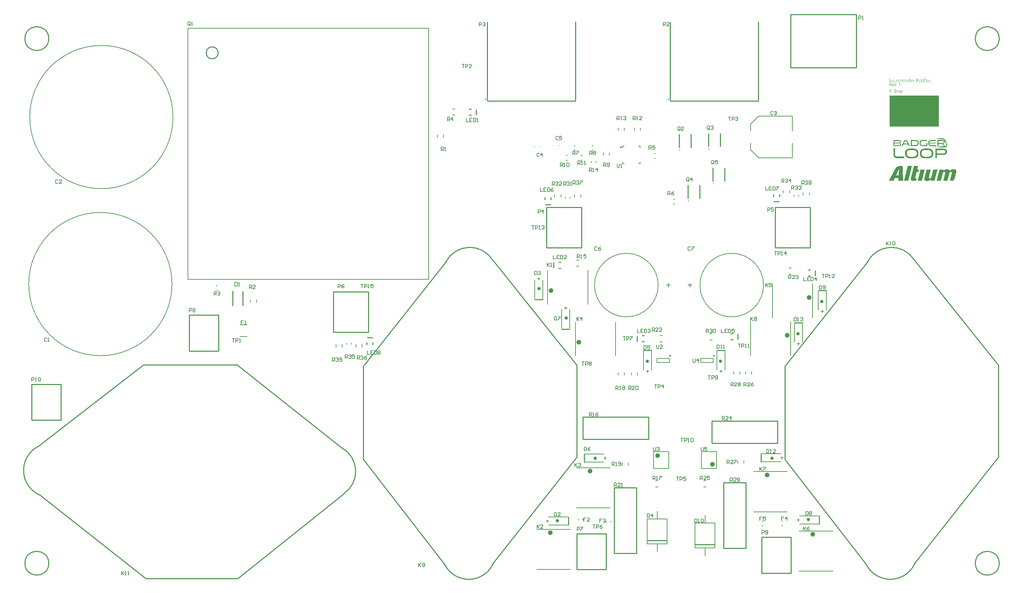
<source format=gto>
G04*
G04 #@! TF.GenerationSoftware,Altium Limited,Altium Designer,21.6.4 (81)*
G04*
G04 Layer_Color=65535*
%FSLAX23Y23*%
%MOIN*%
G70*
G04*
G04 #@! TF.SameCoordinates,B6067EDE-423B-4814-945A-A302FF207E3A*
G04*
G04*
G04 #@! TF.FilePolarity,Positive*
G04*
G01*
G75*
%ADD10C,0.010*%
%ADD11C,0.016*%
%ADD12C,0.024*%
%ADD13C,0.008*%
%ADD14C,0.010*%
%ADD15C,0.005*%
%ADD16C,0.006*%
%ADD17R,0.490X0.310*%
G36*
X9187Y4425D02*
X9189D01*
Y4424D01*
X9190D01*
Y4424D01*
X9190D01*
Y4424D01*
X9190D01*
Y4425D01*
X9190D01*
Y4424D01*
X9191D01*
Y4424D01*
X9191D01*
Y4424D01*
X9191D01*
Y4424D01*
X9193D01*
Y4424D01*
X9193D01*
Y4423D01*
X9193D01*
Y4424D01*
X9193D01*
Y4424D01*
X9193D01*
Y4424D01*
X9194D01*
Y4423D01*
X9194D01*
Y4423D01*
X9195D01*
Y4422D01*
X9196D01*
Y4422D01*
X9196D01*
Y4422D01*
X9197D01*
Y4421D01*
X9198D01*
Y4421D01*
X9198D01*
Y4420D01*
X9199D01*
Y4420D01*
X9199D01*
Y4420D01*
Y4419D01*
X9201D01*
Y4419D01*
X9201D01*
Y4418D01*
X9201D01*
Y4418D01*
X9202D01*
Y4418D01*
X9202D01*
Y4417D01*
X9203D01*
Y4417D01*
X9203D01*
Y4416D01*
X9203D01*
Y4416D01*
X9204D01*
Y4416D01*
X9204D01*
Y4415D01*
X9205D01*
Y4415D01*
X9205D01*
Y4414D01*
X9205D01*
Y4414D01*
X9206D01*
Y4414D01*
X9206D01*
Y4413D01*
Y4413D01*
X9207D01*
Y4412D01*
X9207D01*
Y4412D01*
X9207D01*
Y4412D01*
Y4411D01*
X9208D01*
Y4411D01*
X9208D01*
Y4410D01*
X9209D01*
Y4410D01*
X9209D01*
Y4410D01*
X9209D01*
Y4409D01*
X9210D01*
Y4409D01*
X9210D01*
Y4408D01*
X9210D01*
Y4408D01*
X9210D01*
Y4408D01*
X9211D01*
Y4407D01*
X9211D01*
Y4407D01*
X9211D01*
Y4407D01*
X9212D01*
Y4406D01*
X9211D01*
Y4406D01*
X9212D01*
Y4405D01*
Y4405D01*
X9213D01*
Y4405D01*
X9213D01*
Y4404D01*
X9213D01*
Y4404D01*
X9213D01*
Y4403D01*
X9213D01*
Y4403D01*
X9214D01*
Y4403D01*
X9214D01*
Y4402D01*
Y4402D01*
X9215D01*
Y4401D01*
Y4401D01*
X9215D01*
Y4401D01*
X9215D01*
Y4400D01*
X9216D01*
Y4400D01*
X9215D01*
Y4399D01*
X9216D01*
Y4399D01*
X9216D01*
Y4399D01*
X9216D01*
Y4398D01*
X9216D01*
Y4398D01*
X9216D01*
Y4397D01*
X9217D01*
Y4397D01*
X9217D01*
Y4397D01*
X9217D01*
Y4396D01*
X9217D01*
Y4396D01*
X9218D01*
Y4395D01*
X9218D01*
Y4395D01*
X9218D01*
Y4395D01*
X9218D01*
Y4394D01*
X9218D01*
Y4394D01*
X9219D01*
Y4393D01*
X9218D01*
Y4393D01*
X9219D01*
Y4393D01*
X9219D01*
Y4392D01*
X9220D01*
Y4392D01*
X9219D01*
Y4391D01*
X9220D01*
Y4391D01*
X9220D01*
Y4391D01*
X9220D01*
Y4390D01*
X9220D01*
Y4390D01*
X9220D01*
Y4389D01*
Y4389D01*
Y4389D01*
X9221D01*
Y4388D01*
X9221D01*
Y4388D01*
X9221D01*
Y4387D01*
X9221D01*
Y4387D01*
X9222D01*
Y4387D01*
Y4386D01*
Y4386D01*
X9222D01*
Y4385D01*
Y4385D01*
Y4385D01*
X9222D01*
Y4384D01*
X9223D01*
Y4384D01*
X9222D01*
Y4383D01*
X9223D01*
Y4383D01*
Y4383D01*
Y4382D01*
X9223D01*
Y4382D01*
Y4381D01*
Y4381D01*
X9224D01*
Y4381D01*
Y4380D01*
Y4380D01*
X9224D01*
Y4379D01*
X9224D01*
Y4379D01*
X9224D01*
Y4379D01*
X9224D01*
Y4378D01*
X9224D01*
Y4378D01*
X9224D01*
Y4377D01*
X9225D01*
Y4377D01*
Y4377D01*
Y4376D01*
X9225D01*
Y4376D01*
X9225D01*
Y4376D01*
X9225D01*
Y4375D01*
X9225D01*
Y4375D01*
X9225D01*
Y4374D01*
X9226D01*
Y4374D01*
X9226D01*
Y4374D01*
X9226D01*
Y4373D01*
X9226D01*
Y4373D01*
X9226D01*
Y4372D01*
X9226D01*
Y4372D01*
Y4372D01*
Y4371D01*
X9226D01*
Y4371D01*
Y4370D01*
Y4370D01*
X9227D01*
Y4370D01*
X9226D01*
Y4369D01*
X9227D01*
Y4369D01*
X9226D01*
Y4368D01*
X9227D01*
Y4368D01*
Y4368D01*
Y4367D01*
Y4367D01*
Y4366D01*
X9227D01*
Y4366D01*
Y4366D01*
Y4365D01*
X9228D01*
Y4365D01*
X9227D01*
Y4364D01*
X9228D01*
Y4364D01*
X9227D01*
Y4364D01*
X9228D01*
Y4363D01*
X9227D01*
Y4363D01*
X9228D01*
Y4362D01*
X9227D01*
Y4362D01*
X9228D01*
Y4362D01*
X9227D01*
Y4361D01*
X9228D01*
Y4361D01*
X9228D01*
Y4360D01*
X9228D01*
Y4360D01*
X9227D01*
Y4360D01*
X9228D01*
Y4359D01*
X9228D01*
Y4359D01*
X9228D01*
Y4358D01*
X9228D01*
Y4358D01*
X9228D01*
Y4358D01*
X9228D01*
Y4357D01*
X9228D01*
Y4357D01*
X9228D01*
Y4356D01*
X9228D01*
Y4356D01*
X9228D01*
Y4356D01*
X9228D01*
Y4355D01*
Y4355D01*
Y4354D01*
Y4354D01*
Y4354D01*
X9227D01*
Y4353D01*
X9228D01*
Y4353D01*
X9227D01*
Y4352D01*
X9228D01*
Y4352D01*
X9227D01*
Y4352D01*
X9228D01*
Y4351D01*
X9227D01*
Y4351D01*
X9228D01*
Y4350D01*
X9227D01*
Y4350D01*
Y4350D01*
Y4349D01*
X9227D01*
Y4349D01*
X9227D01*
Y4348D01*
X9227D01*
Y4348D01*
X9226D01*
Y4348D01*
X9227D01*
Y4347D01*
X9226D01*
Y4347D01*
Y4347D01*
Y4346D01*
X9226D01*
Y4346D01*
X9226D01*
Y4345D01*
X9226D01*
Y4345D01*
X9226D01*
Y4345D01*
Y4344D01*
Y4344D01*
X9225D01*
Y4343D01*
X9225D01*
Y4343D01*
Y4343D01*
X9224D01*
Y4342D01*
Y4342D01*
X9224D01*
Y4341D01*
X9224D01*
Y4341D01*
X9223D01*
Y4341D01*
X9223D01*
Y4340D01*
X9222D01*
Y4340D01*
Y4339D01*
X9222D01*
Y4339D01*
X9221D01*
Y4339D01*
X9221D01*
Y4338D01*
X9220D01*
Y4338D01*
X9219D01*
Y4337D01*
X9220D01*
Y4337D01*
X9219D01*
Y4337D01*
X9219D01*
Y4337D01*
X9218D01*
Y4337D01*
X9217D01*
Y4337D01*
X9217D01*
Y4337D01*
X9217D01*
Y4336D01*
X9217D01*
Y4337D01*
X9216D01*
Y4336D01*
X9207D01*
Y4337D01*
X9207D01*
Y4336D01*
X9206D01*
Y4337D01*
X9205D01*
Y4336D01*
X9204D01*
Y4337D01*
X9204D01*
Y4336D01*
X9203D01*
Y4337D01*
X9203D01*
Y4336D01*
X9203D01*
Y4337D01*
X9202D01*
Y4336D01*
X9202D01*
Y4337D01*
X9201D01*
Y4336D01*
X9201D01*
Y4337D01*
X9201D01*
Y4336D01*
X9200D01*
Y4337D01*
X9200D01*
Y4336D01*
X9199D01*
Y4337D01*
X9199D01*
Y4336D01*
X9199D01*
Y4337D01*
X9198D01*
Y4336D01*
X9198D01*
Y4337D01*
X9197D01*
Y4336D01*
X9197D01*
Y4337D01*
X9197D01*
Y4336D01*
X9196D01*
Y4337D01*
X9196D01*
Y4336D01*
X9195D01*
Y4337D01*
X9195D01*
Y4337D01*
X9195D01*
Y4337D01*
X9195D01*
Y4336D01*
X9195D01*
Y4337D01*
X9193D01*
Y4337D01*
X9193D01*
Y4337D01*
X9193D01*
Y4336D01*
X9193D01*
Y4337D01*
X9193D01*
Y4337D01*
X9192D01*
Y4337D01*
X9192D01*
Y4337D01*
X9191D01*
Y4337D01*
X9192D01*
Y4336D01*
X9191D01*
Y4337D01*
X9191D01*
Y4337D01*
X9191D01*
Y4337D01*
X9190D01*
Y4337D01*
X9190D01*
Y4337D01*
X9190D01*
Y4336D01*
X9190D01*
Y4337D01*
X9189D01*
Y4337D01*
X9189D01*
Y4337D01*
X9189D01*
Y4337D01*
X9188D01*
Y4337D01*
X9189D01*
Y4336D01*
X9188D01*
Y4337D01*
X9188D01*
Y4337D01*
X9187D01*
Y4337D01*
X9187D01*
Y4337D01*
X9187D01*
Y4337D01*
X9186D01*
Y4337D01*
X9186D01*
Y4337D01*
X9185D01*
Y4337D01*
X9185D01*
Y4337D01*
X9185D01*
Y4337D01*
X9184D01*
Y4337D01*
X9184D01*
Y4337D01*
X9184D01*
Y4337D01*
X9183D01*
Y4337D01*
X9170D01*
Y4337D01*
X9170D01*
Y4337D01*
X9168D01*
Y4337D01*
X9168D01*
Y4337D01*
X9167D01*
Y4337D01*
X9166D01*
Y4337D01*
X9166D01*
Y4337D01*
X9166D01*
Y4337D01*
X9165D01*
Y4337D01*
X9165D01*
Y4337D01*
X9164D01*
Y4337D01*
X9164D01*
Y4337D01*
X9164D01*
Y4337D01*
X9163D01*
Y4337D01*
X9163D01*
Y4337D01*
X9162D01*
Y4337D01*
X9162D01*
Y4337D01*
X9162D01*
Y4337D01*
X9161D01*
Y4337D01*
X9161D01*
Y4337D01*
X9160D01*
Y4337D01*
X9160D01*
Y4337D01*
X9160D01*
Y4337D01*
X9159D01*
Y4338D01*
X9159D01*
Y4337D01*
X9159D01*
Y4337D01*
X9159D01*
Y4337D01*
X9158D01*
Y4337D01*
X9158D01*
Y4337D01*
X9158D01*
Y4338D01*
X9157D01*
Y4337D01*
X9158D01*
Y4337D01*
X9157D01*
Y4337D01*
X9156D01*
Y4338D01*
X9156D01*
Y4337D01*
X9156D01*
Y4337D01*
X9156D01*
Y4337D01*
X9155D01*
Y4338D01*
X9154D01*
Y4337D01*
X9154D01*
Y4338D01*
X9153D01*
Y4337D01*
X9153D01*
Y4338D01*
X9153D01*
Y4337D01*
X9152D01*
Y4338D01*
X9152D01*
Y4337D01*
X9151D01*
Y4338D01*
X9151D01*
Y4337D01*
X9151D01*
Y4338D01*
X9150D01*
Y4337D01*
X9150D01*
Y4338D01*
X9149D01*
Y4337D01*
X9149D01*
Y4338D01*
X9149D01*
Y4337D01*
X9148D01*
Y4338D01*
X9148D01*
Y4337D01*
X9147D01*
Y4338D01*
X9147D01*
Y4337D01*
X9147D01*
Y4338D01*
X9146D01*
Y4337D01*
X9146D01*
Y4338D01*
X9145D01*
Y4337D01*
X9145D01*
Y4338D01*
X9145D01*
Y4337D01*
X9144D01*
Y4338D01*
X9144D01*
Y4337D01*
X9143D01*
Y4338D01*
X9143D01*
Y4337D01*
X9143D01*
Y4338D01*
X9140D01*
Y4337D01*
X9139D01*
Y4338D01*
X9131D01*
Y4338D01*
X9131D01*
Y4338D01*
X9129D01*
Y4338D01*
X9129D01*
Y4338D01*
X9128D01*
Y4338D01*
X9127D01*
Y4338D01*
X9127D01*
Y4338D01*
X9127D01*
Y4338D01*
X9126D01*
Y4338D01*
X9126D01*
Y4338D01*
X9125D01*
Y4338D01*
X9125D01*
Y4338D01*
X9125D01*
Y4338D01*
X9124D01*
Y4338D01*
X9124D01*
Y4338D01*
X9124D01*
Y4339D01*
X9123D01*
Y4338D01*
X9124D01*
Y4338D01*
X9123D01*
Y4338D01*
X9123D01*
Y4338D01*
X9122D01*
Y4338D01*
X9122D01*
Y4339D01*
X9122D01*
Y4338D01*
X9122D01*
Y4338D01*
X9122D01*
Y4338D01*
X9121D01*
Y4338D01*
X9121D01*
Y4338D01*
X9120D01*
Y4339D01*
X9120D01*
Y4338D01*
X9120D01*
Y4338D01*
X9120D01*
Y4338D01*
X9120D01*
Y4338D01*
X9119D01*
Y4338D01*
X9119D01*
Y4339D01*
X9118D01*
Y4338D01*
X9117D01*
Y4339D01*
X9117D01*
Y4338D01*
X9117D01*
Y4338D01*
X9117D01*
Y4338D01*
X9116D01*
Y4339D01*
X9115D01*
Y4338D01*
X9115D01*
Y4339D01*
X9114D01*
Y4338D01*
X9114D01*
Y4339D01*
X9114D01*
Y4338D01*
X9114D01*
Y4338D01*
X9114D01*
Y4338D01*
X9113D01*
Y4339D01*
X9113D01*
Y4338D01*
X9112D01*
Y4339D01*
X9112D01*
Y4338D01*
X9112D01*
Y4339D01*
X9111D01*
Y4338D01*
X9111D01*
Y4339D01*
X9110D01*
Y4338D01*
X9110D01*
Y4339D01*
X9110D01*
Y4338D01*
X9109D01*
Y4339D01*
X9109D01*
Y4338D01*
X9108D01*
Y4339D01*
X9108D01*
Y4338D01*
X9108D01*
Y4339D01*
X9107D01*
Y4338D01*
X9107D01*
Y4339D01*
X9104D01*
Y4338D01*
X9104D01*
Y4339D01*
X9094D01*
Y4339D01*
X9093D01*
Y4339D01*
X9092D01*
Y4339D01*
X9092D01*
Y4339D01*
X9091D01*
Y4340D01*
X9092D01*
Y4340D01*
X9091D01*
Y4341D01*
X9092D01*
Y4341D01*
X9091D01*
Y4341D01*
X9092D01*
Y4342D01*
X9091D01*
Y4342D01*
X9092D01*
Y4343D01*
X9092D01*
Y4342D01*
X9093D01*
Y4343D01*
X9094D01*
Y4342D01*
X9095D01*
Y4343D01*
X9095D01*
Y4342D01*
X9096D01*
Y4343D01*
X9096D01*
Y4342D01*
X9096D01*
Y4343D01*
X9096D01*
Y4343D01*
X9096D01*
Y4343D01*
X9097D01*
Y4342D01*
X9097D01*
Y4343D01*
X9098D01*
Y4342D01*
X9098D01*
Y4343D01*
X9098D01*
Y4342D01*
X9099D01*
Y4343D01*
X9099D01*
Y4342D01*
X9100D01*
Y4343D01*
X9099D01*
Y4343D01*
X9100D01*
Y4343D01*
X9100D01*
Y4342D01*
X9100D01*
Y4343D01*
X9101D01*
Y4342D01*
X9101D01*
Y4343D01*
X9101D01*
Y4343D01*
X9101D01*
Y4343D01*
X9102D01*
Y4342D01*
X9102D01*
Y4343D01*
X9102D01*
Y4342D01*
X9103D01*
Y4343D01*
X9102D01*
Y4343D01*
X9103D01*
Y4343D01*
X9103D01*
Y4342D01*
X9104D01*
Y4343D01*
X9104D01*
Y4343D01*
X9104D01*
Y4343D01*
X9106D01*
Y4343D01*
X9106D01*
Y4343D01*
X9107D01*
Y4343D01*
X9108D01*
Y4343D01*
X9108D01*
Y4343D01*
X9108D01*
Y4343D01*
X9109D01*
Y4343D01*
X9109D01*
Y4343D01*
X9110D01*
Y4343D01*
X9110D01*
Y4343D01*
X9110D01*
Y4343D01*
X9111D01*
Y4343D01*
X9111D01*
Y4343D01*
X9112D01*
Y4343D01*
X9112D01*
Y4343D01*
X9112D01*
Y4343D01*
X9113D01*
Y4343D01*
X9113D01*
Y4343D01*
X9114D01*
Y4343D01*
X9114D01*
Y4343D01*
X9114D01*
Y4343D01*
X9115D01*
Y4343D01*
X9115D01*
Y4343D01*
X9118D01*
Y4343D01*
X9118D01*
Y4343D01*
X9131D01*
Y4343D01*
X9131D01*
Y4343D01*
X9132D01*
Y4343D01*
X9133D01*
Y4343D01*
X9133D01*
Y4343D01*
X9133D01*
Y4343D01*
X9134D01*
Y4343D01*
X9134D01*
Y4343D01*
X9135D01*
Y4343D01*
X9135D01*
Y4343D01*
X9135D01*
Y4343D01*
X9136D01*
Y4343D01*
X9136D01*
Y4343D01*
X9137D01*
Y4343D01*
X9137D01*
Y4343D01*
X9137D01*
Y4343D01*
X9138D01*
Y4343D01*
X9138D01*
Y4343D01*
X9139D01*
Y4343D01*
X9139D01*
Y4343D01*
X9139D01*
Y4343D01*
X9140D01*
Y4343D01*
X9140D01*
Y4343D01*
X9140D01*
Y4344D01*
X9140D01*
Y4343D01*
X9141D01*
Y4343D01*
X9141D01*
Y4343D01*
X9141D01*
Y4343D01*
X9142D01*
Y4343D01*
X9142D01*
Y4343D01*
X9143D01*
Y4343D01*
X9143D01*
Y4343D01*
X9143D01*
Y4343D01*
X9143D01*
Y4344D01*
X9143D01*
Y4343D01*
X9144D01*
Y4343D01*
X9144D01*
Y4343D01*
X9145D01*
Y4344D01*
X9145D01*
Y4343D01*
X9145D01*
Y4343D01*
X9146D01*
Y4343D01*
X9145D01*
Y4344D01*
X9146D01*
Y4343D01*
X9146D01*
Y4344D01*
X9147D01*
Y4343D01*
X9147D01*
Y4343D01*
X9147D01*
Y4343D01*
X9148D01*
Y4344D01*
X9148D01*
Y4343D01*
X9149D01*
Y4344D01*
X9149D01*
Y4343D01*
X9149D01*
Y4344D01*
X9150D01*
Y4343D01*
X9150D01*
Y4343D01*
X9151D01*
Y4343D01*
X9150D01*
Y4344D01*
X9151D01*
Y4343D01*
X9151D01*
Y4344D01*
X9151D01*
Y4343D01*
X9152D01*
Y4344D01*
X9152D01*
Y4343D01*
X9153D01*
Y4344D01*
X9153D01*
Y4343D01*
X9153D01*
Y4344D01*
X9154D01*
Y4343D01*
X9154D01*
Y4344D01*
X9155D01*
Y4343D01*
X9155D01*
Y4344D01*
X9155D01*
Y4343D01*
X9156D01*
Y4344D01*
X9157D01*
Y4343D01*
X9157D01*
Y4344D01*
X9158D01*
Y4343D01*
X9159D01*
Y4344D01*
X9165D01*
Y4344D01*
X9165D01*
Y4344D01*
X9168D01*
Y4344D01*
X9168D01*
Y4344D01*
X9170D01*
Y4344D01*
X9170D01*
Y4344D01*
X9171D01*
Y4344D01*
X9172D01*
Y4344D01*
X9172D01*
Y4344D01*
X9172D01*
Y4344D01*
X9173D01*
Y4344D01*
X9173D01*
Y4344D01*
X9174D01*
Y4344D01*
X9174D01*
Y4344D01*
X9174D01*
Y4344D01*
X9175D01*
Y4344D01*
X9175D01*
Y4344D01*
X9176D01*
Y4344D01*
X9176D01*
Y4344D01*
X9176D01*
Y4344D01*
X9177D01*
Y4344D01*
X9177D01*
Y4344D01*
X9178D01*
Y4344D01*
X9177D01*
Y4345D01*
X9178D01*
Y4344D01*
X9178D01*
Y4344D01*
X9178D01*
Y4344D01*
X9179D01*
Y4344D01*
X9179D01*
Y4344D01*
X9179D01*
Y4345D01*
X9179D01*
Y4344D01*
X9180D01*
Y4344D01*
X9180D01*
Y4344D01*
X9180D01*
Y4345D01*
X9181D01*
Y4344D01*
X9181D01*
Y4344D01*
X9182D01*
Y4344D01*
X9181D01*
Y4345D01*
X9182D01*
Y4344D01*
X9182D01*
Y4345D01*
X9182D01*
Y4344D01*
X9183D01*
Y4344D01*
X9183D01*
Y4344D01*
X9184D01*
Y4345D01*
X9184D01*
Y4344D01*
X9184D01*
Y4345D01*
X9185D01*
Y4344D01*
X9185D01*
Y4345D01*
X9185D01*
Y4344D01*
X9186D01*
Y4345D01*
X9186D01*
Y4344D01*
X9187D01*
Y4345D01*
X9187D01*
Y4344D01*
X9187D01*
Y4345D01*
X9188D01*
Y4344D01*
X9188D01*
Y4345D01*
X9189D01*
Y4344D01*
X9189D01*
Y4345D01*
X9189D01*
Y4344D01*
X9190D01*
Y4345D01*
X9190D01*
Y4344D01*
X9191D01*
Y4345D01*
X9191D01*
Y4344D01*
X9191D01*
Y4345D01*
X9193D01*
Y4344D01*
X9193D01*
Y4345D01*
X9194D01*
Y4344D01*
X9195D01*
Y4345D01*
X9198D01*
Y4345D01*
X9198D01*
Y4345D01*
X9197D01*
Y4346D01*
X9197D01*
Y4346D01*
X9197D01*
Y4347D01*
X9196D01*
Y4347D01*
X9196D01*
Y4347D01*
X9195D01*
Y4348D01*
X9195D01*
Y4348D01*
X9195D01*
Y4348D01*
X9194D01*
Y4349D01*
X9194D01*
Y4349D01*
Y4350D01*
X9193D01*
Y4350D01*
Y4350D01*
X9193D01*
Y4351D01*
X9193D01*
Y4351D01*
X9192D01*
Y4352D01*
X9192D01*
Y4352D01*
X9191D01*
Y4352D01*
X9192D01*
Y4353D01*
X9191D01*
Y4353D01*
X9191D01*
Y4354D01*
X9191D01*
Y4354D01*
X9190D01*
Y4354D01*
X9190D01*
Y4355D01*
Y4355D01*
X9189D01*
Y4356D01*
X9189D01*
Y4356D01*
X9189D01*
Y4356D01*
X9189D01*
Y4357D01*
X9188D01*
Y4357D01*
Y4358D01*
X9188D01*
Y4358D01*
Y4358D01*
X9187D01*
Y4359D01*
X9187D01*
Y4359D01*
X9187D01*
Y4360D01*
X9187D01*
Y4360D01*
X9187D01*
Y4360D01*
X9186D01*
Y4361D01*
X9186D01*
Y4361D01*
X9186D01*
Y4362D01*
X9185D01*
Y4362D01*
X9185D01*
Y4362D01*
X9185D01*
Y4363D01*
Y4363D01*
X9185D01*
Y4364D01*
Y4364D01*
X9184D01*
Y4364D01*
X9184D01*
Y4365D01*
X9184D01*
Y4365D01*
X9184D01*
Y4366D01*
X9184D01*
Y4366D01*
Y4366D01*
Y4367D01*
X9183D01*
Y4367D01*
X9183D01*
Y4368D01*
Y4368D01*
X9182D01*
Y4368D01*
Y4369D01*
X9182D01*
Y4369D01*
Y4370D01*
X9141D01*
Y4369D01*
X9141D01*
Y4369D01*
X9141D01*
Y4368D01*
X9141D01*
Y4368D01*
X9141D01*
Y4368D01*
X9141D01*
Y4367D01*
X9141D01*
Y4367D01*
X9141D01*
Y4366D01*
X9141D01*
Y4366D01*
X9141D01*
Y4366D01*
X9141D01*
Y4365D01*
X9141D01*
Y4365D01*
X9141D01*
Y4364D01*
X9141D01*
Y4364D01*
X9141D01*
Y4364D01*
X9141D01*
Y4363D01*
X9141D01*
Y4363D01*
X9141D01*
Y4362D01*
X9141D01*
Y4362D01*
X9141D01*
Y4362D01*
X9141D01*
Y4361D01*
X9141D01*
Y4361D01*
X9141D01*
Y4360D01*
X9141D01*
Y4360D01*
X9141D01*
Y4360D01*
X9141D01*
Y4359D01*
X9141D01*
Y4359D01*
X9141D01*
Y4358D01*
X9141D01*
Y4358D01*
X9141D01*
Y4358D01*
X9141D01*
Y4357D01*
X9141D01*
Y4357D01*
X9141D01*
Y4356D01*
X9141D01*
Y4356D01*
X9141D01*
Y4356D01*
X9141D01*
Y4355D01*
X9141D01*
Y4355D01*
X9141D01*
Y4354D01*
X9141D01*
Y4354D01*
X9141D01*
Y4354D01*
X9141D01*
Y4353D01*
X9141D01*
Y4353D01*
X9141D01*
Y4352D01*
X9141D01*
Y4352D01*
X9141D01*
Y4352D01*
X9141D01*
Y4351D01*
X9141D01*
Y4351D01*
X9141D01*
Y4350D01*
X9141D01*
Y4350D01*
X9141D01*
Y4350D01*
X9141D01*
Y4349D01*
X9141D01*
Y4349D01*
X9141D01*
Y4348D01*
X9140D01*
Y4349D01*
X9140D01*
Y4348D01*
X9139D01*
Y4349D01*
X9139D01*
Y4348D01*
X9139D01*
Y4349D01*
X9138D01*
Y4348D01*
X9138D01*
Y4349D01*
X9137D01*
Y4348D01*
X9136D01*
Y4349D01*
X9136D01*
Y4348D01*
X9135D01*
Y4349D01*
X9135D01*
Y4348D01*
X9135D01*
Y4349D01*
X9133D01*
Y4348D01*
X9133D01*
Y4349D01*
X9133D01*
Y4348D01*
X9132D01*
Y4349D01*
X9132D01*
Y4348D01*
X9131D01*
Y4349D01*
X9131D01*
Y4349D01*
X9131D01*
Y4350D01*
X9131D01*
Y4350D01*
X9131D01*
Y4350D01*
X9131D01*
Y4351D01*
X9131D01*
Y4351D01*
X9131D01*
Y4352D01*
X9131D01*
Y4352D01*
X9131D01*
Y4352D01*
X9131D01*
Y4353D01*
X9131D01*
Y4353D01*
X9131D01*
Y4354D01*
X9131D01*
Y4354D01*
X9131D01*
Y4354D01*
X9131D01*
Y4355D01*
X9131D01*
Y4355D01*
X9131D01*
Y4356D01*
X9131D01*
Y4356D01*
X9131D01*
Y4356D01*
X9131D01*
Y4357D01*
X9131D01*
Y4357D01*
X9131D01*
Y4358D01*
X9131D01*
Y4358D01*
X9131D01*
Y4358D01*
X9131D01*
Y4359D01*
X9131D01*
Y4359D01*
X9131D01*
Y4360D01*
X9131D01*
Y4360D01*
X9131D01*
Y4360D01*
X9131D01*
Y4361D01*
X9131D01*
Y4361D01*
X9131D01*
Y4362D01*
X9131D01*
Y4362D01*
X9131D01*
Y4362D01*
X9131D01*
Y4363D01*
X9131D01*
Y4363D01*
X9131D01*
Y4364D01*
X9131D01*
Y4364D01*
X9131D01*
Y4364D01*
X9131D01*
Y4365D01*
X9131D01*
Y4365D01*
X9131D01*
Y4366D01*
X9131D01*
Y4366D01*
X9131D01*
Y4366D01*
X9131D01*
Y4367D01*
X9131D01*
Y4367D01*
X9131D01*
Y4368D01*
X9131D01*
Y4368D01*
X9131D01*
Y4368D01*
X9131D01*
Y4369D01*
X9131D01*
Y4369D01*
X9131D01*
Y4370D01*
X9131D01*
Y4370D01*
X9131D01*
Y4370D01*
X9131D01*
Y4371D01*
X9131D01*
Y4371D01*
X9131D01*
Y4372D01*
X9131D01*
Y4372D01*
X9131D01*
Y4372D01*
X9131D01*
Y4373D01*
X9131D01*
Y4373D01*
X9131D01*
Y4374D01*
X9131D01*
Y4374D01*
X9131D01*
Y4374D01*
X9131D01*
Y4375D01*
X9131D01*
Y4375D01*
X9131D01*
Y4376D01*
X9131D01*
Y4376D01*
X9131D01*
Y4376D01*
X9131D01*
Y4377D01*
X9131D01*
Y4377D01*
X9131D01*
Y4377D01*
X9131D01*
Y4378D01*
X9131D01*
Y4378D01*
X9131D01*
Y4379D01*
X9131D01*
Y4379D01*
X9131D01*
Y4379D01*
X9131D01*
Y4380D01*
X9131D01*
Y4380D01*
X9131D01*
Y4381D01*
X9131D01*
Y4381D01*
X9131D01*
Y4381D01*
X9131D01*
Y4382D01*
X9131D01*
Y4382D01*
X9131D01*
Y4383D01*
X9131D01*
Y4383D01*
X9131D01*
Y4383D01*
X9131D01*
Y4384D01*
X9131D01*
Y4384D01*
X9131D01*
Y4385D01*
X9131D01*
Y4385D01*
X9131D01*
Y4385D01*
X9131D01*
Y4386D01*
X9131D01*
Y4386D01*
X9131D01*
Y4387D01*
X9131D01*
Y4387D01*
X9131D01*
Y4387D01*
X9131D01*
Y4388D01*
X9131D01*
Y4388D01*
X9131D01*
Y4389D01*
X9131D01*
Y4389D01*
X9131D01*
Y4389D01*
X9131D01*
Y4390D01*
X9131D01*
Y4390D01*
X9131D01*
Y4391D01*
X9131D01*
Y4391D01*
X9131D01*
Y4391D01*
X9131D01*
Y4392D01*
X9131D01*
Y4392D01*
X9131D01*
Y4393D01*
X9131D01*
Y4393D01*
X9131D01*
Y4393D01*
X9131D01*
Y4394D01*
X9131D01*
Y4394D01*
X9131D01*
Y4395D01*
X9131D01*
Y4395D01*
X9131D01*
Y4395D01*
X9131D01*
Y4396D01*
X9131D01*
Y4396D01*
X9131D01*
Y4397D01*
X9131D01*
Y4397D01*
X9131D01*
Y4397D01*
X9131D01*
Y4398D01*
X9131D01*
Y4398D01*
X9131D01*
Y4399D01*
X9131D01*
Y4399D01*
X9131D01*
Y4399D01*
X9131D01*
Y4400D01*
X9131D01*
Y4400D01*
X9131D01*
Y4401D01*
X9131D01*
Y4401D01*
X9131D01*
Y4401D01*
X9131D01*
Y4402D01*
X9131D01*
Y4402D01*
X9131D01*
Y4403D01*
X9131D01*
Y4403D01*
X9131D01*
Y4403D01*
X9131D01*
Y4404D01*
X9131D01*
Y4404D01*
X9131D01*
Y4405D01*
X9131D01*
Y4405D01*
X9131D01*
Y4405D01*
X9131D01*
Y4406D01*
X9131D01*
Y4406D01*
X9131D01*
Y4407D01*
X9131D01*
Y4407D01*
X9131D01*
Y4407D01*
X9131D01*
Y4408D01*
X9131D01*
Y4408D01*
X9132D01*
Y4408D01*
X9133D01*
Y4408D01*
X9134D01*
Y4408D01*
X9134D01*
Y4408D01*
X9135D01*
Y4408D01*
X9136D01*
Y4408D01*
X9137D01*
Y4408D01*
X9137D01*
Y4408D01*
X9139D01*
Y4408D01*
X9139D01*
Y4408D01*
X9140D01*
Y4408D01*
X9141D01*
Y4408D01*
X9142D01*
Y4408D01*
X9142D01*
Y4408D01*
X9143D01*
Y4408D01*
X9144D01*
Y4408D01*
X9145D01*
Y4408D01*
X9145D01*
Y4408D01*
X9147D01*
Y4408D01*
X9147D01*
Y4408D01*
X9148D01*
Y4408D01*
X9149D01*
Y4408D01*
X9150D01*
Y4408D01*
X9150D01*
Y4408D01*
X9151D01*
Y4408D01*
X9152D01*
Y4408D01*
X9153D01*
Y4408D01*
X9153D01*
Y4408D01*
X9155D01*
Y4408D01*
X9155D01*
Y4408D01*
X9156D01*
Y4408D01*
X9156D01*
Y4408D01*
X9158D01*
Y4408D01*
X9158D01*
Y4408D01*
X9159D01*
Y4408D01*
X9160D01*
Y4408D01*
X9161D01*
Y4408D01*
X9161D01*
Y4408D01*
X9162D01*
Y4408D01*
X9163D01*
Y4408D01*
X9164D01*
Y4408D01*
X9164D01*
Y4408D01*
X9166D01*
Y4408D01*
X9166D01*
Y4408D01*
X9167D01*
Y4408D01*
X9168D01*
Y4408D01*
X9169D01*
Y4408D01*
X9169D01*
Y4408D01*
X9170D01*
Y4408D01*
X9171D01*
Y4408D01*
X9172D01*
Y4408D01*
X9172D01*
Y4408D01*
X9174D01*
Y4408D01*
X9174D01*
Y4408D01*
X9175D01*
Y4408D01*
X9176D01*
Y4408D01*
X9177D01*
Y4408D01*
X9177D01*
Y4408D01*
X9178D01*
Y4408D01*
X9179D01*
Y4408D01*
X9180D01*
Y4408D01*
X9180D01*
Y4408D01*
X9182D01*
Y4408D01*
X9182D01*
Y4408D01*
X9183D01*
Y4408D01*
X9184D01*
Y4408D01*
X9185D01*
Y4408D01*
X9185D01*
Y4408D01*
X9185D01*
Y4408D01*
X9186D01*
Y4407D01*
X9186D01*
Y4408D01*
X9186D01*
Y4408D01*
X9186D01*
Y4408D01*
X9187D01*
Y4408D01*
X9187D01*
Y4408D01*
X9187D01*
Y4407D01*
X9188D01*
Y4408D01*
X9188D01*
Y4407D01*
X9189D01*
Y4408D01*
X9189D01*
Y4407D01*
X9190D01*
Y4407D01*
X9191D01*
Y4407D01*
X9191D01*
Y4407D01*
X9191D01*
Y4407D01*
X9193D01*
Y4406D01*
X9193D01*
Y4407D01*
X9193D01*
Y4406D01*
X9194D01*
Y4406D01*
X9195D01*
Y4405D01*
X9195D01*
Y4405D01*
X9197D01*
Y4405D01*
X9197D01*
Y4404D01*
X9197D01*
Y4404D01*
X9198D01*
Y4403D01*
X9199D01*
Y4403D01*
X9199D01*
Y4403D01*
X9200D01*
Y4402D01*
X9200D01*
Y4402D01*
X9201D01*
Y4401D01*
X9201D01*
Y4401D01*
X9201D01*
Y4401D01*
X9201D01*
Y4400D01*
X9202D01*
Y4400D01*
Y4399D01*
X9202D01*
Y4399D01*
X9203D01*
Y4399D01*
X9203D01*
Y4398D01*
X9203D01*
Y4398D01*
X9203D01*
Y4397D01*
X9203D01*
Y4397D01*
Y4397D01*
Y4396D01*
X9204D01*
Y4396D01*
Y4395D01*
Y4395D01*
X9204D01*
Y4395D01*
Y4394D01*
Y4394D01*
X9205D01*
Y4393D01*
X9204D01*
Y4393D01*
X9205D01*
Y4393D01*
X9204D01*
Y4392D01*
X9205D01*
Y4392D01*
X9204D01*
Y4391D01*
X9205D01*
Y4391D01*
X9204D01*
Y4391D01*
X9205D01*
Y4390D01*
Y4390D01*
Y4389D01*
X9204D01*
Y4389D01*
X9205D01*
Y4389D01*
X9204D01*
Y4388D01*
X9205D01*
Y4388D01*
X9204D01*
Y4387D01*
X9205D01*
Y4387D01*
X9204D01*
Y4387D01*
X9205D01*
Y4386D01*
X9204D01*
Y4386D01*
X9205D01*
Y4385D01*
X9204D01*
Y4385D01*
X9204D01*
Y4385D01*
Y4384D01*
Y4384D01*
X9203D01*
Y4383D01*
X9204D01*
Y4383D01*
X9203D01*
Y4383D01*
X9203D01*
Y4382D01*
Y4382D01*
Y4381D01*
X9203D01*
Y4381D01*
X9202D01*
Y4381D01*
X9202D01*
Y4380D01*
X9202D01*
Y4380D01*
X9202D01*
Y4379D01*
X9201D01*
Y4379D01*
X9201D01*
Y4379D01*
X9201D01*
Y4378D01*
X9200D01*
Y4378D01*
Y4377D01*
X9199D01*
Y4377D01*
Y4377D01*
X9199D01*
Y4376D01*
X9198D01*
Y4376D01*
X9198D01*
Y4376D01*
X9197D01*
Y4375D01*
X9196D01*
Y4375D01*
X9197D01*
Y4374D01*
X9196D01*
Y4375D01*
X9196D01*
Y4374D01*
X9195D01*
Y4374D01*
X9194D01*
Y4374D01*
X9193D01*
Y4373D01*
X9193D01*
Y4373D01*
X9193D01*
Y4373D01*
X9193D01*
Y4373D01*
X9191D01*
Y4372D01*
X9191D01*
Y4373D01*
X9191D01*
Y4372D01*
X9190D01*
Y4372D01*
X9190D01*
Y4372D01*
X9190D01*
Y4371D01*
X9190D01*
Y4371D01*
X9190D01*
Y4370D01*
Y4370D01*
X9191D01*
Y4370D01*
Y4369D01*
X9191D01*
Y4369D01*
X9191D01*
Y4368D01*
X9192D01*
Y4368D01*
X9191D01*
Y4368D01*
X9192D01*
Y4367D01*
X9192D01*
Y4367D01*
Y4366D01*
Y4366D01*
X9193D01*
Y4366D01*
X9193D01*
Y4365D01*
X9193D01*
Y4365D01*
X9193D01*
Y4364D01*
X9193D01*
Y4364D01*
X9194D01*
Y4364D01*
X9194D01*
Y4363D01*
Y4363D01*
X9195D01*
Y4362D01*
Y4362D01*
X9195D01*
Y4362D01*
X9195D01*
Y4361D01*
X9196D01*
Y4361D01*
Y4360D01*
Y4360D01*
X9196D01*
Y4360D01*
X9197D01*
Y4359D01*
X9197D01*
Y4359D01*
X9197D01*
Y4358D01*
Y4358D01*
X9198D01*
Y4358D01*
Y4357D01*
X9198D01*
Y4357D01*
X9199D01*
Y4356D01*
X9199D01*
Y4356D01*
X9199D01*
Y4356D01*
X9200D01*
Y4355D01*
X9200D01*
Y4355D01*
X9201D01*
Y4354D01*
X9200D01*
Y4354D01*
X9201D01*
Y4354D01*
X9201D01*
Y4353D01*
X9201D01*
Y4353D01*
X9202D01*
Y4352D01*
X9202D01*
Y4352D01*
X9203D01*
Y4352D01*
X9203D01*
Y4351D01*
X9203D01*
Y4351D01*
X9204D01*
Y4350D01*
X9204D01*
Y4350D01*
X9205D01*
Y4350D01*
X9205D01*
Y4349D01*
X9205D01*
Y4349D01*
X9206D01*
Y4348D01*
X9207D01*
Y4348D01*
X9207D01*
Y4348D01*
X9208D01*
Y4347D01*
X9208D01*
Y4347D01*
X9209D01*
Y4347D01*
X9209D01*
Y4346D01*
X9210D01*
Y4346D01*
X9211D01*
Y4345D01*
X9211D01*
Y4346D01*
X9211D01*
Y4346D01*
X9211D01*
Y4346D01*
X9211D01*
Y4345D01*
X9213D01*
Y4345D01*
X9214D01*
Y4345D01*
X9214D01*
Y4345D01*
X9215D01*
Y4345D01*
X9215D01*
Y4345D01*
X9215D01*
Y4345D01*
X9216D01*
Y4345D01*
X9215D01*
Y4345D01*
X9216D01*
Y4345D01*
X9216D01*
Y4345D01*
X9216D01*
Y4346D01*
X9217D01*
Y4346D01*
X9217D01*
Y4347D01*
X9218D01*
Y4347D01*
X9218D01*
Y4347D01*
Y4348D01*
X9218D01*
Y4348D01*
Y4348D01*
X9219D01*
Y4349D01*
X9218D01*
Y4349D01*
X9219D01*
Y4350D01*
X9219D01*
Y4350D01*
Y4350D01*
Y4351D01*
X9220D01*
Y4351D01*
X9219D01*
Y4352D01*
X9220D01*
Y4352D01*
X9219D01*
Y4352D01*
X9220D01*
Y4353D01*
Y4353D01*
Y4354D01*
X9220D01*
Y4354D01*
X9220D01*
Y4354D01*
X9220D01*
Y4355D01*
X9220D01*
Y4355D01*
X9220D01*
Y4356D01*
X9220D01*
Y4356D01*
X9220D01*
Y4356D01*
Y4357D01*
Y4357D01*
X9220D01*
Y4358D01*
X9220D01*
Y4358D01*
Y4358D01*
Y4359D01*
X9220D01*
Y4359D01*
X9220D01*
Y4359D01*
X9220D01*
Y4359D01*
X9220D01*
Y4360D01*
X9220D01*
Y4360D01*
X9220D01*
Y4360D01*
X9220D01*
Y4361D01*
X9220D01*
Y4361D01*
X9220D01*
Y4362D01*
Y4362D01*
Y4362D01*
X9219D01*
Y4363D01*
X9220D01*
Y4363D01*
X9219D01*
Y4364D01*
X9220D01*
Y4364D01*
X9219D01*
Y4364D01*
X9220D01*
Y4365D01*
X9219D01*
Y4365D01*
X9220D01*
Y4366D01*
X9219D01*
Y4366D01*
X9219D01*
Y4366D01*
X9219D01*
Y4367D01*
X9219D01*
Y4367D01*
Y4368D01*
Y4368D01*
X9218D01*
Y4368D01*
X9219D01*
Y4369D01*
X9218D01*
Y4369D01*
Y4370D01*
Y4370D01*
X9218D01*
Y4370D01*
X9218D01*
Y4370D01*
X9219D01*
Y4370D01*
X9218D01*
Y4371D01*
X9218D01*
Y4371D01*
Y4372D01*
Y4372D01*
X9218D01*
Y4372D01*
X9218D01*
Y4373D01*
X9218D01*
Y4373D01*
Y4374D01*
Y4374D01*
X9217D01*
Y4374D01*
X9217D01*
Y4375D01*
X9217D01*
Y4375D01*
X9217D01*
Y4376D01*
Y4376D01*
Y4376D01*
X9216D01*
Y4377D01*
Y4377D01*
Y4377D01*
X9216D01*
Y4378D01*
X9216D01*
Y4378D01*
X9216D01*
Y4379D01*
X9216D01*
Y4379D01*
X9215D01*
Y4379D01*
X9216D01*
Y4380D01*
X9215D01*
Y4380D01*
X9216D01*
Y4381D01*
X9215D01*
Y4381D01*
X9215D01*
Y4381D01*
X9215D01*
Y4382D01*
X9215D01*
Y4382D01*
X9215D01*
Y4383D01*
Y4383D01*
Y4383D01*
X9214D01*
Y4384D01*
X9214D01*
Y4384D01*
X9214D01*
Y4385D01*
X9214D01*
Y4385D01*
X9213D01*
Y4385D01*
Y4386D01*
Y4386D01*
X9213D01*
Y4387D01*
Y4387D01*
X9213D01*
Y4387D01*
Y4388D01*
X9212D01*
Y4388D01*
Y4389D01*
Y4389D01*
X9212D01*
Y4389D01*
X9211D01*
Y4390D01*
X9212D01*
Y4390D01*
X9211D01*
Y4391D01*
X9211D01*
Y4391D01*
X9211D01*
Y4391D01*
X9211D01*
Y4392D01*
X9211D01*
Y4392D01*
X9210D01*
Y4393D01*
X9210D01*
Y4393D01*
X9210D01*
Y4393D01*
X9210D01*
Y4394D01*
X9209D01*
Y4394D01*
X9209D01*
Y4395D01*
Y4395D01*
Y4395D01*
X9209D01*
Y4396D01*
X9208D01*
Y4396D01*
X9208D01*
Y4397D01*
X9207D01*
Y4397D01*
X9208D01*
Y4397D01*
X9207D01*
Y4398D01*
X9207D01*
Y4398D01*
X9207D01*
Y4399D01*
X9207D01*
Y4399D01*
X9207D01*
Y4399D01*
X9206D01*
Y4400D01*
X9206D01*
Y4400D01*
X9205D01*
Y4401D01*
X9205D01*
Y4401D01*
X9205D01*
Y4401D01*
X9205D01*
Y4402D01*
X9205D01*
Y4402D01*
X9204D01*
Y4403D01*
X9204D01*
Y4403D01*
X9203D01*
Y4403D01*
Y4404D01*
Y4404D01*
X9203D01*
Y4405D01*
X9203D01*
Y4405D01*
X9202D01*
Y4405D01*
X9202D01*
Y4406D01*
X9201D01*
Y4406D01*
X9201D01*
Y4407D01*
X9201D01*
Y4407D01*
X9200D01*
Y4407D01*
X9201D01*
Y4408D01*
X9199D01*
Y4408D01*
X9200D01*
Y4408D01*
X9199D01*
Y4409D01*
X9199D01*
Y4409D01*
X9198D01*
Y4410D01*
X9198D01*
Y4410D01*
X9198D01*
Y4410D01*
X9197D01*
Y4411D01*
X9196D01*
Y4411D01*
X9197D01*
Y4412D01*
X9195D01*
Y4412D01*
X9195D01*
Y4412D01*
X9195D01*
Y4413D01*
X9194D01*
Y4413D01*
X9194D01*
Y4414D01*
X9193D01*
Y4414D01*
X9192D01*
Y4414D01*
X9192D01*
Y4415D01*
X9191D01*
Y4415D01*
X9191D01*
Y4416D01*
X9191D01*
Y4415D01*
X9190D01*
Y4416D01*
X9189D01*
Y4416D01*
X9189D01*
Y4416D01*
X9188D01*
Y4416D01*
X9189D01*
Y4416D01*
X9188D01*
Y4416D01*
X9188D01*
Y4416D01*
X9187D01*
Y4416D01*
X9187D01*
Y4416D01*
X9187D01*
Y4416D01*
X9186D01*
Y4416D01*
X9181D01*
Y4417D01*
X9181D01*
Y4416D01*
X9180D01*
Y4417D01*
X9179D01*
Y4416D01*
X9179D01*
Y4417D01*
X9178D01*
Y4416D01*
X9178D01*
Y4417D01*
X9178D01*
Y4416D01*
X9177D01*
Y4417D01*
X9177D01*
Y4417D01*
X9176D01*
Y4417D01*
X9177D01*
Y4416D01*
X9176D01*
Y4417D01*
X9175D01*
Y4417D01*
X9175D01*
Y4417D01*
X9175D01*
Y4416D01*
X9175D01*
Y4417D01*
X9174D01*
Y4417D01*
X9174D01*
Y4417D01*
X9174D01*
Y4417D01*
X9173D01*
Y4417D01*
X9173D01*
Y4417D01*
X9172D01*
Y4417D01*
X9172D01*
Y4417D01*
X9172D01*
Y4417D01*
X9171D01*
Y4417D01*
X9171D01*
Y4417D01*
X9170D01*
Y4417D01*
X9170D01*
Y4417D01*
X9170D01*
Y4417D01*
X9169D01*
Y4417D01*
X9169D01*
Y4417D01*
X9168D01*
Y4417D01*
X9168D01*
Y4417D01*
X9161D01*
Y4418D01*
X9161D01*
Y4417D01*
X9160D01*
Y4418D01*
X9160D01*
Y4417D01*
X9160D01*
Y4418D01*
X9159D01*
Y4417D01*
X9159D01*
Y4418D01*
X9158D01*
Y4418D01*
X9158D01*
Y4418D01*
X9158D01*
Y4417D01*
X9158D01*
Y4418D01*
X9158D01*
Y4417D01*
X9157D01*
Y4418D01*
X9157D01*
Y4418D01*
X9156D01*
Y4418D01*
X9157D01*
Y4417D01*
X9156D01*
Y4418D01*
X9155D01*
Y4418D01*
X9155D01*
Y4418D01*
X9155D01*
Y4417D01*
X9155D01*
Y4418D01*
X9155D01*
Y4418D01*
X9154D01*
Y4418D01*
X9154D01*
Y4418D01*
X9153D01*
Y4418D01*
X9153D01*
Y4418D01*
X9153D01*
Y4418D01*
X9152D01*
Y4418D01*
X9152D01*
Y4418D01*
X9151D01*
Y4418D01*
X9151D01*
Y4418D01*
X9151D01*
Y4418D01*
X9143D01*
Y4418D01*
X9143D01*
Y4418D01*
X9142D01*
Y4418D01*
X9142D01*
Y4418D01*
X9141D01*
Y4418D01*
X9141D01*
Y4418D01*
X9141D01*
Y4418D01*
X9140D01*
Y4418D01*
X9140D01*
Y4418D01*
X9139D01*
Y4418D01*
X9139D01*
Y4418D01*
X9139D01*
Y4418D01*
X9138D01*
Y4418D01*
X9137D01*
Y4419D01*
X9137D01*
Y4418D01*
X9137D01*
Y4418D01*
X9137D01*
Y4418D01*
X9136D01*
Y4419D01*
X9136D01*
Y4418D01*
X9135D01*
Y4419D01*
X9135D01*
Y4418D01*
X9135D01*
Y4418D01*
X9135D01*
Y4418D01*
X9135D01*
Y4419D01*
X9134D01*
Y4418D01*
X9134D01*
Y4419D01*
X9133D01*
Y4418D01*
X9133D01*
Y4419D01*
X9133D01*
Y4418D01*
X9132D01*
Y4419D01*
X9132D01*
Y4418D01*
X9131D01*
Y4419D01*
X9130D01*
Y4418D01*
X9130D01*
Y4419D01*
X9129D01*
Y4418D01*
X9128D01*
Y4419D01*
X9123D01*
Y4419D01*
Y4420D01*
Y4420D01*
Y4420D01*
Y4421D01*
X9124D01*
Y4421D01*
X9123D01*
Y4422D01*
Y4422D01*
Y4422D01*
X9124D01*
Y4423D01*
X9124D01*
Y4422D01*
X9124D01*
Y4423D01*
X9125D01*
Y4422D01*
X9125D01*
Y4423D01*
X9125D01*
Y4422D01*
X9126D01*
Y4423D01*
X9126D01*
Y4422D01*
X9127D01*
Y4423D01*
X9127D01*
Y4423D01*
X9127D01*
Y4423D01*
X9128D01*
Y4422D01*
X9128D01*
Y4423D01*
X9128D01*
Y4423D01*
X9128D01*
Y4423D01*
X9129D01*
Y4423D01*
X9129D01*
Y4423D01*
X9129D01*
Y4423D01*
X9130D01*
Y4423D01*
X9130D01*
Y4423D01*
X9131D01*
Y4423D01*
X9131D01*
Y4422D01*
X9131D01*
Y4423D01*
X9131D01*
Y4423D01*
X9131D01*
Y4423D01*
X9132D01*
Y4423D01*
X9132D01*
Y4423D01*
X9133D01*
Y4423D01*
X9133D01*
Y4423D01*
X9133D01*
Y4423D01*
X9134D01*
Y4423D01*
X9134D01*
Y4423D01*
X9135D01*
Y4423D01*
X9135D01*
Y4423D01*
X9136D01*
Y4423D01*
X9137D01*
Y4423D01*
X9139D01*
Y4424D01*
X9140D01*
Y4423D01*
X9143D01*
Y4424D01*
X9143D01*
Y4423D01*
X9143D01*
Y4424D01*
X9144D01*
Y4423D01*
X9144D01*
Y4424D01*
X9145D01*
Y4423D01*
X9145D01*
Y4424D01*
X9145D01*
Y4423D01*
X9146D01*
Y4424D01*
X9146D01*
Y4423D01*
X9147D01*
Y4424D01*
X9147D01*
Y4423D01*
X9147D01*
Y4424D01*
X9147D01*
Y4424D01*
X9147D01*
Y4424D01*
X9148D01*
Y4423D01*
X9148D01*
Y4424D01*
X9149D01*
Y4423D01*
X9149D01*
Y4424D01*
X9149D01*
Y4424D01*
X9149D01*
Y4424D01*
X9149D01*
Y4423D01*
X9150D01*
Y4424D01*
X9149D01*
Y4424D01*
X9150D01*
Y4424D01*
X9150D01*
Y4424D01*
X9151D01*
Y4424D01*
X9151D01*
Y4423D01*
X9151D01*
Y4424D01*
X9151D01*
Y4424D01*
X9151D01*
Y4424D01*
X9152D01*
Y4424D01*
X9152D01*
Y4424D01*
X9153D01*
Y4424D01*
X9153D01*
Y4424D01*
X9153D01*
Y4424D01*
X9154D01*
Y4424D01*
X9154D01*
Y4424D01*
X9155D01*
Y4424D01*
X9155D01*
Y4424D01*
X9155D01*
Y4424D01*
X9156D01*
Y4424D01*
X9156D01*
Y4424D01*
X9156D01*
Y4424D01*
X9158D01*
Y4424D01*
X9158D01*
Y4424D01*
X9167D01*
Y4424D01*
X9168D01*
Y4424D01*
X9168D01*
Y4424D01*
X9168D01*
Y4424D01*
X9169D01*
Y4424D01*
X9169D01*
Y4424D01*
X9170D01*
Y4424D01*
X9170D01*
Y4424D01*
X9170D01*
Y4424D01*
X9171D01*
Y4424D01*
X9171D01*
Y4424D01*
X9172D01*
Y4424D01*
X9172D01*
Y4424D01*
X9172D01*
Y4424D01*
X9173D01*
Y4424D01*
X9174D01*
Y4424D01*
X9174D01*
Y4424D01*
X9175D01*
Y4425D01*
X9175D01*
Y4424D01*
X9176D01*
Y4424D01*
X9176D01*
Y4424D01*
X9176D01*
Y4425D01*
X9176D01*
Y4424D01*
X9176D01*
Y4425D01*
X9177D01*
Y4424D01*
X9177D01*
Y4424D01*
X9178D01*
Y4424D01*
X9177D01*
Y4425D01*
X9178D01*
Y4424D01*
X9178D01*
Y4425D01*
X9178D01*
Y4424D01*
X9179D01*
Y4425D01*
X9179D01*
Y4424D01*
X9180D01*
Y4425D01*
X9181D01*
Y4424D01*
X9181D01*
Y4425D01*
X9187D01*
Y4425D01*
X9187D01*
Y4425D01*
D02*
G37*
G36*
X8822Y4408D02*
X8823D01*
Y4408D01*
X8824D01*
Y4408D01*
X8824D01*
Y4408D01*
X8825D01*
Y4408D01*
X8825D01*
Y4407D01*
X8826D01*
Y4407D01*
X8827D01*
Y4407D01*
X8828D01*
Y4406D01*
X8828D01*
Y4406D01*
X8829D01*
Y4405D01*
X8829D01*
Y4405D01*
X8830D01*
Y4405D01*
Y4404D01*
X8831D01*
Y4404D01*
X8831D01*
Y4403D01*
X8831D01*
Y4403D01*
Y4403D01*
X8832D01*
Y4402D01*
X8832D01*
Y4402D01*
X8833D01*
Y4401D01*
X8833D01*
Y4401D01*
X8833D01*
Y4401D01*
Y4400D01*
X8834D01*
Y4400D01*
Y4399D01*
X8834D01*
Y4399D01*
X8835D01*
Y4399D01*
X8835D01*
Y4398D01*
X8835D01*
Y4398D01*
X8835D01*
Y4397D01*
X8835D01*
Y4397D01*
X8836D01*
Y4397D01*
X8835D01*
Y4396D01*
X8836D01*
Y4396D01*
X8836D01*
Y4395D01*
X8837D01*
Y4395D01*
X8836D01*
Y4395D01*
X8837D01*
Y4394D01*
X8837D01*
Y4394D01*
X8837D01*
Y4393D01*
X8837D01*
Y4393D01*
X8837D01*
Y4393D01*
X8838D01*
Y4392D01*
X8838D01*
Y4392D01*
X8838D01*
Y4391D01*
X8838D01*
Y4391D01*
X8839D01*
Y4391D01*
X8839D01*
Y4390D01*
X8839D01*
Y4390D01*
X8839D01*
Y4389D01*
X8839D01*
Y4389D01*
X8840D01*
Y4389D01*
X8839D01*
Y4388D01*
X8840D01*
Y4388D01*
X8840D01*
Y4387D01*
X8841D01*
Y4387D01*
X8840D01*
Y4387D01*
X8841D01*
Y4386D01*
X8841D01*
Y4386D01*
X8841D01*
Y4385D01*
X8841D01*
Y4385D01*
X8841D01*
Y4385D01*
X8842D01*
Y4384D01*
X8842D01*
Y4384D01*
X8842D01*
Y4383D01*
X8842D01*
Y4383D01*
X8843D01*
Y4383D01*
X8843D01*
Y4382D01*
X8843D01*
Y4382D01*
X8843D01*
Y4381D01*
X8843D01*
Y4381D01*
X8844D01*
Y4381D01*
X8843D01*
Y4380D01*
X8844D01*
Y4380D01*
X8844D01*
Y4379D01*
X8845D01*
Y4379D01*
X8844D01*
Y4379D01*
X8845D01*
Y4378D01*
X8845D01*
Y4378D01*
X8845D01*
Y4377D01*
X8845D01*
Y4377D01*
X8845D01*
Y4377D01*
X8846D01*
Y4376D01*
X8846D01*
Y4376D01*
X8846D01*
Y4376D01*
X8846D01*
Y4375D01*
X8847D01*
Y4375D01*
X8847D01*
Y4374D01*
X8847D01*
Y4374D01*
X8847D01*
Y4374D01*
X8847D01*
Y4373D01*
X8848D01*
Y4373D01*
X8847D01*
Y4372D01*
X8848D01*
Y4372D01*
X8848D01*
Y4372D01*
X8849D01*
Y4371D01*
X8848D01*
Y4371D01*
X8849D01*
Y4370D01*
X8849D01*
Y4370D01*
X8849D01*
Y4370D01*
X8849D01*
Y4369D01*
X8849D01*
Y4369D01*
X8850D01*
Y4368D01*
X8850D01*
Y4368D01*
X8850D01*
Y4368D01*
X8850D01*
Y4367D01*
X8851D01*
Y4367D01*
X8851D01*
Y4366D01*
X8851D01*
Y4366D01*
X8851D01*
Y4366D01*
X8851D01*
Y4365D01*
X8852D01*
Y4365D01*
X8851D01*
Y4364D01*
X8852D01*
Y4364D01*
X8852D01*
Y4364D01*
X8853D01*
Y4363D01*
X8852D01*
Y4363D01*
X8853D01*
Y4362D01*
X8853D01*
Y4362D01*
X8853D01*
Y4362D01*
X8853D01*
Y4361D01*
X8853D01*
Y4361D01*
X8854D01*
Y4360D01*
X8854D01*
Y4360D01*
X8854D01*
Y4360D01*
X8854D01*
Y4359D01*
X8855D01*
Y4359D01*
X8855D01*
Y4358D01*
X8855D01*
Y4358D01*
X8855D01*
Y4358D01*
X8855D01*
Y4357D01*
X8856D01*
Y4357D01*
X8855D01*
Y4356D01*
X8856D01*
Y4356D01*
X8856D01*
Y4356D01*
X8856D01*
Y4355D01*
X8856D01*
Y4355D01*
X8856D01*
Y4354D01*
X8857D01*
Y4354D01*
X8857D01*
Y4354D01*
X8857D01*
Y4353D01*
X8857D01*
Y4353D01*
X8858D01*
Y4352D01*
X8858D01*
Y4352D01*
X8858D01*
Y4352D01*
X8858D01*
Y4351D01*
X8858D01*
Y4351D01*
X8859D01*
Y4350D01*
X8858D01*
Y4350D01*
X8859D01*
Y4350D01*
X8859D01*
Y4349D01*
X8860D01*
Y4349D01*
X8849D01*
Y4349D01*
Y4350D01*
Y4350D01*
X8849D01*
Y4350D01*
X8848D01*
Y4351D01*
X8849D01*
Y4351D01*
X8848D01*
Y4352D01*
Y4352D01*
X8847D01*
Y4352D01*
Y4353D01*
Y4353D01*
X8847D01*
Y4354D01*
X8847D01*
Y4354D01*
X8847D01*
Y4354D01*
X8846D01*
Y4355D01*
Y4355D01*
X8846D01*
Y4356D01*
Y4356D01*
Y4356D01*
X8845D01*
Y4357D01*
X8845D01*
Y4357D01*
Y4358D01*
X8845D01*
Y4358D01*
Y4358D01*
X8844D01*
Y4359D01*
Y4359D01*
Y4360D01*
X8844D01*
Y4360D01*
X8843D01*
Y4360D01*
X8844D01*
Y4361D01*
X8843D01*
Y4361D01*
Y4362D01*
X8843D01*
Y4362D01*
Y4362D01*
Y4363D01*
X8842D01*
Y4363D01*
X8842D01*
Y4364D01*
X8842D01*
Y4364D01*
X8841D01*
Y4364D01*
Y4365D01*
X8840D01*
Y4365D01*
X8840D01*
Y4365D01*
X8839D01*
Y4365D01*
X8838D01*
Y4365D01*
X8837D01*
Y4365D01*
X8837D01*
Y4365D01*
X8835D01*
Y4365D01*
X8835D01*
Y4365D01*
X8834D01*
Y4365D01*
X8833D01*
Y4365D01*
X8832D01*
Y4365D01*
X8832D01*
Y4365D01*
X8831D01*
Y4365D01*
X8830D01*
Y4365D01*
X8829D01*
Y4365D01*
X8829D01*
Y4365D01*
X8827D01*
Y4365D01*
X8827D01*
Y4365D01*
X8826D01*
Y4365D01*
X8825D01*
Y4365D01*
X8824D01*
Y4365D01*
X8824D01*
Y4365D01*
X8823D01*
Y4365D01*
X8822D01*
Y4365D01*
X8821D01*
Y4365D01*
X8821D01*
Y4365D01*
X8820D01*
Y4365D01*
X8819D01*
Y4365D01*
X8818D01*
Y4365D01*
X8818D01*
Y4365D01*
X8816D01*
Y4365D01*
X8816D01*
Y4365D01*
X8815D01*
Y4365D01*
X8814D01*
Y4365D01*
X8813D01*
Y4365D01*
X8813D01*
Y4365D01*
X8812D01*
Y4365D01*
X8811D01*
Y4365D01*
X8810D01*
Y4365D01*
X8810D01*
Y4365D01*
X8808D01*
Y4365D01*
X8808D01*
Y4365D01*
X8807D01*
Y4365D01*
X8806D01*
Y4365D01*
X8805D01*
Y4365D01*
X8805D01*
Y4365D01*
X8804D01*
Y4365D01*
X8803D01*
Y4365D01*
X8802D01*
Y4365D01*
X8802D01*
Y4365D01*
X8800D01*
Y4365D01*
X8800D01*
Y4365D01*
X8799D01*
Y4365D01*
X8798D01*
Y4365D01*
X8797D01*
Y4365D01*
X8797D01*
Y4365D01*
X8796D01*
Y4365D01*
X8795D01*
Y4365D01*
X8795D01*
Y4364D01*
X8795D01*
Y4364D01*
X8794D01*
Y4364D01*
X8795D01*
Y4363D01*
X8794D01*
Y4363D01*
X8794D01*
Y4362D01*
Y4362D01*
Y4362D01*
X8793D01*
Y4361D01*
X8793D01*
Y4361D01*
X8793D01*
Y4360D01*
X8793D01*
Y4360D01*
X8793D01*
Y4360D01*
X8792D01*
Y4359D01*
X8792D01*
Y4359D01*
X8792D01*
Y4358D01*
X8792D01*
Y4358D01*
X8791D01*
Y4358D01*
X8791D01*
Y4357D01*
X8791D01*
Y4357D01*
X8791D01*
Y4356D01*
X8791D01*
Y4356D01*
Y4356D01*
Y4355D01*
X8790D01*
Y4355D01*
X8790D01*
Y4354D01*
X8789D01*
Y4354D01*
X8790D01*
Y4354D01*
X8789D01*
Y4353D01*
X8789D01*
Y4353D01*
Y4352D01*
Y4352D01*
X8789D01*
Y4352D01*
X8788D01*
Y4351D01*
X8788D01*
Y4351D01*
X8788D01*
Y4350D01*
X8788D01*
Y4350D01*
X8787D01*
Y4350D01*
Y4349D01*
Y4349D01*
X8777D01*
Y4349D01*
X8777D01*
Y4350D01*
X8777D01*
Y4350D01*
X8778D01*
Y4350D01*
X8777D01*
Y4351D01*
X8778D01*
Y4351D01*
X8778D01*
Y4352D01*
Y4352D01*
Y4352D01*
X8779D01*
Y4353D01*
X8779D01*
Y4353D01*
X8779D01*
Y4354D01*
X8779D01*
Y4354D01*
X8779D01*
Y4354D01*
X8780D01*
Y4355D01*
Y4355D01*
Y4356D01*
X8780D01*
Y4356D01*
X8781D01*
Y4356D01*
Y4357D01*
Y4357D01*
X8781D01*
Y4358D01*
X8781D01*
Y4358D01*
Y4358D01*
Y4359D01*
X8782D01*
Y4359D01*
X8782D01*
Y4360D01*
X8783D01*
Y4360D01*
X8782D01*
Y4360D01*
X8783D01*
Y4361D01*
X8783D01*
Y4361D01*
Y4362D01*
Y4362D01*
X8783D01*
Y4362D01*
X8784D01*
Y4363D01*
X8784D01*
Y4363D01*
X8784D01*
Y4364D01*
X8784D01*
Y4364D01*
X8785D01*
Y4364D01*
Y4365D01*
Y4365D01*
X8785D01*
Y4366D01*
X8785D01*
Y4366D01*
X8786D01*
Y4366D01*
X8785D01*
Y4367D01*
X8786D01*
Y4367D01*
X8786D01*
Y4368D01*
Y4368D01*
Y4368D01*
X8787D01*
Y4369D01*
X8787D01*
Y4369D01*
Y4370D01*
Y4370D01*
X8787D01*
Y4370D01*
X8788D01*
Y4371D01*
Y4371D01*
Y4372D01*
X8788D01*
Y4372D01*
X8789D01*
Y4372D01*
X8789D01*
Y4373D01*
X8789D01*
Y4373D01*
X8789D01*
Y4374D01*
X8789D01*
Y4374D01*
Y4374D01*
Y4375D01*
X8790D01*
Y4375D01*
X8790D01*
Y4376D01*
X8791D01*
Y4376D01*
X8790D01*
Y4376D01*
X8791D01*
Y4377D01*
X8791D01*
Y4377D01*
Y4377D01*
Y4378D01*
X8791D01*
Y4378D01*
X8792D01*
Y4379D01*
X8792D01*
Y4379D01*
X8792D01*
Y4379D01*
X8792D01*
Y4380D01*
X8793D01*
Y4380D01*
Y4381D01*
Y4381D01*
X8793D01*
Y4381D01*
X8793D01*
Y4382D01*
Y4382D01*
Y4383D01*
X8794D01*
Y4383D01*
X8794D01*
Y4383D01*
Y4384D01*
Y4384D01*
X8795D01*
Y4385D01*
X8795D01*
Y4385D01*
X8795D01*
Y4385D01*
X8795D01*
Y4386D01*
X8795D01*
Y4386D01*
X8796D01*
Y4387D01*
Y4387D01*
Y4387D01*
X8796D01*
Y4388D01*
X8796D01*
Y4388D01*
Y4389D01*
Y4389D01*
X8797D01*
Y4389D01*
X8797D01*
Y4390D01*
Y4390D01*
Y4391D01*
X8798D01*
Y4391D01*
X8798D01*
Y4391D01*
X8798D01*
Y4392D01*
X8798D01*
Y4392D01*
X8798D01*
Y4393D01*
Y4393D01*
X8799D01*
Y4393D01*
Y4394D01*
X8799D01*
Y4394D01*
X8800D01*
Y4395D01*
Y4395D01*
Y4395D01*
X8800D01*
Y4396D01*
X8800D01*
Y4396D01*
Y4397D01*
Y4397D01*
X8801D01*
Y4397D01*
X8801D01*
Y4398D01*
X8802D01*
Y4398D01*
X8801D01*
Y4399D01*
X8802D01*
Y4399D01*
X8802D01*
Y4399D01*
X8802D01*
Y4400D01*
X8802D01*
Y4400D01*
X8802D01*
Y4401D01*
X8803D01*
Y4401D01*
X8803D01*
Y4401D01*
X8804D01*
Y4402D01*
X8804D01*
Y4402D01*
Y4403D01*
X8804D01*
Y4403D01*
Y4403D01*
X8805D01*
Y4404D01*
X8805D01*
Y4403D01*
X8806D01*
Y4404D01*
X8805D01*
Y4404D01*
X8806D01*
Y4405D01*
X8806D01*
Y4405D01*
X8807D01*
Y4405D01*
X8807D01*
Y4406D01*
X8808D01*
Y4406D01*
X8808D01*
Y4407D01*
X8809D01*
Y4407D01*
Y4407D01*
X8810D01*
Y4407D01*
X8810D01*
Y4407D01*
X8810D01*
Y4408D01*
X8811D01*
Y4407D01*
X8811D01*
Y4408D01*
X8812D01*
Y4408D01*
X8813D01*
Y4408D01*
X8813D01*
Y4408D01*
X8814D01*
Y4408D01*
X8814D01*
Y4409D01*
X8814D01*
Y4408D01*
X8815D01*
Y4409D01*
X8815D01*
Y4408D01*
X8816D01*
Y4409D01*
X8816D01*
Y4408D01*
X8816D01*
Y4409D01*
X8817D01*
Y4408D01*
X8817D01*
Y4409D01*
X8818D01*
Y4408D01*
X8819D01*
Y4409D01*
X8820D01*
Y4408D01*
X8820D01*
Y4409D01*
X8821D01*
Y4408D01*
X8821D01*
Y4409D01*
X8822D01*
Y4408D01*
X8822D01*
Y4408D01*
X8822D01*
Y4408D01*
X8822D01*
Y4409D01*
X8822D01*
Y4408D01*
D02*
G37*
G36*
X9117Y4408D02*
X9117D01*
Y4407D01*
X9117D01*
Y4407D01*
X9117D01*
Y4407D01*
X9117D01*
Y4406D01*
X9117D01*
Y4406D01*
X9117D01*
Y4405D01*
X9117D01*
Y4405D01*
X9117D01*
Y4405D01*
X9117D01*
Y4404D01*
X9117D01*
Y4404D01*
X9117D01*
Y4403D01*
X9117D01*
Y4403D01*
X9117D01*
Y4403D01*
X9117D01*
Y4402D01*
X9117D01*
Y4402D01*
X9117D01*
Y4401D01*
X9117D01*
Y4401D01*
X9117D01*
Y4401D01*
X9117D01*
Y4400D01*
X9117D01*
Y4400D01*
X9117D01*
Y4399D01*
X9117D01*
Y4399D01*
X9069D01*
Y4399D01*
X9069D01*
Y4399D01*
X9067D01*
Y4399D01*
X9067D01*
Y4399D01*
X9067D01*
Y4399D01*
X9066D01*
Y4399D01*
X9066D01*
Y4399D01*
X9066D01*
Y4398D01*
X9066D01*
Y4399D01*
X9065D01*
Y4398D01*
X9064D01*
Y4399D01*
X9064D01*
Y4398D01*
X9063D01*
Y4398D01*
X9062D01*
Y4398D01*
X9062D01*
Y4398D01*
X9062D01*
Y4397D01*
X9060D01*
Y4397D01*
X9060D01*
Y4397D01*
X9060D01*
Y4397D01*
X9060D01*
Y4397D01*
X9060D01*
Y4397D01*
X9059D01*
Y4397D01*
X9059D01*
Y4396D01*
X9058D01*
Y4396D01*
X9057D01*
Y4395D01*
X9057D01*
Y4395D01*
X9056D01*
Y4395D01*
X9056D01*
Y4394D01*
X9056D01*
Y4394D01*
X9055D01*
Y4393D01*
X9055D01*
Y4393D01*
Y4393D01*
Y4392D01*
X9054D01*
Y4392D01*
X9054D01*
Y4391D01*
Y4391D01*
X9054D01*
Y4391D01*
Y4390D01*
X9053D01*
Y4390D01*
Y4389D01*
Y4389D01*
X9053D01*
Y4389D01*
X9052D01*
Y4388D01*
X9053D01*
Y4388D01*
X9052D01*
Y4387D01*
X9053D01*
Y4387D01*
X9052D01*
Y4387D01*
Y4386D01*
Y4386D01*
X9052D01*
Y4385D01*
X9052D01*
Y4385D01*
X9052D01*
Y4385D01*
X9052D01*
Y4384D01*
X9052D01*
Y4384D01*
Y4383D01*
Y4383D01*
X9052D01*
Y4383D01*
X9116D01*
Y4382D01*
X9116D01*
Y4382D01*
X9116D01*
Y4381D01*
Y4381D01*
Y4381D01*
X9116D01*
Y4380D01*
X9116D01*
Y4380D01*
Y4379D01*
Y4379D01*
X9116D01*
Y4379D01*
X9116D01*
Y4378D01*
Y4378D01*
Y4377D01*
X9116D01*
Y4377D01*
X9116D01*
Y4377D01*
Y4376D01*
Y4376D01*
X9116D01*
Y4376D01*
X9116D01*
Y4375D01*
Y4375D01*
Y4374D01*
X9115D01*
Y4374D01*
X9115D01*
Y4374D01*
X9114D01*
Y4374D01*
X9114D01*
Y4374D01*
X9114D01*
Y4374D01*
X9113D01*
Y4374D01*
X9113D01*
Y4374D01*
X9112D01*
Y4374D01*
X9112D01*
Y4374D01*
X9112D01*
Y4374D01*
X9111D01*
Y4374D01*
X9111D01*
Y4374D01*
X9110D01*
Y4374D01*
X9110D01*
Y4374D01*
X9110D01*
Y4374D01*
X9109D01*
Y4374D01*
X9109D01*
Y4374D01*
X9108D01*
Y4374D01*
X9108D01*
Y4374D01*
X9108D01*
Y4374D01*
X9107D01*
Y4374D01*
X9107D01*
Y4374D01*
X9106D01*
Y4374D01*
X9106D01*
Y4374D01*
X9106D01*
Y4374D01*
X9105D01*
Y4374D01*
X9105D01*
Y4374D01*
X9104D01*
Y4374D01*
X9104D01*
Y4374D01*
X9104D01*
Y4374D01*
X9103D01*
Y4374D01*
X9103D01*
Y4374D01*
X9102D01*
Y4374D01*
X9102D01*
Y4374D01*
X9102D01*
Y4374D01*
X9101D01*
Y4374D01*
X9101D01*
Y4374D01*
X9100D01*
Y4374D01*
X9100D01*
Y4374D01*
X9100D01*
Y4374D01*
X9099D01*
Y4374D01*
X9099D01*
Y4374D01*
X9098D01*
Y4374D01*
X9098D01*
Y4374D01*
X9098D01*
Y4374D01*
X9097D01*
Y4374D01*
X9097D01*
Y4374D01*
X9096D01*
Y4374D01*
X9096D01*
Y4374D01*
X9096D01*
Y4374D01*
X9095D01*
Y4374D01*
X9095D01*
Y4374D01*
X9095D01*
Y4374D01*
X9094D01*
Y4374D01*
X9094D01*
Y4374D01*
X9093D01*
Y4374D01*
X9093D01*
Y4374D01*
X9093D01*
Y4374D01*
X9092D01*
Y4374D01*
X9092D01*
Y4374D01*
X9091D01*
Y4374D01*
X9091D01*
Y4374D01*
X9091D01*
Y4374D01*
X9090D01*
Y4374D01*
X9090D01*
Y4374D01*
X9089D01*
Y4374D01*
X9089D01*
Y4374D01*
X9089D01*
Y4374D01*
X9088D01*
Y4374D01*
X9088D01*
Y4374D01*
X9087D01*
Y4374D01*
X9087D01*
Y4374D01*
X9087D01*
Y4374D01*
X9086D01*
Y4374D01*
X9086D01*
Y4374D01*
X9085D01*
Y4374D01*
X9085D01*
Y4374D01*
X9085D01*
Y4374D01*
X9084D01*
Y4374D01*
X9084D01*
Y4374D01*
X9083D01*
Y4374D01*
X9083D01*
Y4374D01*
X9083D01*
Y4374D01*
X9082D01*
Y4374D01*
X9082D01*
Y4374D01*
X9081D01*
Y4374D01*
X9081D01*
Y4374D01*
X9081D01*
Y4374D01*
X9080D01*
Y4374D01*
X9080D01*
Y4374D01*
X9079D01*
Y4374D01*
X9079D01*
Y4374D01*
X9079D01*
Y4374D01*
X9078D01*
Y4374D01*
X9078D01*
Y4374D01*
X9077D01*
Y4374D01*
X9077D01*
Y4374D01*
X9077D01*
Y4374D01*
X9076D01*
Y4374D01*
X9076D01*
Y4374D01*
X9075D01*
Y4374D01*
X9075D01*
Y4374D01*
X9075D01*
Y4374D01*
X9074D01*
Y4374D01*
X9074D01*
Y4374D01*
X9073D01*
Y4374D01*
X9073D01*
Y4374D01*
X9073D01*
Y4374D01*
X9072D01*
Y4374D01*
X9072D01*
Y4374D01*
X9071D01*
Y4374D01*
X9071D01*
Y4374D01*
X9071D01*
Y4374D01*
X9070D01*
Y4374D01*
X9070D01*
Y4374D01*
X9069D01*
Y4374D01*
X9069D01*
Y4374D01*
X9069D01*
Y4374D01*
X9068D01*
Y4374D01*
X9068D01*
Y4374D01*
X9067D01*
Y4374D01*
X9067D01*
Y4374D01*
X9067D01*
Y4374D01*
X9066D01*
Y4374D01*
X9066D01*
Y4374D01*
X9065D01*
Y4374D01*
X9065D01*
Y4374D01*
X9065D01*
Y4374D01*
X9064D01*
Y4374D01*
X9064D01*
Y4374D01*
X9064D01*
Y4374D01*
X9063D01*
Y4374D01*
X9063D01*
Y4374D01*
X9062D01*
Y4374D01*
X9062D01*
Y4374D01*
X9062D01*
Y4374D01*
X9061D01*
Y4374D01*
X9061D01*
Y4374D01*
X9060D01*
Y4374D01*
X9060D01*
Y4374D01*
X9060D01*
Y4374D01*
X9059D01*
Y4374D01*
X9059D01*
Y4374D01*
X9058D01*
Y4374D01*
X9058D01*
Y4374D01*
X9058D01*
Y4374D01*
X9057D01*
Y4374D01*
X9057D01*
Y4374D01*
X9056D01*
Y4374D01*
X9056D01*
Y4374D01*
X9056D01*
Y4374D01*
X9055D01*
Y4374D01*
X9055D01*
Y4374D01*
X9054D01*
Y4374D01*
X9054D01*
Y4374D01*
X9054D01*
Y4374D01*
X9053D01*
Y4374D01*
X9053D01*
Y4374D01*
X9052D01*
Y4374D01*
X9052D01*
Y4374D01*
X9052D01*
Y4373D01*
X9052D01*
Y4373D01*
Y4372D01*
Y4372D01*
X9052D01*
Y4372D01*
X9052D01*
Y4371D01*
X9052D01*
Y4371D01*
Y4370D01*
Y4370D01*
X9053D01*
Y4370D01*
X9052D01*
Y4369D01*
X9053D01*
Y4369D01*
X9052D01*
Y4368D01*
X9053D01*
Y4368D01*
X9053D01*
Y4368D01*
Y4367D01*
Y4367D01*
X9054D01*
Y4366D01*
Y4366D01*
Y4366D01*
X9054D01*
Y4365D01*
X9054D01*
Y4365D01*
Y4364D01*
X9055D01*
Y4364D01*
Y4364D01*
X9055D01*
Y4363D01*
X9056D01*
Y4363D01*
X9056D01*
Y4362D01*
X9056D01*
Y4362D01*
X9057D01*
Y4362D01*
X9057D01*
Y4361D01*
X9058D01*
Y4361D01*
X9058D01*
Y4360D01*
X9059D01*
Y4360D01*
X9060D01*
Y4360D01*
X9060D01*
Y4360D01*
X9060D01*
Y4360D01*
X9061D01*
Y4359D01*
X9062D01*
Y4359D01*
X9064D01*
Y4358D01*
X9064D01*
Y4359D01*
X9065D01*
Y4358D01*
X9065D01*
Y4358D01*
X9065D01*
Y4358D01*
X9066D01*
Y4358D01*
X9066D01*
Y4358D01*
X9067D01*
Y4358D01*
X9068D01*
Y4358D01*
X9068D01*
Y4358D01*
X9117D01*
Y4358D01*
X9117D01*
Y4357D01*
X9117D01*
Y4357D01*
X9117D01*
Y4356D01*
X9117D01*
Y4356D01*
X9117D01*
Y4356D01*
X9117D01*
Y4355D01*
X9117D01*
Y4355D01*
X9117D01*
Y4354D01*
X9117D01*
Y4354D01*
X9117D01*
Y4354D01*
X9117D01*
Y4353D01*
X9117D01*
Y4353D01*
X9117D01*
Y4352D01*
X9117D01*
Y4352D01*
X9117D01*
Y4352D01*
X9117D01*
Y4351D01*
X9117D01*
Y4351D01*
X9117D01*
Y4350D01*
X9117D01*
Y4350D01*
X9117D01*
Y4350D01*
X9117D01*
Y4349D01*
X9117D01*
Y4349D01*
X9064D01*
Y4349D01*
X9064D01*
Y4349D01*
X9064D01*
Y4349D01*
X9063D01*
Y4350D01*
X9063D01*
Y4349D01*
X9063D01*
Y4349D01*
X9063D01*
Y4349D01*
X9062D01*
Y4350D01*
X9060D01*
Y4350D01*
X9060D01*
Y4350D01*
X9060D01*
Y4350D01*
X9059D01*
Y4350D01*
X9059D01*
Y4350D01*
X9058D01*
Y4350D01*
X9057D01*
Y4351D01*
X9057D01*
Y4351D01*
X9056D01*
Y4351D01*
X9057D01*
Y4350D01*
X9056D01*
Y4351D01*
X9056D01*
Y4351D01*
X9055D01*
Y4352D01*
X9054D01*
Y4352D01*
X9053D01*
Y4352D01*
X9053D01*
Y4353D01*
X9052D01*
Y4353D01*
X9052D01*
Y4354D01*
X9051D01*
Y4354D01*
X9050D01*
Y4354D01*
X9050D01*
Y4355D01*
X9050D01*
Y4355D01*
X9049D01*
Y4356D01*
X9049D01*
Y4356D01*
X9048D01*
Y4356D01*
X9048D01*
Y4357D01*
X9048D01*
Y4357D01*
Y4358D01*
X9047D01*
Y4358D01*
Y4358D01*
X9047D01*
Y4359D01*
X9046D01*
Y4359D01*
X9046D01*
Y4360D01*
X9046D01*
Y4360D01*
X9045D01*
Y4360D01*
X9046D01*
Y4361D01*
X9045D01*
Y4361D01*
Y4362D01*
X9045D01*
Y4362D01*
Y4362D01*
X9044D01*
Y4363D01*
X9045D01*
Y4363D01*
X9044D01*
Y4364D01*
X9044D01*
Y4364D01*
Y4364D01*
Y4365D01*
X9044D01*
Y4365D01*
X9044D01*
Y4366D01*
X9044D01*
Y4366D01*
X9043D01*
Y4366D01*
Y4367D01*
Y4367D01*
X9043D01*
Y4368D01*
X9043D01*
Y4368D01*
X9043D01*
Y4368D01*
X9043D01*
Y4369D01*
X9043D01*
Y4369D01*
X9043D01*
Y4370D01*
X9043D01*
Y4370D01*
X9042D01*
Y4370D01*
X9043D01*
Y4371D01*
X9042D01*
Y4371D01*
X9042D01*
Y4372D01*
X9042D01*
Y4372D01*
Y4372D01*
Y4373D01*
X9042D01*
Y4373D01*
X9042D01*
Y4374D01*
X9042D01*
Y4374D01*
X9042D01*
Y4374D01*
X9042D01*
Y4375D01*
X9042D01*
Y4375D01*
X9042D01*
Y4376D01*
X9042D01*
Y4376D01*
X9042D01*
Y4376D01*
X9042D01*
Y4377D01*
X9042D01*
Y4377D01*
Y4377D01*
Y4378D01*
X9042D01*
Y4378D01*
X9042D01*
Y4379D01*
X9042D01*
Y4379D01*
X9042D01*
Y4379D01*
X9042D01*
Y4380D01*
X9042D01*
Y4380D01*
X9042D01*
Y4381D01*
X9042D01*
Y4381D01*
X9042D01*
Y4381D01*
X9042D01*
Y4382D01*
X9042D01*
Y4382D01*
X9042D01*
Y4383D01*
X9042D01*
Y4383D01*
X9042D01*
Y4383D01*
X9042D01*
Y4384D01*
X9042D01*
Y4384D01*
X9042D01*
Y4385D01*
Y4385D01*
Y4385D01*
X9042D01*
Y4386D01*
X9042D01*
Y4386D01*
X9043D01*
Y4387D01*
X9042D01*
Y4387D01*
X9043D01*
Y4387D01*
Y4388D01*
Y4388D01*
X9043D01*
Y4389D01*
X9043D01*
Y4389D01*
X9043D01*
Y4389D01*
X9043D01*
Y4390D01*
X9043D01*
Y4390D01*
Y4391D01*
Y4391D01*
X9044D01*
Y4391D01*
Y4392D01*
Y4392D01*
X9044D01*
Y4393D01*
Y4393D01*
Y4393D01*
X9044D01*
Y4394D01*
X9045D01*
Y4394D01*
X9044D01*
Y4395D01*
X9045D01*
Y4395D01*
X9045D01*
Y4395D01*
X9046D01*
Y4396D01*
X9045D01*
Y4396D01*
X9046D01*
Y4397D01*
X9045D01*
Y4397D01*
X9046D01*
Y4397D01*
Y4398D01*
X9046D01*
Y4398D01*
X9047D01*
Y4399D01*
X9047D01*
Y4399D01*
Y4399D01*
X9048D01*
Y4400D01*
X9048D01*
Y4400D01*
X9048D01*
Y4401D01*
X9048D01*
Y4401D01*
X9049D01*
Y4401D01*
X9049D01*
Y4402D01*
X9050D01*
Y4402D01*
X9050D01*
Y4402D01*
X9050D01*
Y4402D01*
X9050D01*
Y4403D01*
X9051D01*
Y4403D01*
X9052D01*
Y4403D01*
X9052D01*
Y4404D01*
X9052D01*
Y4404D01*
X9054D01*
Y4405D01*
X9053D01*
Y4405D01*
X9054D01*
Y4405D01*
X9054D01*
Y4405D01*
X9054D01*
Y4405D01*
X9055D01*
Y4405D01*
X9055D01*
Y4405D01*
X9056D01*
Y4406D01*
X9057D01*
Y4406D01*
X9057D01*
Y4407D01*
X9058D01*
Y4406D01*
X9058D01*
Y4407D01*
X9059D01*
Y4407D01*
X9060D01*
Y4407D01*
X9060D01*
Y4407D01*
X9060D01*
Y4407D01*
X9062D01*
Y4408D01*
X9063D01*
Y4407D01*
X9063D01*
Y4408D01*
X9064D01*
Y4407D01*
X9064D01*
Y4408D01*
X9064D01*
Y4408D01*
X9065D01*
Y4408D01*
X9065D01*
Y4408D01*
X9065D01*
Y4408D01*
X9066D01*
Y4408D01*
X9067D01*
Y4408D01*
X9067D01*
Y4408D01*
X9117D01*
Y4408D01*
D02*
G37*
G36*
X9031D02*
X9030D01*
Y4407D01*
X9031D01*
Y4407D01*
X9030D01*
Y4407D01*
X9031D01*
Y4406D01*
X9030D01*
Y4406D01*
X9031D01*
Y4405D01*
X9030D01*
Y4405D01*
X9031D01*
Y4405D01*
X9030D01*
Y4404D01*
X9031D01*
Y4404D01*
X9030D01*
Y4403D01*
X9031D01*
Y4403D01*
X9030D01*
Y4403D01*
X9031D01*
Y4402D01*
X9030D01*
Y4402D01*
X9031D01*
Y4401D01*
X9030D01*
Y4401D01*
X9031D01*
Y4401D01*
X9030D01*
Y4400D01*
X9031D01*
Y4400D01*
X9030D01*
Y4399D01*
X9031D01*
Y4399D01*
X9030D01*
Y4399D01*
X9030D01*
Y4399D01*
X9029D01*
Y4399D01*
X9029D01*
Y4399D01*
X9029D01*
Y4399D01*
X9028D01*
Y4399D01*
X9028D01*
Y4399D01*
X9027D01*
Y4399D01*
X9027D01*
Y4399D01*
X9027D01*
Y4399D01*
X9026D01*
Y4399D01*
X9026D01*
Y4399D01*
X9025D01*
Y4399D01*
X9025D01*
Y4399D01*
X9025D01*
Y4399D01*
X9024D01*
Y4399D01*
X9024D01*
Y4399D01*
X9023D01*
Y4399D01*
X9023D01*
Y4399D01*
X9023D01*
Y4399D01*
X9022D01*
Y4399D01*
X9022D01*
Y4399D01*
X9021D01*
Y4399D01*
X9021D01*
Y4399D01*
X9021D01*
Y4399D01*
X9020D01*
Y4399D01*
X9020D01*
Y4399D01*
X9019D01*
Y4399D01*
X9019D01*
Y4399D01*
X9019D01*
Y4399D01*
X9018D01*
Y4399D01*
X9018D01*
Y4399D01*
X9017D01*
Y4399D01*
X9017D01*
Y4399D01*
X9017D01*
Y4399D01*
X9016D01*
Y4399D01*
X9016D01*
Y4399D01*
X9015D01*
Y4399D01*
X9015D01*
Y4399D01*
X9015D01*
Y4399D01*
X9014D01*
Y4399D01*
X9014D01*
Y4399D01*
X9013D01*
Y4399D01*
X9013D01*
Y4399D01*
X9013D01*
Y4399D01*
X9012D01*
Y4399D01*
X9012D01*
Y4399D01*
X9011D01*
Y4399D01*
X9011D01*
Y4399D01*
X9011D01*
Y4399D01*
X9010D01*
Y4399D01*
X9010D01*
Y4399D01*
X9009D01*
Y4399D01*
X9009D01*
Y4399D01*
X9009D01*
Y4399D01*
X9008D01*
Y4399D01*
X9008D01*
Y4399D01*
X9007D01*
Y4399D01*
X9007D01*
Y4399D01*
X9007D01*
Y4399D01*
X9006D01*
Y4399D01*
X9006D01*
Y4399D01*
X9005D01*
Y4399D01*
X9005D01*
Y4399D01*
X9005D01*
Y4399D01*
X9004D01*
Y4399D01*
X9004D01*
Y4399D01*
X9004D01*
Y4399D01*
X9003D01*
Y4399D01*
X9003D01*
Y4399D01*
X9002D01*
Y4399D01*
X9002D01*
Y4399D01*
X9002D01*
Y4399D01*
X9001D01*
Y4399D01*
X9001D01*
Y4399D01*
X9000D01*
Y4399D01*
X9000D01*
Y4399D01*
X9000D01*
Y4399D01*
X8999D01*
Y4399D01*
X8999D01*
Y4399D01*
X8998D01*
Y4399D01*
X8998D01*
Y4399D01*
X8998D01*
Y4399D01*
X8997D01*
Y4399D01*
X8997D01*
Y4399D01*
X8996D01*
Y4399D01*
X8996D01*
Y4399D01*
X8996D01*
Y4399D01*
X8995D01*
Y4399D01*
X8995D01*
Y4399D01*
X8994D01*
Y4399D01*
X8994D01*
Y4399D01*
X8994D01*
Y4399D01*
X8993D01*
Y4399D01*
X8993D01*
Y4399D01*
X8992D01*
Y4399D01*
X8992D01*
Y4399D01*
X8992D01*
Y4399D01*
X8991D01*
Y4399D01*
X8991D01*
Y4399D01*
X8990D01*
Y4399D01*
X8990D01*
Y4399D01*
X8990D01*
Y4399D01*
X8989D01*
Y4399D01*
X8989D01*
Y4399D01*
X8988D01*
Y4399D01*
X8988D01*
Y4399D01*
X8988D01*
Y4399D01*
X8987D01*
Y4399D01*
X8987D01*
Y4399D01*
X8986D01*
Y4399D01*
X8986D01*
Y4399D01*
X8986D01*
Y4399D01*
X8985D01*
Y4399D01*
X8985D01*
Y4399D01*
X8984D01*
Y4399D01*
X8984D01*
Y4399D01*
X8984D01*
Y4399D01*
X8983D01*
Y4399D01*
X8983D01*
Y4399D01*
X8982D01*
Y4399D01*
X8982D01*
Y4399D01*
X8982D01*
Y4399D01*
X8982D01*
Y4398D01*
X8982D01*
Y4399D01*
X8980D01*
Y4399D01*
X8980D01*
Y4399D01*
X8980D01*
Y4398D01*
X8980D01*
Y4399D01*
X8980D01*
Y4398D01*
X8979D01*
Y4399D01*
X8979D01*
Y4398D01*
X8978D01*
Y4398D01*
X8977D01*
Y4398D01*
X8977D01*
Y4398D01*
X8976D01*
Y4398D01*
X8976D01*
Y4398D01*
X8976D01*
Y4397D01*
X8975D01*
Y4397D01*
X8974D01*
Y4397D01*
X8974D01*
Y4397D01*
X8974D01*
Y4397D01*
X8974D01*
Y4397D01*
X8973D01*
Y4397D01*
X8973D01*
Y4396D01*
X8973D01*
Y4396D01*
X8971D01*
Y4395D01*
X8971D01*
Y4395D01*
X8971D01*
Y4395D01*
X8970D01*
Y4394D01*
X8970D01*
Y4394D01*
X8969D01*
Y4393D01*
X8969D01*
Y4393D01*
Y4393D01*
X8969D01*
Y4392D01*
Y4392D01*
X8968D01*
Y4391D01*
X8968D01*
Y4391D01*
X8967D01*
Y4391D01*
X8968D01*
Y4390D01*
X8967D01*
Y4390D01*
Y4389D01*
Y4389D01*
X8967D01*
Y4389D01*
X8967D01*
Y4388D01*
X8967D01*
Y4388D01*
X8967D01*
Y4387D01*
X8967D01*
Y4387D01*
X8967D01*
Y4387D01*
Y4386D01*
Y4386D01*
X8966D01*
Y4385D01*
Y4385D01*
Y4385D01*
X8966D01*
Y4384D01*
X8966D01*
Y4384D01*
X8966D01*
Y4383D01*
X8966D01*
Y4383D01*
X8966D01*
Y4383D01*
X8966D01*
Y4382D01*
X8966D01*
Y4382D01*
X8966D01*
Y4381D01*
X8966D01*
Y4381D01*
X8966D01*
Y4381D01*
X8966D01*
Y4380D01*
X8966D01*
Y4380D01*
X8966D01*
Y4379D01*
X8966D01*
Y4379D01*
X8966D01*
Y4379D01*
X8966D01*
Y4378D01*
X8966D01*
Y4378D01*
X8966D01*
Y4377D01*
X8966D01*
Y4377D01*
X8966D01*
Y4377D01*
X8966D01*
Y4376D01*
X8966D01*
Y4376D01*
X8966D01*
Y4376D01*
X8966D01*
Y4375D01*
X8966D01*
Y4375D01*
X8966D01*
Y4374D01*
X8966D01*
Y4374D01*
X8966D01*
Y4374D01*
X8966D01*
Y4373D01*
X8966D01*
Y4373D01*
Y4372D01*
Y4372D01*
X8966D01*
Y4372D01*
X8966D01*
Y4371D01*
X8967D01*
Y4371D01*
X8966D01*
Y4370D01*
X8967D01*
Y4370D01*
Y4370D01*
Y4369D01*
X8967D01*
Y4369D01*
X8967D01*
Y4368D01*
X8967D01*
Y4368D01*
X8967D01*
Y4368D01*
Y4367D01*
Y4367D01*
X8968D01*
Y4366D01*
Y4366D01*
Y4366D01*
X8968D01*
Y4365D01*
X8969D01*
Y4365D01*
X8968D01*
Y4364D01*
X8969D01*
Y4364D01*
X8969D01*
Y4364D01*
X8969D01*
Y4363D01*
X8970D01*
Y4363D01*
X8970D01*
Y4362D01*
X8971D01*
Y4362D01*
X8971D01*
Y4362D01*
X8971D01*
Y4361D01*
X8972D01*
Y4361D01*
X8972D01*
Y4360D01*
X8973D01*
Y4360D01*
X8974D01*
Y4360D01*
X8974D01*
Y4360D01*
X8975D01*
Y4360D01*
X8976D01*
Y4359D01*
X8976D01*
Y4359D01*
X8976D01*
Y4359D01*
X8977D01*
Y4359D01*
X8978D01*
Y4358D01*
X8978D01*
Y4359D01*
X8979D01*
Y4358D01*
X8979D01*
Y4359D01*
X8980D01*
Y4358D01*
X8980D01*
Y4359D01*
X8980D01*
Y4358D01*
X8981D01*
Y4358D01*
X8981D01*
Y4358D01*
X8982D01*
Y4358D01*
X8982D01*
Y4358D01*
X8982D01*
Y4358D01*
X8983D01*
Y4358D01*
X8983D01*
Y4358D01*
X8984D01*
Y4358D01*
X8984D01*
Y4358D01*
X8984D01*
Y4358D01*
X8985D01*
Y4358D01*
X8985D01*
Y4358D01*
X8986D01*
Y4358D01*
X8986D01*
Y4358D01*
X8986D01*
Y4358D01*
X8987D01*
Y4358D01*
X8987D01*
Y4358D01*
X8988D01*
Y4358D01*
X8988D01*
Y4358D01*
X8988D01*
Y4358D01*
X8989D01*
Y4358D01*
X8989D01*
Y4358D01*
X8990D01*
Y4358D01*
X8990D01*
Y4358D01*
X8990D01*
Y4358D01*
X8991D01*
Y4358D01*
X8991D01*
Y4358D01*
X8992D01*
Y4358D01*
X8992D01*
Y4358D01*
X8992D01*
Y4358D01*
X8993D01*
Y4358D01*
X8993D01*
Y4358D01*
X8994D01*
Y4358D01*
X8994D01*
Y4358D01*
X8994D01*
Y4358D01*
X8995D01*
Y4358D01*
X8995D01*
Y4358D01*
X8996D01*
Y4358D01*
X8996D01*
Y4358D01*
X8996D01*
Y4358D01*
X8997D01*
Y4358D01*
X8997D01*
Y4358D01*
X8998D01*
Y4358D01*
X8998D01*
Y4358D01*
X8998D01*
Y4358D01*
X8999D01*
Y4358D01*
X8999D01*
Y4358D01*
X9000D01*
Y4358D01*
X9000D01*
Y4358D01*
X9000D01*
Y4358D01*
X9001D01*
Y4358D01*
X9001D01*
Y4358D01*
X9002D01*
Y4358D01*
X9002D01*
Y4358D01*
X9002D01*
Y4358D01*
X9003D01*
Y4358D01*
X9003D01*
Y4358D01*
X9004D01*
Y4358D01*
X9004D01*
Y4358D01*
X9004D01*
Y4358D01*
X9005D01*
Y4358D01*
X9005D01*
Y4358D01*
X9005D01*
Y4358D01*
X9006D01*
Y4358D01*
X9006D01*
Y4358D01*
X9007D01*
Y4358D01*
X9007D01*
Y4358D01*
X9007D01*
Y4358D01*
X9008D01*
Y4358D01*
X9008D01*
Y4358D01*
X9009D01*
Y4358D01*
X9009D01*
Y4358D01*
X9009D01*
Y4358D01*
X9010D01*
Y4358D01*
X9010D01*
Y4358D01*
X9011D01*
Y4358D01*
X9011D01*
Y4358D01*
X9011D01*
Y4358D01*
X9012D01*
Y4358D01*
X9012D01*
Y4358D01*
X9013D01*
Y4358D01*
X9013D01*
Y4358D01*
X9013D01*
Y4358D01*
X9014D01*
Y4358D01*
X9014D01*
Y4358D01*
X9015D01*
Y4358D01*
X9015D01*
Y4358D01*
X9015D01*
Y4358D01*
X9016D01*
Y4358D01*
X9016D01*
Y4358D01*
X9017D01*
Y4358D01*
X9017D01*
Y4358D01*
X9017D01*
Y4358D01*
X9018D01*
Y4358D01*
X9018D01*
Y4358D01*
X9019D01*
Y4358D01*
X9019D01*
Y4358D01*
X9019D01*
Y4358D01*
X9020D01*
Y4358D01*
X9020D01*
Y4358D01*
X9021D01*
Y4358D01*
X9021D01*
Y4358D01*
X9021D01*
Y4359D01*
X9022D01*
Y4359D01*
X9021D01*
Y4360D01*
Y4360D01*
Y4360D01*
X9022D01*
Y4361D01*
X9021D01*
Y4361D01*
Y4362D01*
Y4362D01*
X9022D01*
Y4362D01*
X9021D01*
Y4363D01*
Y4363D01*
Y4364D01*
X9022D01*
Y4364D01*
X9021D01*
Y4364D01*
Y4365D01*
Y4365D01*
X9022D01*
Y4366D01*
X9021D01*
Y4366D01*
Y4366D01*
Y4367D01*
X9022D01*
Y4367D01*
X9021D01*
Y4368D01*
Y4368D01*
Y4368D01*
X9022D01*
Y4369D01*
X9021D01*
Y4369D01*
Y4370D01*
Y4370D01*
X9022D01*
Y4370D01*
X9021D01*
Y4371D01*
Y4371D01*
Y4372D01*
X9022D01*
Y4372D01*
X9021D01*
Y4372D01*
Y4373D01*
Y4373D01*
X9022D01*
Y4374D01*
X9021D01*
Y4374D01*
Y4374D01*
Y4375D01*
X9022D01*
Y4375D01*
X9021D01*
Y4376D01*
Y4376D01*
Y4376D01*
X9022D01*
Y4377D01*
X9021D01*
Y4377D01*
Y4377D01*
Y4378D01*
X9022D01*
Y4378D01*
X9021D01*
Y4379D01*
Y4379D01*
Y4379D01*
X9022D01*
Y4380D01*
X9022D01*
Y4379D01*
X9023D01*
Y4380D01*
X9023D01*
Y4379D01*
X9023D01*
Y4380D01*
X9024D01*
Y4379D01*
X9024D01*
Y4380D01*
X9025D01*
Y4379D01*
X9025D01*
Y4380D01*
X9025D01*
Y4379D01*
X9026D01*
Y4380D01*
X9026D01*
Y4379D01*
X9027D01*
Y4380D01*
X9027D01*
Y4379D01*
X9027D01*
Y4380D01*
X9028D01*
Y4379D01*
X9028D01*
Y4380D01*
X9029D01*
Y4379D01*
X9029D01*
Y4380D01*
X9029D01*
Y4379D01*
X9030D01*
Y4380D01*
X9030D01*
Y4379D01*
X9031D01*
Y4380D01*
X9031D01*
Y4379D01*
X9031D01*
Y4379D01*
X9031D01*
Y4379D01*
Y4378D01*
Y4378D01*
X9031D01*
Y4377D01*
X9031D01*
Y4377D01*
Y4377D01*
Y4376D01*
X9031D01*
Y4376D01*
X9031D01*
Y4376D01*
Y4375D01*
Y4375D01*
X9031D01*
Y4374D01*
X9031D01*
Y4374D01*
Y4374D01*
Y4373D01*
X9031D01*
Y4373D01*
X9031D01*
Y4372D01*
Y4372D01*
Y4372D01*
X9031D01*
Y4371D01*
X9031D01*
Y4371D01*
Y4370D01*
Y4370D01*
X9031D01*
Y4370D01*
X9031D01*
Y4369D01*
Y4369D01*
Y4368D01*
X9031D01*
Y4368D01*
X9031D01*
Y4368D01*
Y4367D01*
Y4367D01*
X9031D01*
Y4366D01*
X9031D01*
Y4366D01*
Y4366D01*
Y4365D01*
X9031D01*
Y4365D01*
X9031D01*
Y4364D01*
Y4364D01*
Y4364D01*
X9031D01*
Y4363D01*
X9031D01*
Y4363D01*
Y4362D01*
Y4362D01*
X9031D01*
Y4362D01*
X9031D01*
Y4361D01*
Y4361D01*
Y4360D01*
X9031D01*
Y4360D01*
X9031D01*
Y4360D01*
Y4359D01*
Y4359D01*
X9031D01*
Y4358D01*
X9031D01*
Y4358D01*
Y4358D01*
Y4357D01*
X9031D01*
Y4357D01*
X9031D01*
Y4356D01*
Y4356D01*
Y4356D01*
X9031D01*
Y4355D01*
X9031D01*
Y4355D01*
Y4354D01*
Y4354D01*
X9031D01*
Y4354D01*
X9031D01*
Y4353D01*
Y4353D01*
Y4352D01*
X9031D01*
Y4352D01*
X9031D01*
Y4352D01*
Y4351D01*
Y4351D01*
X9031D01*
Y4350D01*
X9031D01*
Y4350D01*
Y4350D01*
Y4349D01*
X9031D01*
Y4349D01*
X8978D01*
Y4349D01*
X8978D01*
Y4349D01*
X8978D01*
Y4349D01*
X8977D01*
Y4350D01*
X8977D01*
Y4349D01*
X8977D01*
Y4349D01*
X8977D01*
Y4349D01*
X8976D01*
Y4350D01*
X8976D01*
Y4349D01*
X8976D01*
Y4350D01*
X8975D01*
Y4350D01*
X8974D01*
Y4350D01*
X8974D01*
Y4350D01*
X8973D01*
Y4350D01*
X8973D01*
Y4350D01*
X8973D01*
Y4350D01*
X8973D01*
Y4350D01*
X8973D01*
Y4350D01*
X8971D01*
Y4351D01*
X8971D01*
Y4351D01*
X8971D01*
Y4351D01*
X8971D01*
Y4350D01*
X8971D01*
Y4351D01*
X8970D01*
Y4351D01*
X8969D01*
Y4352D01*
X8969D01*
Y4352D01*
X8967D01*
Y4352D01*
X8967D01*
Y4353D01*
X8967D01*
Y4353D01*
X8965D01*
Y4354D01*
X8965D01*
Y4354D01*
X8965D01*
Y4354D01*
X8964D01*
Y4355D01*
X8964D01*
Y4355D01*
X8963D01*
Y4356D01*
X8963D01*
Y4356D01*
X8963D01*
Y4356D01*
X8962D01*
Y4357D01*
X8962D01*
Y4357D01*
X8961D01*
Y4358D01*
X8961D01*
Y4358D01*
Y4358D01*
X8961D01*
Y4359D01*
Y4359D01*
X8960D01*
Y4360D01*
X8960D01*
Y4360D01*
X8959D01*
Y4360D01*
X8960D01*
Y4361D01*
X8959D01*
Y4361D01*
X8959D01*
Y4362D01*
X8959D01*
Y4362D01*
X8959D01*
Y4362D01*
X8959D01*
Y4363D01*
X8958D01*
Y4363D01*
X8958D01*
Y4364D01*
X8958D01*
Y4364D01*
X8958D01*
Y4364D01*
Y4365D01*
Y4365D01*
X8957D01*
Y4366D01*
Y4366D01*
Y4366D01*
X8957D01*
Y4367D01*
X8957D01*
Y4367D01*
X8957D01*
Y4368D01*
X8957D01*
Y4368D01*
X8957D01*
Y4368D01*
Y4369D01*
Y4369D01*
X8957D01*
Y4370D01*
X8956D01*
Y4370D01*
X8957D01*
Y4370D01*
X8956D01*
Y4371D01*
X8957D01*
Y4371D01*
X8956D01*
Y4372D01*
X8957D01*
Y4372D01*
X8956D01*
Y4372D01*
X8957D01*
Y4373D01*
X8956D01*
Y4373D01*
X8957D01*
Y4374D01*
X8956D01*
Y4374D01*
Y4374D01*
Y4375D01*
X8957D01*
Y4375D01*
X8956D01*
Y4376D01*
Y4376D01*
Y4376D01*
Y4377D01*
Y4377D01*
Y4377D01*
Y4378D01*
X8956D01*
Y4378D01*
X8956D01*
Y4379D01*
X8956D01*
Y4379D01*
X8956D01*
Y4379D01*
Y4380D01*
Y4380D01*
Y4381D01*
Y4381D01*
Y4381D01*
Y4382D01*
Y4382D01*
Y4383D01*
X8957D01*
Y4383D01*
X8956D01*
Y4383D01*
X8957D01*
Y4384D01*
X8956D01*
Y4384D01*
X8957D01*
Y4385D01*
X8956D01*
Y4385D01*
X8957D01*
Y4385D01*
X8956D01*
Y4386D01*
X8957D01*
Y4386D01*
X8956D01*
Y4387D01*
X8957D01*
Y4387D01*
X8956D01*
Y4387D01*
X8957D01*
Y4388D01*
X8957D01*
Y4388D01*
X8957D01*
Y4389D01*
X8957D01*
Y4389D01*
X8957D01*
Y4389D01*
X8957D01*
Y4390D01*
X8957D01*
Y4390D01*
X8957D01*
Y4391D01*
X8957D01*
Y4391D01*
Y4391D01*
X8958D01*
Y4392D01*
Y4392D01*
X8958D01*
Y4393D01*
X8958D01*
Y4393D01*
X8958D01*
Y4393D01*
X8958D01*
Y4394D01*
X8959D01*
Y4394D01*
Y4395D01*
X8959D01*
Y4395D01*
X8959D01*
Y4395D01*
X8959D01*
Y4396D01*
X8959D01*
Y4396D01*
X8960D01*
Y4397D01*
X8959D01*
Y4397D01*
X8960D01*
Y4397D01*
X8960D01*
Y4398D01*
X8961D01*
Y4398D01*
Y4399D01*
X8961D01*
Y4399D01*
X8961D01*
Y4399D01*
X8961D01*
Y4400D01*
X8962D01*
Y4400D01*
X8962D01*
Y4401D01*
X8963D01*
Y4401D01*
X8963D01*
Y4401D01*
X8963D01*
Y4402D01*
X8964D01*
Y4402D01*
X8964D01*
Y4403D01*
X8965D01*
Y4403D01*
X8965D01*
Y4403D01*
X8966D01*
Y4404D01*
X8967D01*
Y4404D01*
X8967D01*
Y4405D01*
X8967D01*
Y4405D01*
X8969D01*
Y4405D01*
X8969D01*
Y4405D01*
X8969D01*
Y4405D01*
X8969D01*
Y4406D01*
X8969D01*
Y4405D01*
X8970D01*
Y4406D01*
X8970D01*
Y4406D01*
X8971D01*
Y4406D01*
X8971D01*
Y4406D01*
X8971D01*
Y4407D01*
X8971D01*
Y4406D01*
X8971D01*
Y4407D01*
X8973D01*
Y4407D01*
X8975D01*
Y4407D01*
X8976D01*
Y4408D01*
X8977D01*
Y4407D01*
X8977D01*
Y4408D01*
X8978D01*
Y4407D01*
X8978D01*
Y4408D01*
X8978D01*
Y4408D01*
X8979D01*
Y4408D01*
X8979D01*
Y4408D01*
X8980D01*
Y4408D01*
X8980D01*
Y4408D01*
X8981D01*
Y4408D01*
X8982D01*
Y4408D01*
X9031D01*
Y4408D01*
D02*
G37*
G36*
X8923D02*
X8924D01*
Y4407D01*
X8924D01*
Y4408D01*
X8924D01*
Y4407D01*
X8925D01*
Y4408D01*
X8925D01*
Y4407D01*
X8927D01*
Y4407D01*
X8928D01*
Y4407D01*
X8928D01*
Y4407D01*
X8928D01*
Y4407D01*
X8928D01*
Y4407D01*
X8928D01*
Y4407D01*
X8929D01*
Y4407D01*
X8929D01*
Y4407D01*
X8930D01*
Y4406D01*
X8931D01*
Y4407D01*
X8931D01*
Y4406D01*
X8932D01*
Y4406D01*
X8933D01*
Y4405D01*
X8933D01*
Y4405D01*
X8934D01*
Y4405D01*
X8935D01*
Y4404D01*
X8936D01*
Y4404D01*
X8936D01*
Y4403D01*
X8937D01*
Y4403D01*
X8937D01*
Y4403D01*
X8938D01*
Y4402D01*
X8938D01*
Y4402D01*
X8939D01*
Y4401D01*
X8939D01*
Y4401D01*
X8939D01*
Y4401D01*
X8940D01*
Y4400D01*
X8940D01*
Y4400D01*
X8940D01*
Y4399D01*
X8941D01*
Y4399D01*
X8941D01*
Y4399D01*
X8942D01*
Y4398D01*
X8941D01*
Y4398D01*
X8942D01*
Y4397D01*
Y4397D01*
X8942D01*
Y4397D01*
X8943D01*
Y4396D01*
X8943D01*
Y4396D01*
X8943D01*
Y4395D01*
X8943D01*
Y4395D01*
X8944D01*
Y4395D01*
Y4394D01*
Y4394D01*
X8944D01*
Y4393D01*
Y4393D01*
Y4393D01*
X8944D01*
Y4392D01*
Y4392D01*
Y4391D01*
X8945D01*
Y4391D01*
X8944D01*
Y4391D01*
X8945D01*
Y4390D01*
Y4390D01*
Y4389D01*
X8945D01*
Y4389D01*
X8945D01*
Y4389D01*
X8945D01*
Y4388D01*
X8945D01*
Y4388D01*
X8945D01*
Y4387D01*
X8945D01*
Y4387D01*
Y4387D01*
Y4386D01*
X8945D01*
Y4386D01*
X8945D01*
Y4385D01*
X8946D01*
Y4385D01*
X8945D01*
Y4385D01*
X8946D01*
Y4384D01*
Y4384D01*
Y4383D01*
Y4383D01*
Y4383D01*
Y4382D01*
Y4382D01*
X8946D01*
Y4381D01*
X8946D01*
Y4381D01*
X8946D01*
Y4381D01*
X8946D01*
Y4380D01*
X8946D01*
Y4380D01*
X8946D01*
Y4379D01*
X8946D01*
Y4379D01*
X8946D01*
Y4379D01*
X8946D01*
Y4378D01*
X8946D01*
Y4378D01*
X8946D01*
Y4377D01*
X8946D01*
Y4377D01*
X8946D01*
Y4377D01*
X8946D01*
Y4376D01*
X8946D01*
Y4376D01*
X8946D01*
Y4376D01*
X8946D01*
Y4375D01*
X8946D01*
Y4375D01*
Y4374D01*
Y4374D01*
Y4374D01*
Y4373D01*
Y4373D01*
Y4372D01*
X8945D01*
Y4372D01*
Y4372D01*
Y4371D01*
Y4371D01*
Y4370D01*
X8945D01*
Y4370D01*
X8945D01*
Y4370D01*
X8945D01*
Y4369D01*
X8945D01*
Y4369D01*
X8945D01*
Y4368D01*
X8945D01*
Y4368D01*
X8945D01*
Y4368D01*
Y4367D01*
Y4367D01*
X8945D01*
Y4366D01*
X8944D01*
Y4366D01*
X8945D01*
Y4366D01*
X8944D01*
Y4365D01*
X8945D01*
Y4365D01*
X8944D01*
Y4364D01*
X8944D01*
Y4364D01*
X8944D01*
Y4364D01*
X8944D01*
Y4363D01*
X8944D01*
Y4363D01*
Y4362D01*
Y4362D01*
X8943D01*
Y4362D01*
X8943D01*
Y4361D01*
X8943D01*
Y4361D01*
X8943D01*
Y4360D01*
X8942D01*
Y4360D01*
X8942D01*
Y4360D01*
Y4359D01*
Y4359D01*
X8942D01*
Y4358D01*
X8941D01*
Y4358D01*
X8941D01*
Y4358D01*
X8940D01*
Y4357D01*
X8941D01*
Y4357D01*
X8940D01*
Y4356D01*
X8940D01*
Y4356D01*
X8939D01*
Y4356D01*
X8939D01*
Y4355D01*
X8938D01*
Y4355D01*
Y4354D01*
X8937D01*
Y4354D01*
X8938D01*
Y4354D01*
X8937D01*
Y4354D01*
X8937D01*
Y4354D01*
X8936D01*
Y4353D01*
X8936D01*
Y4353D01*
X8935D01*
Y4352D01*
X8934D01*
Y4352D01*
X8934D01*
Y4352D01*
X8934D01*
Y4352D01*
X8933D01*
Y4352D01*
X8934D01*
Y4351D01*
X8933D01*
Y4352D01*
X8933D01*
Y4351D01*
X8932D01*
Y4351D01*
X8931D01*
Y4350D01*
X8930D01*
Y4350D01*
X8930D01*
Y4350D01*
X8929D01*
Y4350D01*
X8929D01*
Y4350D01*
X8928D01*
Y4350D01*
X8928D01*
Y4350D01*
X8926D01*
Y4349D01*
X8926D01*
Y4350D01*
X8925D01*
Y4349D01*
X8925D01*
Y4350D01*
X8924D01*
Y4349D01*
X8925D01*
Y4349D01*
X8924D01*
Y4349D01*
X8924D01*
Y4349D01*
X8924D01*
Y4349D01*
X8923D01*
Y4349D01*
X8870D01*
Y4349D01*
Y4350D01*
Y4350D01*
X8869D01*
Y4350D01*
X8870D01*
Y4351D01*
Y4351D01*
Y4352D01*
X8870D01*
Y4352D01*
X8870D01*
Y4352D01*
Y4353D01*
Y4353D01*
X8869D01*
Y4354D01*
X8870D01*
Y4354D01*
Y4354D01*
Y4355D01*
Y4355D01*
Y4356D01*
Y4356D01*
Y4356D01*
X8869D01*
Y4357D01*
X8870D01*
Y4357D01*
Y4358D01*
Y4358D01*
X8870D01*
Y4358D01*
X8870D01*
Y4359D01*
Y4359D01*
Y4360D01*
X8869D01*
Y4360D01*
X8870D01*
Y4360D01*
Y4361D01*
Y4361D01*
Y4362D01*
Y4362D01*
Y4362D01*
Y4363D01*
X8869D01*
Y4363D01*
X8870D01*
Y4364D01*
Y4364D01*
Y4364D01*
X8870D01*
Y4365D01*
X8870D01*
Y4365D01*
Y4366D01*
Y4366D01*
X8869D01*
Y4366D01*
X8870D01*
Y4367D01*
Y4367D01*
Y4368D01*
Y4368D01*
Y4368D01*
Y4369D01*
Y4369D01*
X8869D01*
Y4370D01*
X8870D01*
Y4370D01*
Y4370D01*
Y4371D01*
X8870D01*
Y4371D01*
X8870D01*
Y4372D01*
Y4372D01*
Y4372D01*
X8869D01*
Y4373D01*
X8870D01*
Y4373D01*
Y4374D01*
Y4374D01*
Y4374D01*
Y4375D01*
Y4375D01*
Y4376D01*
X8869D01*
Y4376D01*
X8870D01*
Y4376D01*
Y4377D01*
Y4377D01*
X8870D01*
Y4377D01*
X8870D01*
Y4378D01*
Y4378D01*
Y4379D01*
X8869D01*
Y4379D01*
X8870D01*
Y4379D01*
Y4380D01*
Y4380D01*
Y4381D01*
Y4381D01*
Y4381D01*
Y4382D01*
X8869D01*
Y4382D01*
X8870D01*
Y4383D01*
Y4383D01*
Y4383D01*
X8870D01*
Y4384D01*
X8870D01*
Y4384D01*
Y4385D01*
Y4385D01*
X8869D01*
Y4385D01*
X8870D01*
Y4386D01*
Y4386D01*
Y4387D01*
Y4387D01*
Y4387D01*
Y4388D01*
Y4388D01*
X8869D01*
Y4389D01*
X8870D01*
Y4389D01*
Y4389D01*
Y4390D01*
X8870D01*
Y4390D01*
X8870D01*
Y4391D01*
Y4391D01*
Y4391D01*
X8869D01*
Y4392D01*
X8870D01*
Y4392D01*
Y4393D01*
Y4393D01*
Y4393D01*
Y4394D01*
Y4394D01*
Y4395D01*
X8869D01*
Y4395D01*
X8870D01*
Y4395D01*
Y4396D01*
Y4396D01*
X8870D01*
Y4397D01*
X8870D01*
Y4397D01*
Y4397D01*
Y4398D01*
X8869D01*
Y4398D01*
X8870D01*
Y4399D01*
Y4399D01*
Y4399D01*
Y4400D01*
Y4400D01*
Y4401D01*
Y4401D01*
X8869D01*
Y4401D01*
X8870D01*
Y4402D01*
Y4402D01*
Y4403D01*
X8870D01*
Y4403D01*
X8870D01*
Y4403D01*
Y4404D01*
Y4404D01*
X8869D01*
Y4405D01*
X8870D01*
Y4405D01*
Y4405D01*
Y4406D01*
Y4406D01*
Y4407D01*
Y4407D01*
Y4407D01*
X8869D01*
Y4408D01*
X8870D01*
Y4408D01*
X8921D01*
Y4408D01*
X8921D01*
Y4408D01*
X8922D01*
Y4408D01*
X8922D01*
Y4408D01*
X8922D01*
Y4408D01*
X8923D01*
Y4408D01*
X8923D01*
Y4408D01*
D02*
G37*
G36*
X8754D02*
X8754D01*
Y4407D01*
X8755D01*
Y4408D01*
X8755D01*
Y4407D01*
X8757D01*
Y4407D01*
X8758D01*
Y4407D01*
X8758D01*
Y4407D01*
X8758D01*
Y4407D01*
X8759D01*
Y4407D01*
X8759D01*
Y4407D01*
X8760D01*
Y4406D01*
X8761D01*
Y4406D01*
X8762D01*
Y4405D01*
X8762D01*
Y4405D01*
X8764D01*
Y4405D01*
X8764D01*
Y4404D01*
X8764D01*
Y4404D01*
X8765D01*
Y4403D01*
X8766D01*
Y4403D01*
Y4403D01*
X8767D01*
Y4402D01*
X8766D01*
Y4402D01*
X8767D01*
Y4401D01*
X8767D01*
Y4401D01*
X8767D01*
Y4401D01*
X8768D01*
Y4400D01*
X8768D01*
Y4400D01*
X8768D01*
Y4399D01*
X8768D01*
Y4399D01*
X8769D01*
Y4399D01*
X8769D01*
Y4398D01*
X8769D01*
Y4398D01*
X8769D01*
Y4397D01*
X8769D01*
Y4397D01*
X8769D01*
Y4397D01*
X8769D01*
Y4396D01*
X8770D01*
Y4396D01*
X8769D01*
Y4395D01*
X8770D01*
Y4395D01*
X8769D01*
Y4395D01*
X8770D01*
Y4394D01*
X8769D01*
Y4394D01*
X8770D01*
Y4393D01*
X8769D01*
Y4393D01*
X8770D01*
Y4393D01*
X8769D01*
Y4392D01*
X8770D01*
Y4392D01*
X8769D01*
Y4391D01*
X8770D01*
Y4391D01*
X8769D01*
Y4391D01*
X8770D01*
Y4390D01*
X8769D01*
Y4390D01*
X8770D01*
Y4389D01*
X8769D01*
Y4389D01*
Y4389D01*
Y4388D01*
X8769D01*
Y4388D01*
X8769D01*
Y4387D01*
X8769D01*
Y4387D01*
X8769D01*
Y4387D01*
Y4386D01*
Y4386D01*
X8768D01*
Y4385D01*
X8768D01*
Y4385D01*
Y4385D01*
X8767D01*
Y4384D01*
X8767D01*
Y4384D01*
X8767D01*
Y4383D01*
X8767D01*
Y4383D01*
X8766D01*
Y4383D01*
X8766D01*
Y4382D01*
X8765D01*
Y4382D01*
X8765D01*
Y4381D01*
X8764D01*
Y4381D01*
X8764D01*
Y4381D01*
X8764D01*
Y4381D01*
X8764D01*
Y4381D01*
X8763D01*
Y4380D01*
X8763D01*
Y4380D01*
X8762D01*
Y4380D01*
X8762D01*
Y4380D01*
X8761D01*
Y4379D01*
X8761D01*
Y4379D01*
X8761D01*
Y4379D01*
X8760D01*
Y4379D01*
X8760D01*
Y4379D01*
X8761D01*
Y4378D01*
X8762D01*
Y4379D01*
X8762D01*
Y4378D01*
X8762D01*
Y4378D01*
X8764D01*
Y4377D01*
X8764D01*
Y4377D01*
X8765D01*
Y4377D01*
X8765D01*
Y4376D01*
X8766D01*
Y4376D01*
X8766D01*
Y4376D01*
X8767D01*
Y4375D01*
Y4375D01*
X8768D01*
Y4374D01*
Y4374D01*
X8768D01*
Y4374D01*
X8769D01*
Y4373D01*
X8769D01*
Y4373D01*
X8769D01*
Y4372D01*
X8770D01*
Y4372D01*
X8769D01*
Y4372D01*
X8770D01*
Y4371D01*
X8770D01*
Y4371D01*
X8771D01*
Y4370D01*
X8770D01*
Y4370D01*
X8771D01*
Y4370D01*
X8771D01*
Y4369D01*
X8771D01*
Y4369D01*
X8771D01*
Y4368D01*
X8771D01*
Y4368D01*
X8771D01*
Y4368D01*
X8771D01*
Y4367D01*
X8771D01*
Y4367D01*
X8771D01*
Y4366D01*
X8771D01*
Y4366D01*
X8771D01*
Y4366D01*
Y4365D01*
Y4365D01*
X8771D01*
Y4364D01*
X8771D01*
Y4364D01*
Y4364D01*
Y4363D01*
X8771D01*
Y4363D01*
X8771D01*
Y4362D01*
X8771D01*
Y4362D01*
X8771D01*
Y4362D01*
X8771D01*
Y4361D01*
X8771D01*
Y4361D01*
X8771D01*
Y4360D01*
X8771D01*
Y4360D01*
Y4360D01*
Y4359D01*
X8770D01*
Y4359D01*
X8771D01*
Y4358D01*
X8770D01*
Y4358D01*
X8770D01*
Y4358D01*
X8769D01*
Y4357D01*
Y4357D01*
Y4356D01*
X8769D01*
Y4356D01*
X8769D01*
Y4356D01*
X8768D01*
Y4355D01*
X8768D01*
Y4355D01*
X8767D01*
Y4354D01*
X8767D01*
Y4354D01*
X8767D01*
Y4354D01*
X8766D01*
Y4353D01*
X8766D01*
Y4353D01*
X8765D01*
Y4352D01*
X8765D01*
Y4352D01*
X8764D01*
Y4352D01*
X8764D01*
Y4351D01*
X8762D01*
Y4351D01*
X8762D01*
Y4350D01*
X8760D01*
Y4350D01*
X8760D01*
Y4350D01*
X8759D01*
Y4350D01*
X8759D01*
Y4350D01*
X8758D01*
Y4349D01*
X8757D01*
Y4350D01*
X8757D01*
Y4349D01*
X8756D01*
Y4350D01*
X8756D01*
Y4349D01*
X8756D01*
Y4349D01*
X8756D01*
Y4349D01*
X8756D01*
Y4349D01*
X8755D01*
Y4349D01*
X8755D01*
Y4349D01*
X8754D01*
Y4349D01*
X8754D01*
Y4349D01*
X8697D01*
Y4349D01*
X8698D01*
Y4350D01*
X8697D01*
Y4350D01*
X8698D01*
Y4350D01*
X8697D01*
Y4351D01*
X8698D01*
Y4351D01*
X8697D01*
Y4352D01*
X8698D01*
Y4352D01*
X8697D01*
Y4352D01*
X8698D01*
Y4353D01*
X8697D01*
Y4353D01*
X8698D01*
Y4354D01*
X8697D01*
Y4354D01*
X8698D01*
Y4354D01*
X8697D01*
Y4355D01*
X8698D01*
Y4355D01*
X8697D01*
Y4356D01*
X8698D01*
Y4356D01*
X8697D01*
Y4356D01*
X8698D01*
Y4357D01*
X8697D01*
Y4357D01*
X8698D01*
Y4358D01*
X8697D01*
Y4358D01*
X8698D01*
Y4358D01*
X8697D01*
Y4359D01*
X8698D01*
Y4359D01*
X8697D01*
Y4360D01*
X8698D01*
Y4360D01*
X8697D01*
Y4360D01*
X8698D01*
Y4361D01*
X8697D01*
Y4361D01*
X8698D01*
Y4362D01*
X8697D01*
Y4362D01*
X8698D01*
Y4362D01*
X8697D01*
Y4363D01*
X8698D01*
Y4363D01*
X8697D01*
Y4364D01*
X8698D01*
Y4364D01*
X8697D01*
Y4364D01*
X8698D01*
Y4365D01*
X8697D01*
Y4365D01*
X8698D01*
Y4366D01*
X8697D01*
Y4366D01*
X8698D01*
Y4366D01*
X8697D01*
Y4367D01*
X8698D01*
Y4367D01*
X8697D01*
Y4368D01*
X8698D01*
Y4368D01*
X8697D01*
Y4368D01*
X8698D01*
Y4369D01*
X8697D01*
Y4369D01*
X8698D01*
Y4370D01*
X8697D01*
Y4370D01*
X8698D01*
Y4370D01*
X8697D01*
Y4371D01*
X8698D01*
Y4371D01*
X8697D01*
Y4372D01*
X8698D01*
Y4372D01*
X8697D01*
Y4372D01*
X8698D01*
Y4373D01*
X8697D01*
Y4373D01*
X8698D01*
Y4374D01*
X8697D01*
Y4374D01*
X8698D01*
Y4374D01*
X8697D01*
Y4375D01*
X8698D01*
Y4375D01*
X8697D01*
Y4376D01*
X8698D01*
Y4376D01*
X8697D01*
Y4376D01*
X8698D01*
Y4377D01*
X8697D01*
Y4377D01*
X8698D01*
Y4377D01*
X8697D01*
Y4378D01*
X8698D01*
Y4378D01*
X8697D01*
Y4379D01*
X8698D01*
Y4379D01*
X8697D01*
Y4379D01*
X8698D01*
Y4380D01*
X8697D01*
Y4380D01*
X8698D01*
Y4381D01*
X8697D01*
Y4381D01*
X8698D01*
Y4381D01*
X8697D01*
Y4382D01*
X8698D01*
Y4382D01*
X8697D01*
Y4383D01*
X8698D01*
Y4383D01*
X8697D01*
Y4383D01*
X8698D01*
Y4384D01*
X8697D01*
Y4384D01*
X8698D01*
Y4385D01*
X8697D01*
Y4385D01*
X8698D01*
Y4385D01*
X8697D01*
Y4386D01*
X8698D01*
Y4386D01*
X8697D01*
Y4387D01*
X8698D01*
Y4387D01*
X8697D01*
Y4387D01*
X8698D01*
Y4388D01*
X8697D01*
Y4388D01*
X8698D01*
Y4389D01*
X8697D01*
Y4389D01*
X8698D01*
Y4389D01*
X8697D01*
Y4390D01*
X8698D01*
Y4390D01*
X8697D01*
Y4391D01*
X8698D01*
Y4391D01*
X8697D01*
Y4391D01*
X8698D01*
Y4392D01*
X8697D01*
Y4392D01*
X8698D01*
Y4393D01*
X8697D01*
Y4393D01*
X8698D01*
Y4393D01*
X8697D01*
Y4394D01*
X8698D01*
Y4394D01*
X8697D01*
Y4395D01*
X8698D01*
Y4395D01*
X8697D01*
Y4395D01*
X8698D01*
Y4396D01*
X8697D01*
Y4396D01*
X8698D01*
Y4397D01*
X8697D01*
Y4397D01*
X8698D01*
Y4397D01*
X8697D01*
Y4398D01*
X8698D01*
Y4398D01*
X8697D01*
Y4399D01*
X8698D01*
Y4399D01*
X8697D01*
Y4399D01*
X8698D01*
Y4400D01*
X8697D01*
Y4400D01*
X8698D01*
Y4401D01*
X8697D01*
Y4401D01*
X8698D01*
Y4401D01*
X8697D01*
Y4402D01*
X8698D01*
Y4402D01*
X8697D01*
Y4403D01*
X8698D01*
Y4403D01*
X8697D01*
Y4403D01*
X8698D01*
Y4404D01*
X8697D01*
Y4404D01*
X8698D01*
Y4405D01*
X8697D01*
Y4405D01*
X8698D01*
Y4405D01*
X8697D01*
Y4406D01*
X8698D01*
Y4406D01*
X8697D01*
Y4407D01*
X8698D01*
Y4407D01*
X8697D01*
Y4407D01*
X8698D01*
Y4408D01*
X8697D01*
Y4408D01*
X8751D01*
Y4408D01*
X8751D01*
Y4408D01*
X8752D01*
Y4408D01*
X8753D01*
Y4408D01*
X8753D01*
Y4408D01*
X8754D01*
Y4407D01*
X8754D01*
Y4408D01*
X8754D01*
Y4408D01*
X8754D01*
Y4408D01*
D02*
G37*
G36*
X9029Y4325D02*
X9036D01*
Y4324D01*
X9036D01*
Y4325D01*
X9037D01*
Y4324D01*
X9037D01*
Y4325D01*
X9038D01*
Y4324D01*
X9038D01*
Y4325D01*
X9038D01*
Y4324D01*
X9039D01*
Y4324D01*
X9039D01*
Y4324D01*
X9039D01*
Y4325D01*
X9039D01*
Y4324D01*
X9040D01*
Y4324D01*
X9040D01*
Y4324D01*
X9040D01*
Y4325D01*
X9040D01*
Y4324D01*
X9040D01*
Y4324D01*
X9041D01*
Y4324D01*
X9041D01*
Y4324D01*
X9042D01*
Y4324D01*
X9042D01*
Y4324D01*
X9042D01*
Y4324D01*
X9043D01*
Y4324D01*
X9046D01*
Y4323D01*
X9047D01*
Y4324D01*
X9047D01*
Y4323D01*
X9048D01*
Y4323D01*
X9048D01*
Y4323D01*
X9048D01*
Y4323D01*
X9049D01*
Y4323D01*
X9049D01*
Y4323D01*
X9051D01*
Y4323D01*
X9052D01*
Y4323D01*
X9052D01*
Y4323D01*
X9052D01*
Y4323D01*
X9053D01*
Y4323D01*
X9053D01*
Y4322D01*
X9056D01*
Y4322D01*
X9056D01*
Y4321D01*
X9057D01*
Y4322D01*
X9056D01*
Y4322D01*
X9057D01*
Y4322D01*
X9057D01*
Y4321D01*
X9058D01*
Y4321D01*
X9059D01*
Y4321D01*
X9059D01*
Y4321D01*
X9060D01*
Y4321D01*
X9060D01*
Y4321D01*
X9060D01*
Y4321D01*
X9062D01*
Y4320D01*
X9062D01*
Y4320D01*
X9062D01*
Y4320D01*
X9062D01*
Y4321D01*
X9062D01*
Y4320D01*
X9063D01*
Y4320D01*
X9064D01*
Y4319D01*
X9064D01*
Y4319D01*
X9065D01*
Y4319D01*
X9065D01*
Y4319D01*
X9065D01*
Y4319D01*
X9066D01*
Y4319D01*
X9066D01*
Y4319D01*
X9067D01*
Y4318D01*
X9068D01*
Y4318D01*
X9068D01*
Y4318D01*
X9069D01*
Y4317D01*
X9070D01*
Y4317D01*
X9071D01*
Y4316D01*
X9071D01*
Y4316D01*
X9073D01*
Y4316D01*
X9073D01*
Y4315D01*
X9073D01*
Y4315D01*
X9074D01*
Y4314D01*
X9075D01*
Y4314D01*
X9075D01*
Y4314D01*
X9076D01*
Y4313D01*
X9076D01*
Y4313D01*
X9077D01*
Y4312D01*
X9077D01*
Y4312D01*
X9077D01*
Y4312D01*
X9078D01*
Y4311D01*
X9079D01*
Y4311D01*
X9079D01*
Y4310D01*
X9079D01*
Y4310D01*
X9079D01*
Y4310D01*
X9081D01*
Y4309D01*
X9080D01*
Y4309D01*
X9081D01*
Y4308D01*
X9081D01*
Y4308D01*
X9081D01*
Y4308D01*
X9082D01*
Y4307D01*
X9082D01*
Y4307D01*
X9083D01*
Y4306D01*
X9083D01*
Y4306D01*
X9083D01*
Y4306D01*
X9083D01*
Y4305D01*
Y4305D01*
X9084D01*
Y4304D01*
X9084D01*
Y4304D01*
X9085D01*
Y4304D01*
X9084D01*
Y4303D01*
X9085D01*
Y4303D01*
X9085D01*
Y4302D01*
X9085D01*
Y4302D01*
X9085D01*
Y4302D01*
X9085D01*
Y4301D01*
X9086D01*
Y4301D01*
X9086D01*
Y4300D01*
X9086D01*
Y4300D01*
X9086D01*
Y4300D01*
X9087D01*
Y4299D01*
X9087D01*
Y4299D01*
X9087D01*
Y4298D01*
X9087D01*
Y4298D01*
X9087D01*
Y4298D01*
Y4297D01*
Y4297D01*
X9088D01*
Y4296D01*
X9087D01*
Y4296D01*
X9088D01*
Y4296D01*
X9088D01*
Y4295D01*
X9089D01*
Y4295D01*
X9088D01*
Y4294D01*
X9089D01*
Y4294D01*
X9088D01*
Y4294D01*
X9089D01*
Y4293D01*
X9089D01*
Y4293D01*
X9089D01*
Y4292D01*
X9089D01*
Y4292D01*
Y4292D01*
Y4291D01*
X9089D01*
Y4291D01*
X9089D01*
Y4290D01*
X9089D01*
Y4290D01*
X9089D01*
Y4290D01*
X9089D01*
Y4289D01*
X9090D01*
Y4289D01*
X9089D01*
Y4288D01*
X9090D01*
Y4288D01*
Y4288D01*
Y4287D01*
X9090D01*
Y4287D01*
X9090D01*
Y4287D01*
X9090D01*
Y4286D01*
X9090D01*
Y4286D01*
X9090D01*
Y4285D01*
X9090D01*
Y4285D01*
X9090D01*
Y4285D01*
Y4284D01*
Y4284D01*
Y4283D01*
Y4283D01*
Y4283D01*
Y4282D01*
X9091D01*
Y4282D01*
X9090D01*
Y4281D01*
X9091D01*
Y4281D01*
Y4281D01*
Y4280D01*
X9090D01*
Y4280D01*
X9091D01*
Y4279D01*
Y4279D01*
Y4279D01*
Y4278D01*
Y4278D01*
Y4277D01*
Y4277D01*
Y4277D01*
Y4276D01*
Y4276D01*
Y4275D01*
Y4275D01*
Y4275D01*
Y4274D01*
Y4274D01*
Y4273D01*
Y4273D01*
Y4273D01*
Y4272D01*
X9090D01*
Y4272D01*
X9091D01*
Y4271D01*
Y4271D01*
Y4271D01*
X9090D01*
Y4270D01*
Y4270D01*
Y4269D01*
X9091D01*
Y4269D01*
X9090D01*
Y4269D01*
Y4268D01*
Y4268D01*
Y4267D01*
Y4267D01*
X9090D01*
Y4267D01*
X9090D01*
Y4266D01*
X9090D01*
Y4266D01*
X9090D01*
Y4265D01*
X9090D01*
Y4265D01*
X9090D01*
Y4265D01*
X9090D01*
Y4264D01*
Y4264D01*
Y4263D01*
X9089D01*
Y4263D01*
Y4263D01*
Y4262D01*
X9089D01*
Y4262D01*
X9089D01*
Y4261D01*
X9089D01*
Y4261D01*
X9089D01*
Y4261D01*
X9089D01*
Y4260D01*
Y4260D01*
Y4259D01*
X9089D01*
Y4259D01*
X9088D01*
Y4259D01*
X9089D01*
Y4258D01*
X9088D01*
Y4258D01*
Y4258D01*
Y4257D01*
X9088D01*
Y4257D01*
Y4256D01*
Y4256D01*
X9087D01*
Y4256D01*
X9088D01*
Y4255D01*
X9087D01*
Y4255D01*
X9087D01*
Y4254D01*
X9087D01*
Y4254D01*
X9087D01*
Y4254D01*
X9087D01*
Y4253D01*
Y4253D01*
Y4252D01*
X9086D01*
Y4252D01*
X9086D01*
Y4252D01*
X9086D01*
Y4251D01*
X9085D01*
Y4251D01*
Y4250D01*
X9085D01*
Y4250D01*
Y4250D01*
Y4249D01*
X9085D01*
Y4249D01*
X9084D01*
Y4248D01*
X9084D01*
Y4248D01*
X9083D01*
Y4248D01*
X9084D01*
Y4247D01*
X9083D01*
Y4247D01*
X9083D01*
Y4246D01*
X9083D01*
Y4246D01*
X9082D01*
Y4246D01*
X9082D01*
Y4245D01*
Y4245D01*
X9081D01*
Y4244D01*
Y4244D01*
X9081D01*
Y4244D01*
X9081D01*
Y4243D01*
X9080D01*
Y4243D01*
X9080D01*
Y4242D01*
X9079D01*
Y4242D01*
X9079D01*
Y4242D01*
X9079D01*
Y4241D01*
X9078D01*
Y4241D01*
X9078D01*
Y4240D01*
X9077D01*
Y4240D01*
X9077D01*
Y4240D01*
X9077D01*
Y4239D01*
X9075D01*
Y4239D01*
X9075D01*
Y4238D01*
X9075D01*
Y4238D01*
X9074D01*
Y4238D01*
X9073D01*
Y4237D01*
X9073D01*
Y4237D01*
X9072D01*
Y4236D01*
X9072D01*
Y4236D01*
X9071D01*
Y4236D01*
X9070D01*
Y4235D01*
X9069D01*
Y4235D01*
X9069D01*
Y4234D01*
X9067D01*
Y4234D01*
X9067D01*
Y4234D01*
X9067D01*
Y4234D01*
X9066D01*
Y4234D01*
X9066D01*
Y4233D01*
X9065D01*
Y4233D01*
X9064D01*
Y4232D01*
X9063D01*
Y4232D01*
X9061D01*
Y4232D01*
X9061D01*
Y4231D01*
X9060D01*
Y4232D01*
X9060D01*
Y4231D01*
X9059D01*
Y4231D01*
X9058D01*
Y4230D01*
X9057D01*
Y4231D01*
X9057D01*
Y4230D01*
X9056D01*
Y4230D01*
X9055D01*
Y4230D01*
X9055D01*
Y4230D01*
X9054D01*
Y4230D01*
X9054D01*
Y4230D01*
X9054D01*
Y4230D01*
X9052D01*
Y4229D01*
X9051D01*
Y4230D01*
X9051D01*
Y4229D01*
X9050D01*
Y4229D01*
X9049D01*
Y4229D01*
X9049D01*
Y4229D01*
X9046D01*
Y4228D01*
X9046D01*
Y4229D01*
X9045D01*
Y4228D01*
X9046D01*
Y4228D01*
X9045D01*
Y4228D01*
X9044D01*
Y4229D01*
X9044D01*
Y4228D01*
X9044D01*
Y4228D01*
X9044D01*
Y4228D01*
X9043D01*
Y4228D01*
X9043D01*
Y4228D01*
X9042D01*
Y4228D01*
X9042D01*
Y4228D01*
X9042D01*
Y4228D01*
X9040D01*
Y4228D01*
X9039D01*
Y4228D01*
X9038D01*
Y4228D01*
X9038D01*
Y4228D01*
X9037D01*
Y4228D01*
X9037D01*
Y4228D01*
X9036D01*
Y4228D01*
X9036D01*
Y4228D01*
X9036D01*
Y4228D01*
X9035D01*
Y4228D01*
X9035D01*
Y4228D01*
X9035D01*
Y4228D01*
X9034D01*
Y4228D01*
X9034D01*
Y4228D01*
X9033D01*
Y4228D01*
X9034D01*
Y4227D01*
X9033D01*
Y4228D01*
X9033D01*
Y4227D01*
X9033D01*
Y4228D01*
X9032D01*
Y4228D01*
X9032D01*
Y4228D01*
X9032D01*
Y4227D01*
X9032D01*
Y4228D01*
X9031D01*
Y4227D01*
X9031D01*
Y4228D01*
X9031D01*
Y4227D01*
X9030D01*
Y4228D01*
X9030D01*
Y4227D01*
X9029D01*
Y4228D01*
X9029D01*
Y4227D01*
X9029D01*
Y4228D01*
X9028D01*
Y4227D01*
X9028D01*
Y4228D01*
X9027D01*
Y4227D01*
X9027D01*
Y4228D01*
X9027D01*
Y4227D01*
X9026D01*
Y4228D01*
X9026D01*
Y4227D01*
X9025D01*
Y4228D01*
X9025D01*
Y4227D01*
X9025D01*
Y4228D01*
X9024D01*
Y4227D01*
X9024D01*
Y4228D01*
X9023D01*
Y4227D01*
X9023D01*
Y4228D01*
X9023D01*
Y4227D01*
X9022D01*
Y4228D01*
X9022D01*
Y4227D01*
X9021D01*
Y4228D01*
X9021D01*
Y4227D01*
X9021D01*
Y4228D01*
X9020D01*
Y4227D01*
X9020D01*
Y4228D01*
X9019D01*
Y4227D01*
X9019D01*
Y4228D01*
X9018D01*
Y4228D01*
X9017D01*
Y4228D01*
X9018D01*
Y4227D01*
X9017D01*
Y4228D01*
X9017D01*
Y4227D01*
X9017D01*
Y4228D01*
X9016D01*
Y4228D01*
X9016D01*
Y4228D01*
X9016D01*
Y4227D01*
X9016D01*
Y4228D01*
X9015D01*
Y4228D01*
X9015D01*
Y4228D01*
X9015D01*
Y4228D01*
X9014D01*
Y4228D01*
X9014D01*
Y4228D01*
X9013D01*
Y4228D01*
X9013D01*
Y4228D01*
X9013D01*
Y4228D01*
X9012D01*
Y4228D01*
X9012D01*
Y4228D01*
X9011D01*
Y4228D01*
X9011D01*
Y4228D01*
X9011D01*
Y4228D01*
X9007D01*
Y4228D01*
X9007D01*
Y4228D01*
X9006D01*
Y4228D01*
X9006D01*
Y4229D01*
X9005D01*
Y4228D01*
X9006D01*
Y4228D01*
X9005D01*
Y4228D01*
X9005D01*
Y4229D01*
X9005D01*
Y4228D01*
X9004D01*
Y4229D01*
X9004D01*
Y4228D01*
X9004D01*
Y4229D01*
X9002D01*
Y4229D01*
X9001D01*
Y4229D01*
X9001D01*
Y4229D01*
X9000D01*
Y4229D01*
X9000D01*
Y4229D01*
X8999D01*
Y4230D01*
X8998D01*
Y4229D01*
X8998D01*
Y4230D01*
X8996D01*
Y4230D01*
X8996D01*
Y4230D01*
X8995D01*
Y4230D01*
X8995D01*
Y4230D01*
X8994D01*
Y4230D01*
X8994D01*
Y4230D01*
X8993D01*
Y4231D01*
X8992D01*
Y4230D01*
X8992D01*
Y4231D01*
X8992D01*
Y4231D01*
X8991D01*
Y4231D01*
X8991D01*
Y4231D01*
X8990D01*
Y4232D01*
X8989D01*
Y4232D01*
X8989D01*
Y4232D01*
X8989D01*
Y4231D01*
X8989D01*
Y4232D01*
X8988D01*
Y4232D01*
X8987D01*
Y4232D01*
X8986D01*
Y4233D01*
X8985D01*
Y4233D01*
X8984D01*
Y4234D01*
X8983D01*
Y4234D01*
X8983D01*
Y4234D01*
X8982D01*
Y4234D01*
X8982D01*
Y4234D01*
X8981D01*
Y4235D01*
X8980D01*
Y4235D01*
X8979D01*
Y4236D01*
X8979D01*
Y4236D01*
X8978D01*
Y4236D01*
X8978D01*
Y4237D01*
X8977D01*
Y4237D01*
X8976D01*
Y4238D01*
X8975D01*
Y4238D01*
X8975D01*
Y4238D01*
X8975D01*
Y4239D01*
X8974D01*
Y4239D01*
X8974D01*
Y4240D01*
X8973D01*
Y4240D01*
X8973D01*
Y4240D01*
X8972D01*
Y4241D01*
X8971D01*
Y4241D01*
Y4242D01*
X8971D01*
Y4242D01*
Y4242D01*
X8970D01*
Y4243D01*
Y4243D01*
X8969D01*
Y4244D01*
Y4244D01*
X8969D01*
Y4244D01*
Y4245D01*
X8968D01*
Y4245D01*
X8968D01*
Y4246D01*
X8967D01*
Y4246D01*
X8967D01*
Y4246D01*
X8967D01*
Y4247D01*
X8967D01*
Y4247D01*
X8966D01*
Y4248D01*
X8966D01*
Y4248D01*
X8966D01*
Y4248D01*
X8965D01*
Y4249D01*
X8965D01*
Y4249D01*
X8965D01*
Y4250D01*
X8965D01*
Y4250D01*
X8965D01*
Y4250D01*
X8964D01*
Y4251D01*
X8965D01*
Y4251D01*
X8964D01*
Y4252D01*
X8964D01*
Y4252D01*
X8963D01*
Y4252D01*
X8964D01*
Y4253D01*
X8963D01*
Y4253D01*
X8963D01*
Y4254D01*
X8963D01*
Y4254D01*
X8963D01*
Y4254D01*
X8963D01*
Y4255D01*
Y4255D01*
Y4256D01*
X8962D01*
Y4256D01*
X8962D01*
Y4256D01*
X8962D01*
Y4257D01*
X8962D01*
Y4257D01*
Y4258D01*
Y4258D01*
X8961D01*
Y4258D01*
X8961D01*
Y4259D01*
X8961D01*
Y4259D01*
X8961D01*
Y4259D01*
X8961D01*
Y4260D01*
X8961D01*
Y4260D01*
Y4261D01*
Y4261D01*
X8961D01*
Y4261D01*
Y4262D01*
Y4262D01*
X8960D01*
Y4263D01*
X8961D01*
Y4263D01*
X8960D01*
Y4263D01*
X8961D01*
Y4264D01*
X8960D01*
Y4264D01*
Y4265D01*
Y4265D01*
X8960D01*
Y4265D01*
X8960D01*
Y4266D01*
X8960D01*
Y4266D01*
X8959D01*
Y4267D01*
X8960D01*
Y4267D01*
X8959D01*
Y4267D01*
X8960D01*
Y4268D01*
X8959D01*
Y4268D01*
X8960D01*
Y4269D01*
X8959D01*
Y4269D01*
X8960D01*
Y4269D01*
X8959D01*
Y4270D01*
X8960D01*
Y4270D01*
X8959D01*
Y4271D01*
Y4271D01*
Y4271D01*
X8960D01*
Y4272D01*
X8959D01*
Y4272D01*
Y4273D01*
Y4273D01*
X8960D01*
Y4273D01*
X8959D01*
Y4274D01*
X8959D01*
Y4274D01*
X8959D01*
Y4275D01*
X8959D01*
Y4275D01*
X8959D01*
Y4275D01*
X8959D01*
Y4276D01*
X8959D01*
Y4276D01*
X8959D01*
Y4277D01*
X8959D01*
Y4277D01*
X8959D01*
Y4277D01*
X8959D01*
Y4278D01*
X8959D01*
Y4278D01*
X8959D01*
Y4279D01*
X8959D01*
Y4279D01*
X8959D01*
Y4279D01*
X8960D01*
Y4280D01*
X8959D01*
Y4280D01*
Y4281D01*
Y4281D01*
X8960D01*
Y4281D01*
X8959D01*
Y4282D01*
Y4282D01*
Y4283D01*
X8960D01*
Y4283D01*
X8959D01*
Y4283D01*
X8960D01*
Y4284D01*
X8959D01*
Y4284D01*
X8960D01*
Y4285D01*
X8959D01*
Y4285D01*
X8960D01*
Y4285D01*
X8959D01*
Y4286D01*
X8960D01*
Y4286D01*
Y4287D01*
Y4287D01*
Y4287D01*
Y4288D01*
X8960D01*
Y4288D01*
Y4288D01*
Y4289D01*
X8961D01*
Y4289D01*
X8960D01*
Y4290D01*
X8961D01*
Y4290D01*
X8960D01*
Y4290D01*
X8961D01*
Y4291D01*
X8960D01*
Y4291D01*
X8961D01*
Y4292D01*
X8961D01*
Y4292D01*
X8961D01*
Y4292D01*
X8961D01*
Y4293D01*
X8961D01*
Y4293D01*
X8961D01*
Y4294D01*
X8961D01*
Y4294D01*
Y4294D01*
Y4295D01*
X8962D01*
Y4295D01*
Y4296D01*
Y4296D01*
X8962D01*
Y4296D01*
Y4297D01*
Y4297D01*
X8963D01*
Y4298D01*
Y4298D01*
Y4298D01*
X8963D01*
Y4299D01*
X8963D01*
Y4299D01*
X8963D01*
Y4300D01*
X8963D01*
Y4300D01*
X8964D01*
Y4300D01*
X8963D01*
Y4301D01*
X8964D01*
Y4301D01*
X8964D01*
Y4302D01*
X8965D01*
Y4302D01*
Y4302D01*
Y4303D01*
X8965D01*
Y4303D01*
X8965D01*
Y4304D01*
Y4304D01*
X8966D01*
Y4304D01*
Y4305D01*
X8966D01*
Y4305D01*
X8967D01*
Y4306D01*
X8967D01*
Y4306D01*
X8967D01*
Y4306D01*
X8968D01*
Y4307D01*
X8967D01*
Y4307D01*
X8968D01*
Y4308D01*
X8968D01*
Y4308D01*
X8969D01*
Y4308D01*
X8969D01*
Y4309D01*
X8969D01*
Y4309D01*
X8970D01*
Y4310D01*
X8970D01*
Y4310D01*
X8971D01*
Y4310D01*
X8971D01*
Y4311D01*
X8971D01*
Y4311D01*
X8972D01*
Y4312D01*
X8972D01*
Y4312D01*
X8973D01*
Y4312D01*
X8973D01*
Y4313D01*
X8973D01*
Y4313D01*
X8974D01*
Y4313D01*
X8974D01*
Y4313D01*
X8974D01*
Y4314D01*
X8975D01*
Y4314D01*
X8975D01*
Y4314D01*
X8976D01*
Y4315D01*
X8976D01*
Y4315D01*
X8977D01*
Y4316D01*
X8977D01*
Y4316D01*
X8977D01*
Y4316D01*
X8978D01*
Y4316D01*
X8978D01*
Y4316D01*
X8978D01*
Y4317D01*
X8980D01*
Y4317D01*
X8980D01*
Y4318D01*
X8981D01*
Y4318D01*
X8982D01*
Y4318D01*
X8982D01*
Y4318D01*
X8982D01*
Y4318D01*
X8982D01*
Y4318D01*
X8982D01*
Y4318D01*
X8983D01*
Y4319D01*
X8983D01*
Y4319D01*
X8984D01*
Y4319D01*
X8984D01*
Y4319D01*
X8985D01*
Y4319D01*
X8986D01*
Y4320D01*
X8987D01*
Y4320D01*
X8987D01*
Y4320D01*
X8988D01*
Y4320D01*
X8988D01*
Y4321D01*
X8990D01*
Y4321D01*
X8990D01*
Y4321D01*
X8991D01*
Y4321D01*
X8991D01*
Y4321D01*
X8992D01*
Y4322D01*
X8993D01*
Y4321D01*
X8993D01*
Y4322D01*
X8994D01*
Y4322D01*
X8994D01*
Y4322D01*
X8994D01*
Y4322D01*
X8996D01*
Y4323D01*
X8996D01*
Y4322D01*
X8996D01*
Y4323D01*
X8997D01*
Y4322D01*
X8997D01*
Y4323D01*
X8997D01*
Y4323D01*
X8997D01*
Y4323D01*
X8998D01*
Y4323D01*
X8998D01*
Y4323D01*
X8998D01*
Y4323D01*
X9000D01*
Y4323D01*
X9001D01*
Y4323D01*
X9001D01*
Y4323D01*
X9002D01*
Y4323D01*
X9002D01*
Y4323D01*
X9002D01*
Y4324D01*
X9003D01*
Y4323D01*
X9003D01*
Y4324D01*
X9004D01*
Y4323D01*
X9004D01*
Y4324D01*
X9007D01*
Y4324D01*
X9007D01*
Y4324D01*
X9007D01*
Y4324D01*
X9008D01*
Y4324D01*
X9008D01*
Y4324D01*
X9009D01*
Y4324D01*
X9009D01*
Y4324D01*
X9009D01*
Y4324D01*
X9010D01*
Y4324D01*
X9009D01*
Y4325D01*
X9010D01*
Y4324D01*
X9010D01*
Y4324D01*
X9011D01*
Y4324D01*
X9010D01*
Y4325D01*
X9011D01*
Y4324D01*
X9011D01*
Y4325D01*
X9011D01*
Y4324D01*
X9012D01*
Y4325D01*
X9012D01*
Y4324D01*
X9013D01*
Y4325D01*
X9014D01*
Y4324D01*
X9014D01*
Y4325D01*
X9019D01*
Y4325D01*
X9019D01*
Y4325D01*
X9022D01*
Y4325D01*
X9022D01*
Y4325D01*
X9024D01*
Y4325D01*
X9025D01*
Y4325D01*
X9025D01*
Y4325D01*
X9025D01*
Y4325D01*
X9028D01*
Y4325D01*
X9029D01*
Y4325D01*
D02*
G37*
G36*
X8882D02*
X8889D01*
Y4324D01*
X8889D01*
Y4325D01*
X8890D01*
Y4324D01*
X8890D01*
Y4325D01*
X8891D01*
Y4324D01*
X8891D01*
Y4325D01*
X8891D01*
Y4324D01*
X8892D01*
Y4325D01*
X8892D01*
Y4324D01*
X8893D01*
Y4324D01*
X8893D01*
Y4324D01*
X8893D01*
Y4324D01*
X8894D01*
Y4324D01*
X8893D01*
Y4325D01*
X8894D01*
Y4324D01*
X8894D01*
Y4324D01*
X8895D01*
Y4324D01*
X8895D01*
Y4324D01*
X8895D01*
Y4324D01*
X8896D01*
Y4324D01*
X8899D01*
Y4323D01*
X8899D01*
Y4324D01*
X8899D01*
Y4323D01*
X8900D01*
Y4324D01*
X8900D01*
Y4323D01*
X8901D01*
Y4324D01*
X8901D01*
Y4323D01*
X8901D01*
Y4323D01*
X8902D01*
Y4323D01*
X8902D01*
Y4323D01*
X8903D01*
Y4323D01*
X8903D01*
Y4323D01*
X8904D01*
Y4323D01*
X8905D01*
Y4323D01*
X8905D01*
Y4323D01*
X8905D01*
Y4322D01*
X8906D01*
Y4323D01*
X8906D01*
Y4322D01*
X8907D01*
Y4323D01*
X8907D01*
Y4322D01*
X8908D01*
Y4322D01*
X8909D01*
Y4322D01*
X8909D01*
Y4322D01*
X8909D01*
Y4321D01*
X8910D01*
Y4322D01*
X8910D01*
Y4321D01*
X8911D01*
Y4322D01*
X8911D01*
Y4321D01*
X8912D01*
Y4321D01*
X8913D01*
Y4321D01*
X8913D01*
Y4321D01*
X8913D01*
Y4321D01*
X8915D01*
Y4320D01*
X8915D01*
Y4321D01*
X8915D01*
Y4320D01*
X8916D01*
Y4320D01*
X8917D01*
Y4319D01*
X8917D01*
Y4319D01*
X8918D01*
Y4319D01*
X8918D01*
Y4319D01*
X8919D01*
Y4319D01*
X8920D01*
Y4318D01*
X8921D01*
Y4318D01*
X8921D01*
Y4318D01*
X8922D01*
Y4317D01*
X8923D01*
Y4317D01*
X8924D01*
Y4316D01*
X8924D01*
Y4316D01*
X8926D01*
Y4316D01*
X8926D01*
Y4315D01*
X8926D01*
Y4315D01*
X8927D01*
Y4314D01*
X8928D01*
Y4314D01*
X8928D01*
Y4314D01*
X8929D01*
Y4313D01*
X8929D01*
Y4313D01*
X8930D01*
Y4312D01*
Y4312D01*
X8931D01*
Y4312D01*
Y4311D01*
X8932D01*
Y4311D01*
X8932D01*
Y4310D01*
X8933D01*
Y4310D01*
X8932D01*
Y4310D01*
X8934D01*
Y4309D01*
X8933D01*
Y4309D01*
X8934D01*
Y4308D01*
Y4308D01*
X8934D01*
Y4308D01*
X8935D01*
Y4307D01*
X8935D01*
Y4307D01*
X8936D01*
Y4306D01*
X8936D01*
Y4306D01*
X8936D01*
Y4306D01*
X8937D01*
Y4305D01*
X8936D01*
Y4305D01*
X8937D01*
Y4304D01*
X8937D01*
Y4304D01*
X8938D01*
Y4304D01*
X8937D01*
Y4303D01*
X8938D01*
Y4303D01*
X8938D01*
Y4302D01*
X8938D01*
Y4302D01*
Y4302D01*
X8939D01*
Y4301D01*
Y4301D01*
X8939D01*
Y4300D01*
X8939D01*
Y4300D01*
X8940D01*
Y4300D01*
Y4299D01*
X8940D01*
Y4299D01*
X8940D01*
Y4298D01*
X8940D01*
Y4298D01*
X8940D01*
Y4298D01*
Y4297D01*
Y4297D01*
X8941D01*
Y4296D01*
Y4296D01*
Y4296D01*
X8941D01*
Y4295D01*
Y4295D01*
Y4294D01*
X8942D01*
Y4294D01*
X8941D01*
Y4294D01*
X8942D01*
Y4293D01*
X8942D01*
Y4293D01*
Y4292D01*
Y4292D01*
X8942D01*
Y4292D01*
X8942D01*
Y4291D01*
X8942D01*
Y4291D01*
X8942D01*
Y4290D01*
X8942D01*
Y4290D01*
Y4290D01*
Y4289D01*
X8943D01*
Y4289D01*
Y4288D01*
Y4288D01*
X8943D01*
Y4288D01*
X8943D01*
Y4287D01*
X8943D01*
Y4287D01*
X8943D01*
Y4287D01*
X8943D01*
Y4286D01*
X8943D01*
Y4286D01*
X8943D01*
Y4285D01*
X8943D01*
Y4285D01*
X8943D01*
Y4285D01*
Y4284D01*
Y4284D01*
X8944D01*
Y4283D01*
X8943D01*
Y4283D01*
X8944D01*
Y4283D01*
Y4282D01*
Y4282D01*
Y4281D01*
Y4281D01*
X8944D01*
Y4281D01*
X8944D01*
Y4280D01*
Y4280D01*
Y4279D01*
X8944D01*
Y4279D01*
X8944D01*
Y4279D01*
X8944D01*
Y4278D01*
X8944D01*
Y4278D01*
X8944D01*
Y4277D01*
X8944D01*
Y4277D01*
X8944D01*
Y4277D01*
X8944D01*
Y4276D01*
X8944D01*
Y4276D01*
X8944D01*
Y4275D01*
X8944D01*
Y4275D01*
X8944D01*
Y4275D01*
X8944D01*
Y4274D01*
X8944D01*
Y4274D01*
X8944D01*
Y4273D01*
X8944D01*
Y4273D01*
X8944D01*
Y4273D01*
X8944D01*
Y4272D01*
Y4272D01*
Y4271D01*
Y4271D01*
Y4271D01*
Y4270D01*
Y4270D01*
X8943D01*
Y4269D01*
X8944D01*
Y4269D01*
X8943D01*
Y4269D01*
X8944D01*
Y4268D01*
X8943D01*
Y4268D01*
Y4267D01*
Y4267D01*
Y4267D01*
Y4266D01*
X8943D01*
Y4266D01*
X8943D01*
Y4265D01*
X8943D01*
Y4265D01*
X8943D01*
Y4265D01*
X8943D01*
Y4264D01*
Y4264D01*
Y4263D01*
X8942D01*
Y4263D01*
X8943D01*
Y4263D01*
X8942D01*
Y4262D01*
X8942D01*
Y4262D01*
X8942D01*
Y4261D01*
X8942D01*
Y4261D01*
X8942D01*
Y4261D01*
X8942D01*
Y4260D01*
X8942D01*
Y4260D01*
X8942D01*
Y4259D01*
X8942D01*
Y4259D01*
Y4259D01*
Y4258D01*
X8941D01*
Y4258D01*
X8942D01*
Y4258D01*
X8941D01*
Y4257D01*
Y4257D01*
Y4256D01*
X8941D01*
Y4256D01*
X8940D01*
Y4256D01*
X8941D01*
Y4255D01*
X8940D01*
Y4255D01*
X8940D01*
Y4254D01*
Y4254D01*
Y4254D01*
X8940D01*
Y4253D01*
X8940D01*
Y4253D01*
X8940D01*
Y4252D01*
X8939D01*
Y4252D01*
X8939D01*
Y4252D01*
Y4251D01*
Y4251D01*
X8938D01*
Y4250D01*
X8938D01*
Y4250D01*
X8938D01*
Y4250D01*
X8938D01*
Y4249D01*
X8938D01*
Y4249D01*
X8937D01*
Y4248D01*
Y4248D01*
X8937D01*
Y4248D01*
Y4247D01*
X8936D01*
Y4247D01*
X8936D01*
Y4246D01*
X8936D01*
Y4246D01*
X8935D01*
Y4246D01*
X8935D01*
Y4245D01*
X8935D01*
Y4245D01*
X8934D01*
Y4244D01*
X8934D01*
Y4244D01*
X8934D01*
Y4244D01*
X8934D01*
Y4243D01*
X8933D01*
Y4243D01*
X8933D01*
Y4242D01*
X8932D01*
Y4242D01*
X8932D01*
Y4242D01*
X8932D01*
Y4241D01*
X8931D01*
Y4241D01*
X8931D01*
Y4240D01*
X8930D01*
Y4240D01*
X8929D01*
Y4240D01*
X8930D01*
Y4239D01*
X8928D01*
Y4239D01*
X8928D01*
Y4238D01*
X8928D01*
Y4238D01*
X8927D01*
Y4238D01*
X8927D01*
Y4237D01*
X8926D01*
Y4237D01*
X8925D01*
Y4236D01*
X8925D01*
Y4236D01*
X8924D01*
Y4236D01*
X8923D01*
Y4235D01*
X8922D01*
Y4235D01*
X8922D01*
Y4234D01*
X8920D01*
Y4234D01*
X8920D01*
Y4234D01*
X8919D01*
Y4233D01*
X8918D01*
Y4233D01*
X8918D01*
Y4233D01*
X8918D01*
Y4233D01*
X8917D01*
Y4232D01*
X8917D01*
Y4233D01*
X8916D01*
Y4232D01*
X8916D01*
Y4232D01*
X8916D01*
Y4232D01*
X8915D01*
Y4232D01*
X8915D01*
Y4232D01*
X8915D01*
Y4232D01*
X8914D01*
Y4232D01*
X8914D01*
Y4231D01*
X8913D01*
Y4232D01*
X8913D01*
Y4231D01*
X8912D01*
Y4231D01*
X8911D01*
Y4231D01*
X8911D01*
Y4231D01*
X8911D01*
Y4230D01*
X8909D01*
Y4230D01*
X8908D01*
Y4230D01*
X8908D01*
Y4230D01*
X8907D01*
Y4230D01*
X8907D01*
Y4230D01*
X8907D01*
Y4230D01*
X8907D01*
Y4230D01*
X8907D01*
Y4230D01*
X8905D01*
Y4229D01*
X8904D01*
Y4230D01*
X8904D01*
Y4229D01*
X8903D01*
Y4230D01*
X8903D01*
Y4229D01*
X8903D01*
Y4229D01*
X8903D01*
Y4229D01*
X8903D01*
Y4229D01*
X8902D01*
Y4229D01*
X8902D01*
Y4229D01*
X8899D01*
Y4228D01*
X8899D01*
Y4229D01*
X8898D01*
Y4228D01*
X8898D01*
Y4229D01*
X8897D01*
Y4228D01*
X8897D01*
Y4228D01*
X8897D01*
Y4228D01*
X8896D01*
Y4229D01*
X8896D01*
Y4228D01*
X8896D01*
Y4228D01*
X8896D01*
Y4228D01*
X8895D01*
Y4228D01*
X8892D01*
Y4228D01*
X8891D01*
Y4228D01*
X8891D01*
Y4228D01*
X8891D01*
Y4228D01*
X8890D01*
Y4228D01*
X8890D01*
Y4228D01*
X8889D01*
Y4228D01*
X8889D01*
Y4228D01*
X8889D01*
Y4228D01*
X8888D01*
Y4228D01*
X8888D01*
Y4228D01*
X8887D01*
Y4228D01*
X8887D01*
Y4228D01*
X8887D01*
Y4227D01*
X8886D01*
Y4228D01*
X8886D01*
Y4228D01*
X8885D01*
Y4228D01*
X8886D01*
Y4227D01*
X8885D01*
Y4228D01*
X8884D01*
Y4227D01*
X8884D01*
Y4228D01*
X8884D01*
Y4227D01*
X8883D01*
Y4228D01*
X8883D01*
Y4227D01*
X8882D01*
Y4228D01*
X8882D01*
Y4227D01*
X8882D01*
Y4228D01*
X8881D01*
Y4227D01*
X8881D01*
Y4228D01*
X8880D01*
Y4227D01*
X8880D01*
Y4228D01*
X8880D01*
Y4227D01*
X8879D01*
Y4228D01*
X8879D01*
Y4227D01*
X8878D01*
Y4228D01*
X8878D01*
Y4227D01*
X8878D01*
Y4228D01*
X8877D01*
Y4227D01*
X8877D01*
Y4228D01*
X8876D01*
Y4227D01*
X8876D01*
Y4228D01*
X8876D01*
Y4227D01*
X8875D01*
Y4228D01*
X8875D01*
Y4227D01*
X8874D01*
Y4228D01*
X8874D01*
Y4227D01*
X8874D01*
Y4228D01*
X8873D01*
Y4227D01*
X8873D01*
Y4228D01*
X8872D01*
Y4227D01*
X8872D01*
Y4228D01*
X8872D01*
Y4228D01*
X8871D01*
Y4228D01*
X8872D01*
Y4227D01*
X8871D01*
Y4228D01*
X8871D01*
Y4227D01*
X8870D01*
Y4228D01*
X8870D01*
Y4228D01*
X8870D01*
Y4228D01*
X8870D01*
Y4227D01*
X8870D01*
Y4228D01*
X8869D01*
Y4228D01*
X8869D01*
Y4228D01*
X8868D01*
Y4228D01*
X8868D01*
Y4228D01*
X8868D01*
Y4228D01*
X8867D01*
Y4228D01*
X8867D01*
Y4228D01*
X8866D01*
Y4228D01*
X8866D01*
Y4228D01*
X8866D01*
Y4228D01*
X8865D01*
Y4228D01*
X8865D01*
Y4228D01*
X8864D01*
Y4228D01*
X8861D01*
Y4228D01*
X8860D01*
Y4228D01*
X8860D01*
Y4228D01*
X8860D01*
Y4228D01*
X8859D01*
Y4228D01*
X8859D01*
Y4228D01*
X8858D01*
Y4228D01*
X8858D01*
Y4229D01*
X8858D01*
Y4228D01*
X8858D01*
Y4228D01*
X8858D01*
Y4228D01*
X8857D01*
Y4229D01*
X8857D01*
Y4228D01*
X8856D01*
Y4229D01*
X8854D01*
Y4229D01*
X8853D01*
Y4229D01*
X8853D01*
Y4229D01*
X8853D01*
Y4230D01*
X8852D01*
Y4229D01*
X8853D01*
Y4229D01*
X8852D01*
Y4229D01*
X8852D01*
Y4230D01*
X8851D01*
Y4229D01*
X8851D01*
Y4230D01*
X8850D01*
Y4230D01*
X8849D01*
Y4230D01*
X8849D01*
Y4230D01*
X8849D01*
Y4230D01*
X8848D01*
Y4230D01*
X8849D01*
Y4230D01*
X8848D01*
Y4230D01*
X8848D01*
Y4230D01*
X8846D01*
Y4231D01*
X8845D01*
Y4230D01*
X8845D01*
Y4231D01*
X8845D01*
Y4231D01*
X8844D01*
Y4231D01*
X8844D01*
Y4231D01*
X8843D01*
Y4232D01*
X8842D01*
Y4232D01*
X8842D01*
Y4232D01*
X8842D01*
Y4231D01*
X8842D01*
Y4232D01*
X8841D01*
Y4232D01*
X8840D01*
Y4232D01*
X8840D01*
Y4233D01*
X8839D01*
Y4232D01*
X8839D01*
Y4233D01*
X8838D01*
Y4233D01*
X8837D01*
Y4234D01*
X8837D01*
Y4233D01*
X8837D01*
Y4233D01*
X8837D01*
Y4233D01*
X8837D01*
Y4234D01*
X8836D01*
Y4234D01*
X8836D01*
Y4234D01*
X8835D01*
Y4234D01*
X8835D01*
Y4234D01*
X8834D01*
Y4235D01*
X8833D01*
Y4235D01*
X8833D01*
Y4236D01*
X8832D01*
Y4236D01*
X8831D01*
Y4236D01*
X8831D01*
Y4237D01*
X8831D01*
Y4236D01*
X8831D01*
Y4236D01*
X8831D01*
Y4236D01*
X8830D01*
Y4237D01*
X8830D01*
Y4237D01*
X8829D01*
Y4238D01*
X8829D01*
Y4238D01*
X8829D01*
Y4238D01*
X8828D01*
Y4238D01*
Y4238D01*
X8827D01*
Y4239D01*
X8827D01*
Y4239D01*
X8827D01*
Y4240D01*
X8826D01*
Y4240D01*
X8825D01*
Y4240D01*
Y4241D01*
X8824D01*
Y4241D01*
X8825D01*
Y4242D01*
X8824D01*
Y4242D01*
X8824D01*
Y4242D01*
X8823D01*
Y4243D01*
X8823D01*
Y4243D01*
X8822D01*
Y4244D01*
X8822D01*
Y4244D01*
X8822D01*
Y4244D01*
Y4245D01*
X8821D01*
Y4245D01*
X8821D01*
Y4246D01*
X8820D01*
Y4246D01*
X8820D01*
Y4246D01*
X8820D01*
Y4247D01*
Y4247D01*
Y4248D01*
X8819D01*
Y4248D01*
X8819D01*
Y4248D01*
X8818D01*
Y4249D01*
X8818D01*
Y4249D01*
X8818D01*
Y4250D01*
X8818D01*
Y4250D01*
X8818D01*
Y4250D01*
X8817D01*
Y4251D01*
X8818D01*
Y4251D01*
X8817D01*
Y4252D01*
X8817D01*
Y4252D01*
X8816D01*
Y4252D01*
X8817D01*
Y4253D01*
X8816D01*
Y4253D01*
X8816D01*
Y4254D01*
Y4254D01*
Y4254D01*
X8816D01*
Y4255D01*
X8816D01*
Y4255D01*
X8816D01*
Y4256D01*
X8815D01*
Y4256D01*
Y4256D01*
Y4257D01*
X8815D01*
Y4257D01*
X8815D01*
Y4258D01*
X8815D01*
Y4258D01*
X8814D01*
Y4258D01*
Y4259D01*
Y4259D01*
X8814D01*
Y4259D01*
X8814D01*
Y4260D01*
X8814D01*
Y4260D01*
Y4261D01*
Y4261D01*
X8814D01*
Y4261D01*
X8813D01*
Y4262D01*
X8814D01*
Y4262D01*
X8813D01*
Y4263D01*
X8814D01*
Y4263D01*
X8813D01*
Y4263D01*
X8814D01*
Y4264D01*
X8813D01*
Y4264D01*
Y4265D01*
Y4265D01*
Y4265D01*
Y4266D01*
X8813D01*
Y4266D01*
Y4267D01*
Y4267D01*
X8812D01*
Y4267D01*
X8813D01*
Y4268D01*
X8812D01*
Y4268D01*
X8813D01*
Y4269D01*
X8812D01*
Y4269D01*
X8813D01*
Y4269D01*
X8812D01*
Y4270D01*
X8813D01*
Y4270D01*
X8812D01*
Y4271D01*
X8813D01*
Y4271D01*
X8812D01*
Y4271D01*
Y4272D01*
Y4272D01*
X8813D01*
Y4273D01*
X8812D01*
Y4273D01*
Y4273D01*
Y4274D01*
Y4274D01*
Y4275D01*
Y4275D01*
Y4275D01*
Y4276D01*
Y4276D01*
Y4277D01*
Y4277D01*
Y4277D01*
Y4278D01*
Y4278D01*
Y4279D01*
Y4279D01*
Y4279D01*
Y4280D01*
Y4280D01*
Y4281D01*
Y4281D01*
X8813D01*
Y4281D01*
X8812D01*
Y4282D01*
X8813D01*
Y4282D01*
X8812D01*
Y4283D01*
X8813D01*
Y4283D01*
X8812D01*
Y4283D01*
X8813D01*
Y4284D01*
X8812D01*
Y4284D01*
X8813D01*
Y4285D01*
X8812D01*
Y4285D01*
X8813D01*
Y4285D01*
Y4286D01*
Y4286D01*
Y4287D01*
Y4287D01*
X8813D01*
Y4287D01*
Y4288D01*
Y4288D01*
Y4288D01*
Y4289D01*
X8814D01*
Y4289D01*
X8813D01*
Y4290D01*
X8814D01*
Y4290D01*
X8813D01*
Y4290D01*
X8814D01*
Y4291D01*
X8814D01*
Y4291D01*
X8814D01*
Y4292D01*
X8814D01*
Y4292D01*
X8814D01*
Y4292D01*
X8814D01*
Y4293D01*
X8814D01*
Y4293D01*
X8814D01*
Y4294D01*
X8814D01*
Y4294D01*
Y4294D01*
X8815D01*
Y4295D01*
Y4295D01*
X8815D01*
Y4296D01*
X8815D01*
Y4296D01*
X8815D01*
Y4296D01*
X8815D01*
Y4297D01*
X8816D01*
Y4297D01*
Y4298D01*
X8816D01*
Y4298D01*
X8816D01*
Y4298D01*
X8816D01*
Y4299D01*
X8816D01*
Y4299D01*
Y4300D01*
Y4300D01*
X8817D01*
Y4300D01*
X8817D01*
Y4301D01*
Y4301D01*
Y4302D01*
X8818D01*
Y4302D01*
Y4302D01*
X8818D01*
Y4303D01*
Y4303D01*
X8818D01*
Y4304D01*
X8819D01*
Y4304D01*
X8819D01*
Y4304D01*
X8819D01*
Y4305D01*
X8819D01*
Y4305D01*
X8820D01*
Y4306D01*
X8820D01*
Y4306D01*
X8820D01*
Y4306D01*
X8821D01*
Y4307D01*
X8820D01*
Y4307D01*
X8821D01*
Y4308D01*
Y4308D01*
X8822D01*
Y4308D01*
X8822D01*
Y4309D01*
X8822D01*
Y4309D01*
X8823D01*
Y4310D01*
X8823D01*
Y4310D01*
X8824D01*
Y4310D01*
X8824D01*
Y4311D01*
X8824D01*
Y4311D01*
X8825D01*
Y4312D01*
X8825D01*
Y4312D01*
X8825D01*
Y4312D01*
X8826D01*
Y4313D01*
X8827D01*
Y4313D01*
Y4314D01*
X8828D01*
Y4314D01*
X8828D01*
Y4314D01*
X8829D01*
Y4315D01*
X8829D01*
Y4314D01*
X8829D01*
Y4315D01*
X8829D01*
Y4315D01*
X8830D01*
Y4316D01*
X8831D01*
Y4316D01*
X8831D01*
Y4316D01*
X8831D01*
Y4317D01*
X8833D01*
Y4317D01*
X8833D01*
Y4318D01*
X8834D01*
Y4318D01*
X8835D01*
Y4318D01*
X8836D01*
Y4319D01*
X8836D01*
Y4318D01*
X8837D01*
Y4319D01*
X8837D01*
Y4319D01*
X8838D01*
Y4319D01*
X8839D01*
Y4320D01*
X8839D01*
Y4319D01*
X8839D01*
Y4320D01*
X8840D01*
Y4320D01*
X8840D01*
Y4320D01*
X8841D01*
Y4320D01*
X8840D01*
Y4321D01*
X8841D01*
Y4320D01*
X8841D01*
Y4321D01*
X8841D01*
Y4320D01*
X8842D01*
Y4321D01*
X8843D01*
Y4321D01*
X8843D01*
Y4321D01*
X8844D01*
Y4321D01*
X8844D01*
Y4321D01*
X8845D01*
Y4322D01*
X8846D01*
Y4321D01*
X8846D01*
Y4322D01*
X8847D01*
Y4322D01*
X8847D01*
Y4322D01*
X8847D01*
Y4322D01*
X8849D01*
Y4323D01*
X8850D01*
Y4322D01*
X8850D01*
Y4323D01*
X8851D01*
Y4323D01*
X8851D01*
Y4323D01*
X8851D01*
Y4323D01*
X8853D01*
Y4323D01*
X8854D01*
Y4323D01*
X8854D01*
Y4323D01*
X8855D01*
Y4324D01*
X8855D01*
Y4323D01*
X8855D01*
Y4324D01*
X8856D01*
Y4323D01*
X8856D01*
Y4324D01*
X8856D01*
Y4323D01*
X8857D01*
Y4324D01*
X8860D01*
Y4324D01*
X8861D01*
Y4324D01*
X8861D01*
Y4324D01*
X8862D01*
Y4324D01*
X8862D01*
Y4324D01*
X8862D01*
Y4324D01*
X8863D01*
Y4324D01*
X8863D01*
Y4325D01*
X8864D01*
Y4324D01*
X8864D01*
Y4325D01*
X8864D01*
Y4324D01*
X8865D01*
Y4325D01*
X8865D01*
Y4324D01*
X8866D01*
Y4325D01*
X8866D01*
Y4324D01*
X8866D01*
Y4325D01*
X8872D01*
Y4325D01*
X8873D01*
Y4325D01*
X8876D01*
Y4325D01*
X8876D01*
Y4325D01*
X8877D01*
Y4325D01*
X8878D01*
Y4325D01*
X8878D01*
Y4325D01*
X8878D01*
Y4325D01*
X8879D01*
Y4325D01*
X8879D01*
Y4325D01*
X8882D01*
Y4325D01*
X8882D01*
Y4325D01*
D02*
G37*
G36*
X9195Y4323D02*
X9195D01*
Y4323D01*
X9196D01*
Y4323D01*
X9197D01*
Y4323D01*
X9197D01*
Y4323D01*
X9198D01*
Y4323D01*
X9198D01*
Y4323D01*
X9199D01*
Y4323D01*
X9201D01*
Y4323D01*
X9201D01*
Y4323D01*
X9201D01*
Y4323D01*
X9202D01*
Y4323D01*
X9202D01*
Y4323D01*
X9203D01*
Y4322D01*
X9205D01*
Y4322D01*
X9205D01*
Y4321D01*
X9205D01*
Y4322D01*
X9205D01*
Y4322D01*
X9205D01*
Y4322D01*
X9206D01*
Y4321D01*
X9206D01*
Y4322D01*
X9207D01*
Y4321D01*
X9208D01*
Y4321D01*
X9208D01*
Y4321D01*
X9209D01*
Y4320D01*
X9210D01*
Y4320D01*
X9210D01*
Y4320D01*
X9210D01*
Y4321D01*
X9210D01*
Y4320D01*
X9211D01*
Y4320D01*
X9211D01*
Y4319D01*
X9211D01*
Y4320D01*
X9212D01*
Y4319D01*
X9212D01*
Y4319D01*
X9213D01*
Y4319D01*
X9214D01*
Y4318D01*
X9214D01*
Y4318D01*
X9215D01*
Y4318D01*
X9216D01*
Y4317D01*
X9216D01*
Y4317D01*
X9216D01*
Y4316D01*
X9217D01*
Y4316D01*
X9218D01*
Y4316D01*
Y4315D01*
X9218D01*
Y4315D01*
Y4314D01*
X9220D01*
Y4314D01*
X9219D01*
Y4314D01*
X9220D01*
Y4313D01*
X9220D01*
Y4313D01*
X9221D01*
Y4312D01*
Y4312D01*
X9221D01*
Y4312D01*
X9222D01*
Y4311D01*
X9222D01*
Y4311D01*
X9222D01*
Y4310D01*
X9223D01*
Y4310D01*
Y4310D01*
X9224D01*
Y4309D01*
X9223D01*
Y4309D01*
X9224D01*
Y4308D01*
X9224D01*
Y4308D01*
X9224D01*
Y4308D01*
X9224D01*
Y4307D01*
X9224D01*
Y4307D01*
X9225D01*
Y4306D01*
X9225D01*
Y4306D01*
X9225D01*
Y4306D01*
X9225D01*
Y4305D01*
X9226D01*
Y4305D01*
Y4304D01*
Y4304D01*
X9226D01*
Y4304D01*
Y4303D01*
Y4303D01*
X9226D01*
Y4302D01*
Y4302D01*
Y4302D01*
X9227D01*
Y4301D01*
Y4301D01*
Y4300D01*
Y4300D01*
X9227D01*
Y4300D01*
Y4299D01*
Y4299D01*
Y4298D01*
X9228D01*
Y4298D01*
X9227D01*
Y4298D01*
X9228D01*
Y4297D01*
X9227D01*
Y4297D01*
X9228D01*
Y4296D01*
X9227D01*
Y4296D01*
X9228D01*
Y4296D01*
Y4295D01*
Y4295D01*
Y4294D01*
Y4294D01*
X9228D01*
Y4294D01*
X9228D01*
Y4293D01*
X9228D01*
Y4293D01*
X9228D01*
Y4292D01*
X9228D01*
Y4292D01*
X9228D01*
Y4292D01*
X9228D01*
Y4291D01*
X9228D01*
Y4291D01*
X9228D01*
Y4290D01*
X9228D01*
Y4290D01*
X9227D01*
Y4290D01*
X9228D01*
Y4289D01*
X9227D01*
Y4289D01*
X9228D01*
Y4288D01*
X9227D01*
Y4288D01*
X9228D01*
Y4288D01*
X9227D01*
Y4287D01*
X9228D01*
Y4287D01*
X9227D01*
Y4287D01*
Y4286D01*
Y4286D01*
Y4285D01*
Y4285D01*
X9227D01*
Y4285D01*
X9226D01*
Y4284D01*
X9227D01*
Y4284D01*
X9226D01*
Y4283D01*
Y4283D01*
Y4283D01*
X9226D01*
Y4282D01*
X9226D01*
Y4282D01*
X9226D01*
Y4281D01*
X9226D01*
Y4281D01*
Y4281D01*
Y4280D01*
X9225D01*
Y4280D01*
X9225D01*
Y4279D01*
X9225D01*
Y4279D01*
X9225D01*
Y4279D01*
X9224D01*
Y4278D01*
X9224D01*
Y4278D01*
X9224D01*
Y4277D01*
X9224D01*
Y4277D01*
X9224D01*
Y4277D01*
X9223D01*
Y4276D01*
X9224D01*
Y4276D01*
X9223D01*
Y4275D01*
Y4275D01*
X9222D01*
Y4275D01*
X9222D01*
Y4274D01*
X9222D01*
Y4274D01*
X9221D01*
Y4273D01*
X9221D01*
Y4273D01*
Y4273D01*
X9220D01*
Y4272D01*
Y4272D01*
X9220D01*
Y4271D01*
Y4271D01*
X9219D01*
Y4271D01*
Y4270D01*
X9218D01*
Y4270D01*
Y4269D01*
X9217D01*
Y4269D01*
X9216D01*
Y4269D01*
X9216D01*
Y4268D01*
X9216D01*
Y4268D01*
X9215D01*
Y4267D01*
X9214D01*
Y4267D01*
X9214D01*
Y4267D01*
X9213D01*
Y4266D01*
X9212D01*
Y4266D01*
X9212D01*
Y4265D01*
X9211D01*
Y4265D01*
X9210D01*
Y4265D01*
X9209D01*
Y4264D01*
X9209D01*
Y4265D01*
X9208D01*
Y4264D01*
X9208D01*
Y4264D01*
X9206D01*
Y4263D01*
X9206D01*
Y4263D01*
X9206D01*
Y4263D01*
X9205D01*
Y4263D01*
X9203D01*
Y4263D01*
X9203D01*
Y4263D01*
X9203D01*
Y4263D01*
X9202D01*
Y4262D01*
X9202D01*
Y4263D01*
X9201D01*
Y4262D01*
X9199D01*
Y4262D01*
X9199D01*
Y4262D01*
X9199D01*
Y4262D01*
X9198D01*
Y4262D01*
X9198D01*
Y4262D01*
X9197D01*
Y4262D01*
X9197D01*
Y4262D01*
X9197D01*
Y4262D01*
X9196D01*
Y4262D01*
X9197D01*
Y4261D01*
X9196D01*
Y4262D01*
X9196D01*
Y4261D01*
X9195D01*
Y4262D01*
X9195D01*
Y4261D01*
X9195D01*
Y4262D01*
X9194D01*
Y4261D01*
X9194D01*
Y4262D01*
X9193D01*
Y4261D01*
X9193D01*
Y4262D01*
X9193D01*
Y4261D01*
X9192D01*
Y4262D01*
X9192D01*
Y4261D01*
X9191D01*
Y4262D01*
X9191D01*
Y4261D01*
X9191D01*
Y4262D01*
X9190D01*
Y4261D01*
X9190D01*
Y4262D01*
X9189D01*
Y4261D01*
X9189D01*
Y4262D01*
X9189D01*
Y4261D01*
X9188D01*
Y4262D01*
X9188D01*
Y4261D01*
X9187D01*
Y4262D01*
X9187D01*
Y4261D01*
X9187D01*
Y4262D01*
X9186D01*
Y4261D01*
X9186D01*
Y4262D01*
X9185D01*
Y4261D01*
X9185D01*
Y4262D01*
X9185D01*
Y4261D01*
X9184D01*
Y4262D01*
X9184D01*
Y4261D01*
X9184D01*
Y4262D01*
X9183D01*
Y4261D01*
X9183D01*
Y4262D01*
X9182D01*
Y4261D01*
X9182D01*
Y4262D01*
X9182D01*
Y4261D01*
X9181D01*
Y4262D01*
X9181D01*
Y4261D01*
X9180D01*
Y4262D01*
X9180D01*
Y4261D01*
X9180D01*
Y4262D01*
X9179D01*
Y4261D01*
X9179D01*
Y4262D01*
X9178D01*
Y4261D01*
X9178D01*
Y4262D01*
X9178D01*
Y4261D01*
X9177D01*
Y4262D01*
X9177D01*
Y4261D01*
X9176D01*
Y4262D01*
X9176D01*
Y4261D01*
X9176D01*
Y4262D01*
X9175D01*
Y4261D01*
X9175D01*
Y4262D01*
X9174D01*
Y4261D01*
X9174D01*
Y4262D01*
X9174D01*
Y4261D01*
X9173D01*
Y4262D01*
X9173D01*
Y4261D01*
X9172D01*
Y4262D01*
X9172D01*
Y4261D01*
X9172D01*
Y4262D01*
X9171D01*
Y4261D01*
X9171D01*
Y4262D01*
X9170D01*
Y4261D01*
X9170D01*
Y4262D01*
X9170D01*
Y4261D01*
X9169D01*
Y4262D01*
X9169D01*
Y4261D01*
X9168D01*
Y4262D01*
X9168D01*
Y4261D01*
X9168D01*
Y4262D01*
X9167D01*
Y4261D01*
X9167D01*
Y4262D01*
X9166D01*
Y4261D01*
X9166D01*
Y4262D01*
X9166D01*
Y4261D01*
X9165D01*
Y4262D01*
X9165D01*
Y4261D01*
X9164D01*
Y4262D01*
X9164D01*
Y4261D01*
X9164D01*
Y4262D01*
X9163D01*
Y4261D01*
X9163D01*
Y4262D01*
X9162D01*
Y4261D01*
X9162D01*
Y4262D01*
X9162D01*
Y4261D01*
X9161D01*
Y4262D01*
X9161D01*
Y4261D01*
X9160D01*
Y4262D01*
X9160D01*
Y4261D01*
X9160D01*
Y4262D01*
X9159D01*
Y4261D01*
X9159D01*
Y4262D01*
X9158D01*
Y4261D01*
X9158D01*
Y4262D01*
X9158D01*
Y4261D01*
X9157D01*
Y4262D01*
X9157D01*
Y4261D01*
X9156D01*
Y4262D01*
X9156D01*
Y4261D01*
X9156D01*
Y4262D01*
X9155D01*
Y4261D01*
X9155D01*
Y4262D01*
X9155D01*
Y4261D01*
X9154D01*
Y4262D01*
X9154D01*
Y4261D01*
X9153D01*
Y4262D01*
X9153D01*
Y4261D01*
X9153D01*
Y4262D01*
X9152D01*
Y4261D01*
X9152D01*
Y4262D01*
X9151D01*
Y4261D01*
X9151D01*
Y4262D01*
X9151D01*
Y4261D01*
X9150D01*
Y4262D01*
X9150D01*
Y4261D01*
X9149D01*
Y4262D01*
X9149D01*
Y4261D01*
X9149D01*
Y4262D01*
X9148D01*
Y4261D01*
X9148D01*
Y4262D01*
X9147D01*
Y4261D01*
X9147D01*
Y4262D01*
X9147D01*
Y4261D01*
X9146D01*
Y4262D01*
X9146D01*
Y4261D01*
X9145D01*
Y4262D01*
X9145D01*
Y4261D01*
X9145D01*
Y4262D01*
X9144D01*
Y4261D01*
X9144D01*
Y4262D01*
X9143D01*
Y4261D01*
X9143D01*
Y4262D01*
X9143D01*
Y4261D01*
X9142D01*
Y4262D01*
X9142D01*
Y4261D01*
X9141D01*
Y4262D01*
X9141D01*
Y4261D01*
X9141D01*
Y4262D01*
X9140D01*
Y4261D01*
X9140D01*
Y4262D01*
X9139D01*
Y4261D01*
X9139D01*
Y4262D01*
X9139D01*
Y4261D01*
X9138D01*
Y4262D01*
X9138D01*
Y4261D01*
X9137D01*
Y4262D01*
X9137D01*
Y4261D01*
X9137D01*
Y4262D01*
X9136D01*
Y4261D01*
X9136D01*
Y4262D01*
X9135D01*
Y4261D01*
X9135D01*
Y4262D01*
X9135D01*
Y4261D01*
X9134D01*
Y4262D01*
X9134D01*
Y4261D01*
X9133D01*
Y4262D01*
X9133D01*
Y4261D01*
X9133D01*
Y4262D01*
X9132D01*
Y4261D01*
X9132D01*
Y4262D01*
X9131D01*
Y4261D01*
X9131D01*
Y4262D01*
X9131D01*
Y4261D01*
X9130D01*
Y4262D01*
X9130D01*
Y4261D01*
X9129D01*
Y4262D01*
X9129D01*
Y4261D01*
X9129D01*
Y4262D01*
X9128D01*
Y4261D01*
X9128D01*
Y4262D01*
X9127D01*
Y4261D01*
X9127D01*
Y4262D01*
X9127D01*
Y4261D01*
X9126D01*
Y4261D01*
Y4261D01*
Y4260D01*
X9127D01*
Y4260D01*
X9126D01*
Y4259D01*
Y4259D01*
Y4259D01*
X9127D01*
Y4258D01*
X9126D01*
Y4258D01*
Y4258D01*
Y4257D01*
X9127D01*
Y4257D01*
X9126D01*
Y4256D01*
Y4256D01*
Y4256D01*
X9127D01*
Y4255D01*
X9126D01*
Y4255D01*
Y4254D01*
Y4254D01*
X9127D01*
Y4254D01*
X9126D01*
Y4253D01*
Y4253D01*
Y4252D01*
X9127D01*
Y4252D01*
X9126D01*
Y4252D01*
Y4251D01*
Y4251D01*
X9127D01*
Y4250D01*
X9126D01*
Y4250D01*
Y4250D01*
Y4249D01*
X9127D01*
Y4249D01*
X9126D01*
Y4248D01*
Y4248D01*
Y4248D01*
X9127D01*
Y4247D01*
X9126D01*
Y4247D01*
Y4246D01*
Y4246D01*
X9127D01*
Y4246D01*
X9126D01*
Y4245D01*
Y4245D01*
Y4244D01*
X9127D01*
Y4244D01*
X9126D01*
Y4244D01*
Y4243D01*
Y4243D01*
X9127D01*
Y4242D01*
X9126D01*
Y4242D01*
Y4242D01*
Y4241D01*
X9127D01*
Y4241D01*
X9126D01*
Y4240D01*
Y4240D01*
Y4240D01*
X9127D01*
Y4239D01*
X9126D01*
Y4239D01*
Y4238D01*
Y4238D01*
X9127D01*
Y4238D01*
X9126D01*
Y4237D01*
Y4237D01*
Y4236D01*
X9127D01*
Y4236D01*
X9126D01*
Y4236D01*
Y4235D01*
Y4235D01*
X9127D01*
Y4234D01*
X9126D01*
Y4234D01*
Y4234D01*
Y4233D01*
X9127D01*
Y4233D01*
X9126D01*
Y4232D01*
Y4232D01*
Y4232D01*
X9127D01*
Y4231D01*
X9126D01*
Y4231D01*
Y4230D01*
Y4230D01*
X9127D01*
Y4230D01*
X9126D01*
Y4229D01*
Y4229D01*
X9111D01*
Y4229D01*
X9111D01*
Y4230D01*
X9111D01*
Y4230D01*
Y4230D01*
Y4231D01*
X9111D01*
Y4231D01*
X9111D01*
Y4232D01*
X9111D01*
Y4232D01*
X9111D01*
Y4232D01*
X9111D01*
Y4233D01*
X9111D01*
Y4233D01*
Y4234D01*
Y4234D01*
X9111D01*
Y4234D01*
X9111D01*
Y4235D01*
X9111D01*
Y4235D01*
X9111D01*
Y4236D01*
X9111D01*
Y4236D01*
X9111D01*
Y4236D01*
Y4237D01*
Y4237D01*
X9111D01*
Y4238D01*
X9111D01*
Y4238D01*
X9111D01*
Y4238D01*
X9111D01*
Y4239D01*
X9111D01*
Y4239D01*
X9111D01*
Y4240D01*
Y4240D01*
Y4240D01*
X9111D01*
Y4241D01*
X9111D01*
Y4241D01*
X9111D01*
Y4242D01*
X9111D01*
Y4242D01*
X9111D01*
Y4242D01*
X9111D01*
Y4243D01*
Y4243D01*
Y4244D01*
X9111D01*
Y4244D01*
X9111D01*
Y4244D01*
X9111D01*
Y4245D01*
X9111D01*
Y4245D01*
X9111D01*
Y4246D01*
X9111D01*
Y4246D01*
Y4246D01*
Y4247D01*
X9111D01*
Y4247D01*
X9111D01*
Y4248D01*
X9111D01*
Y4248D01*
X9111D01*
Y4248D01*
X9111D01*
Y4249D01*
X9111D01*
Y4249D01*
Y4250D01*
Y4250D01*
X9111D01*
Y4250D01*
X9111D01*
Y4251D01*
X9111D01*
Y4251D01*
X9111D01*
Y4252D01*
X9111D01*
Y4252D01*
X9111D01*
Y4252D01*
Y4253D01*
Y4253D01*
X9111D01*
Y4254D01*
X9111D01*
Y4254D01*
X9111D01*
Y4254D01*
X9111D01*
Y4255D01*
X9111D01*
Y4255D01*
X9111D01*
Y4256D01*
Y4256D01*
Y4256D01*
X9111D01*
Y4257D01*
X9111D01*
Y4257D01*
X9111D01*
Y4258D01*
X9111D01*
Y4258D01*
X9111D01*
Y4258D01*
X9111D01*
Y4259D01*
Y4259D01*
Y4259D01*
X9111D01*
Y4260D01*
X9111D01*
Y4260D01*
X9111D01*
Y4261D01*
X9111D01*
Y4261D01*
X9111D01*
Y4261D01*
X9111D01*
Y4262D01*
Y4262D01*
Y4263D01*
X9111D01*
Y4263D01*
X9111D01*
Y4263D01*
X9111D01*
Y4264D01*
X9111D01*
Y4264D01*
X9111D01*
Y4265D01*
X9111D01*
Y4265D01*
Y4265D01*
Y4266D01*
X9111D01*
Y4266D01*
X9111D01*
Y4267D01*
X9111D01*
Y4267D01*
X9111D01*
Y4267D01*
X9111D01*
Y4268D01*
X9111D01*
Y4268D01*
Y4269D01*
Y4269D01*
X9111D01*
Y4269D01*
X9111D01*
Y4270D01*
X9111D01*
Y4270D01*
X9111D01*
Y4271D01*
X9111D01*
Y4271D01*
X9111D01*
Y4271D01*
Y4272D01*
Y4272D01*
X9111D01*
Y4273D01*
X9111D01*
Y4273D01*
X9111D01*
Y4273D01*
X9111D01*
Y4274D01*
X9111D01*
Y4274D01*
X9111D01*
Y4275D01*
Y4275D01*
Y4275D01*
X9111D01*
Y4276D01*
X9111D01*
Y4276D01*
X9111D01*
Y4277D01*
X9111D01*
Y4277D01*
X9111D01*
Y4277D01*
X9111D01*
Y4278D01*
Y4278D01*
Y4279D01*
X9111D01*
Y4279D01*
X9111D01*
Y4279D01*
X9111D01*
Y4280D01*
X9111D01*
Y4280D01*
X9111D01*
Y4281D01*
X9111D01*
Y4281D01*
Y4281D01*
Y4282D01*
X9111D01*
Y4282D01*
X9111D01*
Y4283D01*
X9111D01*
Y4283D01*
X9111D01*
Y4283D01*
X9111D01*
Y4284D01*
X9111D01*
Y4284D01*
Y4285D01*
Y4285D01*
X9111D01*
Y4285D01*
X9111D01*
Y4286D01*
X9111D01*
Y4286D01*
X9111D01*
Y4287D01*
X9111D01*
Y4287D01*
X9111D01*
Y4287D01*
Y4288D01*
Y4288D01*
X9111D01*
Y4288D01*
X9111D01*
Y4289D01*
X9111D01*
Y4289D01*
X9111D01*
Y4290D01*
X9111D01*
Y4290D01*
X9111D01*
Y4290D01*
Y4291D01*
Y4291D01*
X9111D01*
Y4292D01*
X9111D01*
Y4292D01*
X9111D01*
Y4292D01*
X9111D01*
Y4293D01*
X9111D01*
Y4293D01*
X9111D01*
Y4294D01*
Y4294D01*
Y4294D01*
X9111D01*
Y4295D01*
X9111D01*
Y4295D01*
X9111D01*
Y4296D01*
X9111D01*
Y4296D01*
X9111D01*
Y4296D01*
X9111D01*
Y4297D01*
Y4297D01*
Y4298D01*
X9111D01*
Y4298D01*
X9111D01*
Y4298D01*
X9111D01*
Y4299D01*
X9111D01*
Y4299D01*
X9111D01*
Y4300D01*
X9111D01*
Y4300D01*
Y4300D01*
Y4301D01*
X9111D01*
Y4301D01*
X9111D01*
Y4302D01*
X9111D01*
Y4302D01*
X9111D01*
Y4302D01*
X9111D01*
Y4303D01*
X9111D01*
Y4303D01*
Y4304D01*
Y4304D01*
X9111D01*
Y4304D01*
X9111D01*
Y4305D01*
X9111D01*
Y4305D01*
X9111D01*
Y4306D01*
X9111D01*
Y4306D01*
X9111D01*
Y4306D01*
Y4307D01*
Y4307D01*
X9111D01*
Y4308D01*
X9111D01*
Y4308D01*
X9111D01*
Y4308D01*
X9111D01*
Y4309D01*
X9111D01*
Y4309D01*
X9111D01*
Y4310D01*
Y4310D01*
Y4310D01*
X9111D01*
Y4311D01*
X9111D01*
Y4311D01*
X9111D01*
Y4312D01*
X9111D01*
Y4312D01*
X9111D01*
Y4312D01*
X9111D01*
Y4313D01*
Y4313D01*
Y4314D01*
X9111D01*
Y4314D01*
X9111D01*
Y4314D01*
X9111D01*
Y4315D01*
X9111D01*
Y4315D01*
X9111D01*
Y4316D01*
X9111D01*
Y4316D01*
Y4316D01*
Y4317D01*
X9111D01*
Y4317D01*
X9111D01*
Y4318D01*
X9111D01*
Y4318D01*
X9111D01*
Y4318D01*
X9111D01*
Y4319D01*
X9111D01*
Y4319D01*
Y4319D01*
Y4320D01*
X9111D01*
Y4320D01*
X9111D01*
Y4321D01*
X9111D01*
Y4321D01*
X9111D01*
Y4321D01*
X9111D01*
Y4322D01*
X9111D01*
Y4322D01*
Y4323D01*
Y4323D01*
X9111D01*
Y4323D01*
X9111D01*
Y4324D01*
X9112D01*
Y4323D01*
X9112D01*
Y4324D01*
X9112D01*
Y4323D01*
X9113D01*
Y4324D01*
X9113D01*
Y4323D01*
X9114D01*
Y4324D01*
X9114D01*
Y4323D01*
X9114D01*
Y4324D01*
X9115D01*
Y4323D01*
X9115D01*
Y4324D01*
X9116D01*
Y4323D01*
X9116D01*
Y4324D01*
X9116D01*
Y4323D01*
X9117D01*
Y4324D01*
X9117D01*
Y4323D01*
X9118D01*
Y4324D01*
X9118D01*
Y4323D01*
X9118D01*
Y4324D01*
X9119D01*
Y4323D01*
X9119D01*
Y4324D01*
X9120D01*
Y4323D01*
X9120D01*
Y4324D01*
X9120D01*
Y4323D01*
X9121D01*
Y4324D01*
X9121D01*
Y4323D01*
X9122D01*
Y4324D01*
X9122D01*
Y4323D01*
X9122D01*
Y4324D01*
X9123D01*
Y4323D01*
X9123D01*
Y4324D01*
X9124D01*
Y4323D01*
X9124D01*
Y4324D01*
X9124D01*
Y4323D01*
X9125D01*
Y4324D01*
X9125D01*
Y4323D01*
X9125D01*
Y4324D01*
X9126D01*
Y4323D01*
X9126D01*
Y4324D01*
X9127D01*
Y4323D01*
X9127D01*
Y4324D01*
X9127D01*
Y4323D01*
X9128D01*
Y4324D01*
X9128D01*
Y4323D01*
X9129D01*
Y4324D01*
X9129D01*
Y4323D01*
X9129D01*
Y4324D01*
X9130D01*
Y4323D01*
X9130D01*
Y4324D01*
X9131D01*
Y4323D01*
X9131D01*
Y4324D01*
X9131D01*
Y4323D01*
X9132D01*
Y4324D01*
X9132D01*
Y4323D01*
X9133D01*
Y4324D01*
X9133D01*
Y4323D01*
X9133D01*
Y4324D01*
X9134D01*
Y4323D01*
X9134D01*
Y4324D01*
X9135D01*
Y4323D01*
X9135D01*
Y4324D01*
X9135D01*
Y4323D01*
X9136D01*
Y4324D01*
X9136D01*
Y4323D01*
X9137D01*
Y4324D01*
X9137D01*
Y4323D01*
X9137D01*
Y4324D01*
X9138D01*
Y4323D01*
X9138D01*
Y4324D01*
X9139D01*
Y4323D01*
X9139D01*
Y4324D01*
X9139D01*
Y4323D01*
X9140D01*
Y4324D01*
X9140D01*
Y4323D01*
X9141D01*
Y4324D01*
X9141D01*
Y4323D01*
X9141D01*
Y4324D01*
X9142D01*
Y4323D01*
X9142D01*
Y4324D01*
X9143D01*
Y4323D01*
X9143D01*
Y4324D01*
X9143D01*
Y4323D01*
X9144D01*
Y4324D01*
X9144D01*
Y4323D01*
X9145D01*
Y4324D01*
X9145D01*
Y4323D01*
X9145D01*
Y4324D01*
X9146D01*
Y4323D01*
X9146D01*
Y4324D01*
X9147D01*
Y4323D01*
X9147D01*
Y4324D01*
X9147D01*
Y4323D01*
X9148D01*
Y4324D01*
X9148D01*
Y4323D01*
X9149D01*
Y4324D01*
X9149D01*
Y4323D01*
X9149D01*
Y4324D01*
X9150D01*
Y4323D01*
X9150D01*
Y4324D01*
X9151D01*
Y4323D01*
X9151D01*
Y4324D01*
X9151D01*
Y4323D01*
X9152D01*
Y4324D01*
X9152D01*
Y4323D01*
X9153D01*
Y4324D01*
X9153D01*
Y4323D01*
X9153D01*
Y4324D01*
X9154D01*
Y4323D01*
X9154D01*
Y4324D01*
X9155D01*
Y4323D01*
X9155D01*
Y4324D01*
X9155D01*
Y4323D01*
X9156D01*
Y4324D01*
X9156D01*
Y4323D01*
X9156D01*
Y4324D01*
X9157D01*
Y4323D01*
X9157D01*
Y4324D01*
X9158D01*
Y4323D01*
X9158D01*
Y4324D01*
X9158D01*
Y4323D01*
X9159D01*
Y4324D01*
X9159D01*
Y4323D01*
X9160D01*
Y4324D01*
X9160D01*
Y4323D01*
X9160D01*
Y4324D01*
X9161D01*
Y4323D01*
X9161D01*
Y4324D01*
X9162D01*
Y4323D01*
X9162D01*
Y4324D01*
X9162D01*
Y4323D01*
X9163D01*
Y4324D01*
X9163D01*
Y4323D01*
X9164D01*
Y4324D01*
X9164D01*
Y4323D01*
X9164D01*
Y4324D01*
X9165D01*
Y4323D01*
X9165D01*
Y4324D01*
X9166D01*
Y4323D01*
X9166D01*
Y4324D01*
X9166D01*
Y4323D01*
X9167D01*
Y4324D01*
X9167D01*
Y4323D01*
X9168D01*
Y4324D01*
X9168D01*
Y4323D01*
X9168D01*
Y4324D01*
X9169D01*
Y4323D01*
X9169D01*
Y4324D01*
X9170D01*
Y4323D01*
X9170D01*
Y4324D01*
X9170D01*
Y4323D01*
X9171D01*
Y4324D01*
X9171D01*
Y4323D01*
X9172D01*
Y4324D01*
X9172D01*
Y4323D01*
X9172D01*
Y4324D01*
X9173D01*
Y4323D01*
X9173D01*
Y4324D01*
X9174D01*
Y4323D01*
X9174D01*
Y4324D01*
X9174D01*
Y4323D01*
X9175D01*
Y4324D01*
X9175D01*
Y4323D01*
X9176D01*
Y4324D01*
X9176D01*
Y4323D01*
X9176D01*
Y4324D01*
X9177D01*
Y4323D01*
X9177D01*
Y4324D01*
X9178D01*
Y4323D01*
X9178D01*
Y4324D01*
X9178D01*
Y4323D01*
X9179D01*
Y4324D01*
X9179D01*
Y4323D01*
X9180D01*
Y4324D01*
X9180D01*
Y4323D01*
X9180D01*
Y4324D01*
X9181D01*
Y4323D01*
X9181D01*
Y4324D01*
X9182D01*
Y4323D01*
X9182D01*
Y4324D01*
X9182D01*
Y4323D01*
X9183D01*
Y4324D01*
X9183D01*
Y4323D01*
X9184D01*
Y4324D01*
X9184D01*
Y4323D01*
X9184D01*
Y4324D01*
X9185D01*
Y4323D01*
X9185D01*
Y4324D01*
X9185D01*
Y4323D01*
X9186D01*
Y4324D01*
X9186D01*
Y4323D01*
X9187D01*
Y4324D01*
X9187D01*
Y4323D01*
X9187D01*
Y4324D01*
X9188D01*
Y4323D01*
X9188D01*
Y4324D01*
X9189D01*
Y4323D01*
X9189D01*
Y4324D01*
X9189D01*
Y4323D01*
X9190D01*
Y4324D01*
X9190D01*
Y4323D01*
X9191D01*
Y4324D01*
X9191D01*
Y4323D01*
X9191D01*
Y4324D01*
X9192D01*
Y4323D01*
X9192D01*
Y4324D01*
X9193D01*
Y4323D01*
X9193D01*
Y4324D01*
X9193D01*
Y4323D01*
X9194D01*
Y4324D01*
X9194D01*
Y4323D01*
X9195D01*
Y4324D01*
X9195D01*
Y4323D01*
D02*
G37*
G36*
X8712D02*
X8712D01*
Y4323D01*
X8713D01*
Y4323D01*
X8712D01*
Y4322D01*
X8713D01*
Y4322D01*
X8712D01*
Y4321D01*
X8713D01*
Y4321D01*
X8712D01*
Y4321D01*
X8713D01*
Y4320D01*
X8712D01*
Y4320D01*
X8713D01*
Y4319D01*
X8712D01*
Y4319D01*
X8713D01*
Y4319D01*
X8712D01*
Y4318D01*
X8713D01*
Y4318D01*
X8712D01*
Y4318D01*
X8713D01*
Y4317D01*
X8712D01*
Y4317D01*
X8713D01*
Y4316D01*
X8712D01*
Y4316D01*
X8713D01*
Y4316D01*
X8712D01*
Y4315D01*
X8713D01*
Y4315D01*
X8712D01*
Y4314D01*
X8713D01*
Y4314D01*
X8712D01*
Y4314D01*
X8713D01*
Y4313D01*
X8712D01*
Y4313D01*
X8713D01*
Y4312D01*
X8712D01*
Y4312D01*
X8713D01*
Y4312D01*
X8712D01*
Y4311D01*
X8713D01*
Y4311D01*
X8712D01*
Y4310D01*
X8713D01*
Y4310D01*
X8712D01*
Y4310D01*
X8713D01*
Y4309D01*
X8712D01*
Y4309D01*
X8713D01*
Y4308D01*
X8712D01*
Y4308D01*
X8713D01*
Y4308D01*
X8712D01*
Y4307D01*
X8713D01*
Y4307D01*
X8712D01*
Y4306D01*
X8713D01*
Y4306D01*
X8712D01*
Y4306D01*
X8713D01*
Y4305D01*
X8712D01*
Y4305D01*
X8713D01*
Y4304D01*
X8712D01*
Y4304D01*
X8713D01*
Y4304D01*
X8712D01*
Y4303D01*
X8713D01*
Y4303D01*
X8712D01*
Y4302D01*
X8713D01*
Y4302D01*
X8712D01*
Y4302D01*
X8713D01*
Y4301D01*
X8712D01*
Y4301D01*
X8713D01*
Y4300D01*
X8712D01*
Y4300D01*
X8713D01*
Y4300D01*
X8712D01*
Y4299D01*
X8713D01*
Y4299D01*
X8712D01*
Y4298D01*
X8713D01*
Y4298D01*
X8712D01*
Y4298D01*
X8713D01*
Y4297D01*
X8712D01*
Y4297D01*
X8713D01*
Y4296D01*
X8712D01*
Y4296D01*
X8713D01*
Y4296D01*
X8712D01*
Y4295D01*
X8713D01*
Y4295D01*
X8712D01*
Y4294D01*
X8713D01*
Y4294D01*
X8712D01*
Y4294D01*
X8713D01*
Y4293D01*
X8712D01*
Y4293D01*
X8713D01*
Y4292D01*
X8712D01*
Y4292D01*
X8713D01*
Y4292D01*
X8712D01*
Y4291D01*
X8713D01*
Y4291D01*
X8712D01*
Y4290D01*
X8713D01*
Y4290D01*
X8712D01*
Y4290D01*
X8713D01*
Y4289D01*
X8712D01*
Y4289D01*
X8713D01*
Y4288D01*
X8712D01*
Y4288D01*
X8713D01*
Y4288D01*
X8712D01*
Y4287D01*
X8713D01*
Y4287D01*
X8712D01*
Y4287D01*
X8713D01*
Y4286D01*
X8712D01*
Y4286D01*
X8713D01*
Y4285D01*
X8712D01*
Y4285D01*
X8713D01*
Y4285D01*
X8712D01*
Y4284D01*
X8713D01*
Y4284D01*
X8712D01*
Y4283D01*
X8713D01*
Y4283D01*
X8712D01*
Y4283D01*
X8713D01*
Y4282D01*
X8712D01*
Y4282D01*
X8713D01*
Y4281D01*
X8712D01*
Y4281D01*
X8713D01*
Y4281D01*
X8712D01*
Y4280D01*
X8713D01*
Y4280D01*
X8712D01*
Y4279D01*
X8713D01*
Y4279D01*
X8712D01*
Y4279D01*
X8713D01*
Y4278D01*
X8712D01*
Y4278D01*
X8713D01*
Y4277D01*
X8712D01*
Y4277D01*
X8713D01*
Y4277D01*
X8712D01*
Y4276D01*
X8713D01*
Y4276D01*
X8712D01*
Y4275D01*
X8713D01*
Y4275D01*
X8712D01*
Y4275D01*
X8713D01*
Y4274D01*
X8712D01*
Y4274D01*
X8713D01*
Y4273D01*
X8712D01*
Y4273D01*
X8713D01*
Y4273D01*
X8712D01*
Y4272D01*
X8713D01*
Y4272D01*
X8712D01*
Y4271D01*
X8713D01*
Y4271D01*
X8712D01*
Y4271D01*
X8713D01*
Y4270D01*
X8712D01*
Y4270D01*
X8713D01*
Y4269D01*
X8712D01*
Y4269D01*
X8713D01*
Y4269D01*
X8712D01*
Y4268D01*
X8713D01*
Y4268D01*
X8712D01*
Y4267D01*
X8713D01*
Y4267D01*
X8712D01*
Y4267D01*
X8713D01*
Y4266D01*
X8712D01*
Y4266D01*
X8713D01*
Y4265D01*
X8712D01*
Y4265D01*
X8713D01*
Y4265D01*
X8712D01*
Y4264D01*
X8713D01*
Y4264D01*
X8712D01*
Y4263D01*
X8713D01*
Y4263D01*
Y4263D01*
Y4262D01*
X8713D01*
Y4262D01*
X8713D01*
Y4261D01*
X8713D01*
Y4261D01*
Y4261D01*
Y4260D01*
X8713D01*
Y4260D01*
X8713D01*
Y4259D01*
X8713D01*
Y4259D01*
X8713D01*
Y4259D01*
X8713D01*
Y4258D01*
Y4258D01*
Y4258D01*
X8714D01*
Y4257D01*
Y4257D01*
Y4256D01*
X8714D01*
Y4256D01*
Y4256D01*
Y4255D01*
X8715D01*
Y4255D01*
X8715D01*
Y4254D01*
X8715D01*
Y4254D01*
X8715D01*
Y4254D01*
X8715D01*
Y4253D01*
X8716D01*
Y4253D01*
Y4252D01*
X8717D01*
Y4252D01*
X8716D01*
Y4252D01*
X8717D01*
Y4251D01*
X8717D01*
Y4251D01*
X8717D01*
Y4250D01*
X8718D01*
Y4250D01*
X8718D01*
Y4250D01*
X8719D01*
Y4249D01*
X8719D01*
Y4249D01*
X8719D01*
Y4248D01*
X8721D01*
Y4248D01*
X8721D01*
Y4248D01*
X8722D01*
Y4247D01*
X8723D01*
Y4247D01*
X8724D01*
Y4246D01*
X8724D01*
Y4246D01*
X8725D01*
Y4246D01*
X8726D01*
Y4246D01*
X8726D01*
Y4246D01*
X8727D01*
Y4245D01*
X8727D01*
Y4246D01*
X8727D01*
Y4245D01*
X8729D01*
Y4245D01*
X8729D01*
Y4245D01*
X8729D01*
Y4245D01*
X8730D01*
Y4245D01*
X8730D01*
Y4245D01*
X8731D01*
Y4244D01*
X8731D01*
Y4245D01*
X8731D01*
Y4244D01*
X8732D01*
Y4245D01*
X8732D01*
Y4244D01*
X8735D01*
Y4244D01*
X8735D01*
Y4244D01*
X8736D01*
Y4244D01*
X8736D01*
Y4244D01*
X8736D01*
Y4244D01*
X8737D01*
Y4244D01*
X8737D01*
Y4244D01*
X8738D01*
Y4244D01*
X8738D01*
Y4244D01*
X8738D01*
Y4244D01*
X8739D01*
Y4244D01*
X8739D01*
Y4244D01*
X8740D01*
Y4244D01*
X8741D01*
Y4244D01*
X8741D01*
Y4244D01*
X8742D01*
Y4244D01*
X8743D01*
Y4244D01*
X8744D01*
Y4244D01*
X8744D01*
Y4244D01*
X8746D01*
Y4244D01*
X8746D01*
Y4244D01*
X8747D01*
Y4244D01*
X8748D01*
Y4244D01*
X8749D01*
Y4244D01*
X8749D01*
Y4244D01*
X8750D01*
Y4244D01*
X8751D01*
Y4244D01*
X8752D01*
Y4244D01*
X8752D01*
Y4244D01*
X8754D01*
Y4244D01*
X8754D01*
Y4244D01*
X8755D01*
Y4244D01*
X8756D01*
Y4244D01*
X8757D01*
Y4244D01*
X8757D01*
Y4244D01*
X8758D01*
Y4244D01*
X8759D01*
Y4244D01*
X8760D01*
Y4244D01*
X8760D01*
Y4244D01*
X8762D01*
Y4244D01*
X8762D01*
Y4244D01*
X8763D01*
Y4244D01*
X8764D01*
Y4244D01*
X8765D01*
Y4244D01*
X8765D01*
Y4244D01*
X8766D01*
Y4244D01*
X8767D01*
Y4244D01*
X8768D01*
Y4244D01*
X8768D01*
Y4244D01*
X8769D01*
Y4244D01*
X8770D01*
Y4244D01*
X8771D01*
Y4244D01*
X8771D01*
Y4244D01*
X8773D01*
Y4244D01*
X8773D01*
Y4244D01*
X8774D01*
Y4244D01*
X8775D01*
Y4244D01*
X8776D01*
Y4244D01*
X8776D01*
Y4244D01*
X8777D01*
Y4244D01*
X8778D01*
Y4244D01*
X8779D01*
Y4244D01*
X8779D01*
Y4244D01*
X8781D01*
Y4244D01*
X8781D01*
Y4244D01*
X8782D01*
Y4244D01*
X8783D01*
Y4244D01*
X8784D01*
Y4244D01*
X8784D01*
Y4244D01*
X8785D01*
Y4244D01*
X8786D01*
Y4244D01*
X8787D01*
Y4244D01*
X8787D01*
Y4244D01*
X8789D01*
Y4244D01*
X8789D01*
Y4244D01*
X8790D01*
Y4244D01*
X8791D01*
Y4244D01*
X8792D01*
Y4244D01*
X8792D01*
Y4244D01*
X8793D01*
Y4244D01*
X8794D01*
Y4244D01*
X8795D01*
Y4244D01*
X8795D01*
Y4244D01*
X8796D01*
Y4244D01*
X8797D01*
Y4244D01*
X8798D01*
Y4244D01*
X8798D01*
Y4244D01*
X8800D01*
Y4244D01*
X8800D01*
Y4244D01*
X8801D01*
Y4244D01*
X8802D01*
Y4244D01*
X8803D01*
Y4244D01*
X8803D01*
Y4244D01*
X8804D01*
Y4244D01*
X8805D01*
Y4243D01*
X8804D01*
Y4243D01*
X8805D01*
Y4242D01*
X8804D01*
Y4242D01*
X8805D01*
Y4242D01*
X8804D01*
Y4241D01*
X8805D01*
Y4241D01*
X8804D01*
Y4240D01*
X8805D01*
Y4240D01*
X8804D01*
Y4240D01*
X8805D01*
Y4239D01*
X8804D01*
Y4239D01*
X8805D01*
Y4238D01*
X8804D01*
Y4238D01*
X8805D01*
Y4238D01*
X8804D01*
Y4237D01*
X8805D01*
Y4237D01*
X8804D01*
Y4236D01*
X8805D01*
Y4236D01*
X8804D01*
Y4236D01*
X8805D01*
Y4235D01*
X8804D01*
Y4235D01*
X8805D01*
Y4234D01*
X8804D01*
Y4234D01*
X8805D01*
Y4234D01*
X8804D01*
Y4233D01*
X8805D01*
Y4233D01*
X8804D01*
Y4232D01*
X8805D01*
Y4232D01*
X8804D01*
Y4232D01*
X8805D01*
Y4231D01*
X8804D01*
Y4231D01*
X8805D01*
Y4230D01*
X8804D01*
Y4230D01*
X8805D01*
Y4230D01*
X8804D01*
Y4229D01*
X8805D01*
Y4229D01*
X8738D01*
Y4229D01*
X8737D01*
Y4229D01*
X8737D01*
Y4229D01*
X8736D01*
Y4229D01*
X8736D01*
Y4229D01*
X8736D01*
Y4229D01*
X8735D01*
Y4229D01*
X8735D01*
Y4229D01*
X8735D01*
Y4229D01*
X8733D01*
Y4230D01*
X8733D01*
Y4229D01*
X8733D01*
Y4229D01*
X8733D01*
Y4229D01*
X8733D01*
Y4230D01*
X8732D01*
Y4229D01*
X8732D01*
Y4230D01*
X8731D01*
Y4229D01*
X8731D01*
Y4230D01*
X8728D01*
Y4230D01*
X8728D01*
Y4230D01*
X8727D01*
Y4230D01*
X8727D01*
Y4230D01*
X8727D01*
Y4230D01*
X8726D01*
Y4230D01*
X8726D01*
Y4230D01*
X8725D01*
Y4230D01*
X8723D01*
Y4231D01*
X8722D01*
Y4231D01*
X8721D01*
Y4232D01*
X8721D01*
Y4231D01*
X8720D01*
Y4232D01*
X8720D01*
Y4232D01*
X8719D01*
Y4232D01*
X8719D01*
Y4232D01*
X8719D01*
Y4232D01*
X8718D01*
Y4232D01*
X8718D01*
Y4232D01*
X8717D01*
Y4233D01*
X8717D01*
Y4232D01*
X8717D01*
Y4233D01*
X8716D01*
Y4233D01*
X8715D01*
Y4234D01*
X8715D01*
Y4234D01*
X8714D01*
Y4234D01*
X8714D01*
Y4234D01*
X8714D01*
Y4234D01*
X8714D01*
Y4234D01*
X8713D01*
Y4234D01*
X8713D01*
Y4235D01*
X8712D01*
Y4235D01*
X8711D01*
Y4236D01*
X8711D01*
Y4236D01*
X8710D01*
Y4236D01*
X8709D01*
Y4237D01*
X8709D01*
Y4237D01*
X8709D01*
Y4238D01*
X8708D01*
Y4238D01*
X8708D01*
Y4238D01*
X8707D01*
Y4239D01*
X8707D01*
Y4239D01*
X8707D01*
Y4240D01*
X8706D01*
Y4240D01*
X8706D01*
Y4240D01*
X8705D01*
Y4241D01*
X8705D01*
Y4241D01*
X8705D01*
Y4242D01*
X8704D01*
Y4242D01*
X8704D01*
Y4242D01*
X8704D01*
Y4243D01*
X8703D01*
Y4243D01*
X8703D01*
Y4244D01*
X8703D01*
Y4244D01*
X8703D01*
Y4244D01*
X8702D01*
Y4245D01*
X8702D01*
Y4245D01*
Y4246D01*
Y4246D01*
X8702D01*
Y4246D01*
X8701D01*
Y4247D01*
Y4247D01*
X8701D01*
Y4248D01*
Y4248D01*
X8700D01*
Y4248D01*
Y4249D01*
Y4249D01*
X8700D01*
Y4250D01*
X8700D01*
Y4250D01*
X8700D01*
Y4250D01*
X8700D01*
Y4251D01*
Y4251D01*
Y4252D01*
X8699D01*
Y4252D01*
X8699D01*
Y4252D01*
X8699D01*
Y4253D01*
X8699D01*
Y4253D01*
Y4254D01*
Y4254D01*
X8698D01*
Y4254D01*
Y4255D01*
Y4255D01*
X8698D01*
Y4256D01*
X8698D01*
Y4256D01*
X8698D01*
Y4256D01*
X8698D01*
Y4257D01*
X8698D01*
Y4257D01*
X8698D01*
Y4258D01*
X8698D01*
Y4258D01*
X8698D01*
Y4258D01*
X8698D01*
Y4259D01*
Y4259D01*
Y4259D01*
X8698D01*
Y4260D01*
X8697D01*
Y4260D01*
X8698D01*
Y4261D01*
Y4261D01*
Y4261D01*
X8697D01*
Y4262D01*
X8698D01*
Y4262D01*
X8697D01*
Y4263D01*
X8698D01*
Y4263D01*
X8697D01*
Y4263D01*
X8698D01*
Y4264D01*
X8697D01*
Y4264D01*
X8698D01*
Y4265D01*
X8697D01*
Y4265D01*
X8698D01*
Y4265D01*
X8697D01*
Y4266D01*
X8698D01*
Y4266D01*
X8697D01*
Y4267D01*
X8698D01*
Y4267D01*
X8697D01*
Y4267D01*
X8698D01*
Y4268D01*
X8697D01*
Y4268D01*
X8698D01*
Y4269D01*
X8697D01*
Y4269D01*
X8698D01*
Y4269D01*
X8697D01*
Y4270D01*
X8698D01*
Y4270D01*
X8697D01*
Y4271D01*
X8698D01*
Y4271D01*
X8697D01*
Y4271D01*
X8698D01*
Y4272D01*
X8697D01*
Y4272D01*
X8698D01*
Y4273D01*
X8697D01*
Y4273D01*
X8698D01*
Y4273D01*
X8697D01*
Y4274D01*
X8698D01*
Y4274D01*
X8697D01*
Y4275D01*
X8698D01*
Y4275D01*
X8697D01*
Y4275D01*
X8698D01*
Y4276D01*
X8697D01*
Y4276D01*
X8698D01*
Y4277D01*
X8697D01*
Y4277D01*
X8698D01*
Y4277D01*
X8697D01*
Y4278D01*
X8698D01*
Y4278D01*
X8697D01*
Y4279D01*
X8698D01*
Y4279D01*
X8697D01*
Y4279D01*
X8698D01*
Y4280D01*
X8697D01*
Y4280D01*
X8698D01*
Y4281D01*
X8697D01*
Y4281D01*
X8698D01*
Y4281D01*
X8697D01*
Y4282D01*
X8698D01*
Y4282D01*
X8697D01*
Y4283D01*
X8698D01*
Y4283D01*
X8697D01*
Y4283D01*
X8698D01*
Y4284D01*
X8697D01*
Y4284D01*
X8698D01*
Y4285D01*
X8697D01*
Y4285D01*
X8698D01*
Y4285D01*
X8697D01*
Y4286D01*
X8698D01*
Y4286D01*
X8697D01*
Y4287D01*
X8698D01*
Y4287D01*
X8697D01*
Y4287D01*
X8698D01*
Y4288D01*
X8697D01*
Y4288D01*
X8698D01*
Y4288D01*
X8697D01*
Y4289D01*
X8698D01*
Y4289D01*
X8697D01*
Y4290D01*
X8698D01*
Y4290D01*
X8697D01*
Y4290D01*
X8698D01*
Y4291D01*
X8697D01*
Y4291D01*
X8698D01*
Y4292D01*
X8697D01*
Y4292D01*
X8698D01*
Y4292D01*
X8697D01*
Y4293D01*
X8698D01*
Y4293D01*
X8697D01*
Y4294D01*
X8698D01*
Y4294D01*
X8697D01*
Y4294D01*
X8698D01*
Y4295D01*
X8697D01*
Y4295D01*
X8698D01*
Y4296D01*
X8697D01*
Y4296D01*
X8698D01*
Y4296D01*
X8697D01*
Y4297D01*
X8698D01*
Y4297D01*
X8697D01*
Y4298D01*
X8698D01*
Y4298D01*
X8697D01*
Y4298D01*
X8698D01*
Y4299D01*
X8697D01*
Y4299D01*
X8698D01*
Y4300D01*
X8697D01*
Y4300D01*
X8698D01*
Y4300D01*
X8697D01*
Y4301D01*
X8698D01*
Y4301D01*
X8697D01*
Y4302D01*
X8698D01*
Y4302D01*
X8697D01*
Y4302D01*
X8698D01*
Y4303D01*
X8697D01*
Y4303D01*
X8698D01*
Y4304D01*
X8697D01*
Y4304D01*
X8698D01*
Y4304D01*
X8697D01*
Y4305D01*
X8698D01*
Y4305D01*
X8697D01*
Y4306D01*
X8698D01*
Y4306D01*
X8697D01*
Y4306D01*
X8698D01*
Y4307D01*
X8697D01*
Y4307D01*
X8698D01*
Y4308D01*
X8697D01*
Y4308D01*
X8698D01*
Y4308D01*
X8697D01*
Y4309D01*
X8698D01*
Y4309D01*
X8697D01*
Y4310D01*
X8698D01*
Y4310D01*
X8697D01*
Y4310D01*
X8698D01*
Y4311D01*
X8697D01*
Y4311D01*
X8698D01*
Y4312D01*
X8697D01*
Y4312D01*
X8698D01*
Y4312D01*
X8697D01*
Y4313D01*
X8698D01*
Y4313D01*
X8697D01*
Y4314D01*
X8698D01*
Y4314D01*
X8697D01*
Y4314D01*
X8698D01*
Y4315D01*
X8697D01*
Y4315D01*
X8698D01*
Y4316D01*
X8697D01*
Y4316D01*
X8698D01*
Y4316D01*
X8697D01*
Y4317D01*
X8698D01*
Y4317D01*
X8697D01*
Y4318D01*
X8698D01*
Y4318D01*
X8697D01*
Y4318D01*
X8698D01*
Y4319D01*
X8697D01*
Y4319D01*
X8698D01*
Y4319D01*
X8697D01*
Y4320D01*
X8698D01*
Y4320D01*
X8697D01*
Y4321D01*
X8698D01*
Y4321D01*
X8697D01*
Y4321D01*
X8698D01*
Y4322D01*
X8697D01*
Y4322D01*
X8698D01*
Y4323D01*
X8697D01*
Y4323D01*
X8698D01*
Y4323D01*
X8697D01*
Y4324D01*
X8698D01*
Y4323D01*
X8698D01*
Y4324D01*
X8698D01*
Y4323D01*
X8699D01*
Y4324D01*
X8699D01*
Y4323D01*
X8700D01*
Y4324D01*
X8700D01*
Y4323D01*
X8700D01*
Y4324D01*
X8701D01*
Y4323D01*
X8701D01*
Y4324D01*
X8702D01*
Y4323D01*
X8702D01*
Y4324D01*
X8702D01*
Y4323D01*
X8703D01*
Y4324D01*
X8703D01*
Y4323D01*
X8704D01*
Y4324D01*
X8704D01*
Y4323D01*
X8704D01*
Y4324D01*
X8705D01*
Y4323D01*
X8705D01*
Y4324D01*
X8705D01*
Y4323D01*
X8706D01*
Y4324D01*
X8706D01*
Y4323D01*
X8707D01*
Y4324D01*
X8707D01*
Y4323D01*
X8707D01*
Y4324D01*
X8708D01*
Y4323D01*
X8708D01*
Y4324D01*
X8709D01*
Y4323D01*
X8709D01*
Y4324D01*
X8709D01*
Y4323D01*
X8710D01*
Y4324D01*
X8710D01*
Y4323D01*
X8711D01*
Y4324D01*
X8711D01*
Y4323D01*
X8711D01*
Y4324D01*
X8712D01*
Y4323D01*
D02*
G37*
G36*
X9296Y4119D02*
X9301D01*
Y4119D01*
X9303D01*
Y4118D01*
X9306D01*
Y4118D01*
X9307D01*
Y4117D01*
X9309D01*
Y4117D01*
X9310D01*
Y4116D01*
X9311D01*
Y4116D01*
X9312D01*
Y4115D01*
X9313D01*
Y4115D01*
X9314D01*
Y4114D01*
X9314D01*
Y4114D01*
X9315D01*
Y4113D01*
X9315D01*
Y4113D01*
X9316D01*
Y4112D01*
X9317D01*
Y4111D01*
X9317D01*
Y4111D01*
Y4110D01*
X9318D01*
Y4110D01*
Y4109D01*
X9318D01*
Y4109D01*
Y4108D01*
X9319D01*
Y4108D01*
Y4107D01*
Y4107D01*
X9319D01*
Y4106D01*
Y4106D01*
Y4105D01*
Y4105D01*
X9320D01*
Y4104D01*
Y4104D01*
Y4103D01*
Y4103D01*
Y4102D01*
Y4102D01*
Y4101D01*
Y4100D01*
Y4100D01*
Y4099D01*
Y4099D01*
Y4098D01*
Y4098D01*
Y4097D01*
Y4097D01*
Y4096D01*
Y4096D01*
X9319D01*
Y4095D01*
Y4095D01*
Y4094D01*
Y4094D01*
Y4093D01*
Y4093D01*
X9319D01*
Y4092D01*
Y4092D01*
Y4091D01*
Y4091D01*
Y4090D01*
X9318D01*
Y4089D01*
Y4089D01*
Y4088D01*
Y4088D01*
X9318D01*
Y4087D01*
Y4087D01*
Y4086D01*
Y4086D01*
X9317D01*
Y4085D01*
Y4085D01*
Y4084D01*
Y4084D01*
X9317D01*
Y4083D01*
Y4083D01*
Y4082D01*
Y4082D01*
X9316D01*
Y4081D01*
Y4081D01*
Y4080D01*
Y4080D01*
X9315D01*
Y4079D01*
Y4078D01*
Y4078D01*
Y4077D01*
X9315D01*
Y4077D01*
Y4076D01*
Y4076D01*
Y4075D01*
X9314D01*
Y4075D01*
Y4074D01*
Y4074D01*
Y4073D01*
X9314D01*
Y4073D01*
Y4072D01*
Y4072D01*
Y4071D01*
X9313D01*
Y4071D01*
Y4070D01*
Y4070D01*
Y4069D01*
X9313D01*
Y4069D01*
Y4068D01*
Y4067D01*
Y4067D01*
X9312D01*
Y4066D01*
Y4066D01*
Y4065D01*
Y4065D01*
X9312D01*
Y4064D01*
Y4064D01*
Y4063D01*
Y4063D01*
X9311D01*
Y4062D01*
Y4062D01*
Y4061D01*
Y4061D01*
X9311D01*
Y4060D01*
Y4060D01*
Y4059D01*
Y4059D01*
X9310D01*
Y4058D01*
Y4058D01*
Y4057D01*
Y4056D01*
X9310D01*
Y4056D01*
Y4055D01*
Y4055D01*
Y4054D01*
X9309D01*
Y4054D01*
Y4053D01*
Y4053D01*
Y4052D01*
X9309D01*
Y4052D01*
Y4051D01*
Y4051D01*
Y4050D01*
X9308D01*
Y4050D01*
Y4049D01*
Y4049D01*
Y4048D01*
X9308D01*
Y4048D01*
Y4047D01*
Y4047D01*
Y4046D01*
X9307D01*
Y4045D01*
Y4045D01*
Y4044D01*
Y4044D01*
X9307D01*
Y4043D01*
Y4043D01*
Y4042D01*
Y4042D01*
X9306D01*
Y4041D01*
Y4041D01*
Y4040D01*
Y4040D01*
X9306D01*
Y4039D01*
Y4039D01*
Y4038D01*
Y4038D01*
X9305D01*
Y4037D01*
Y4037D01*
Y4036D01*
Y4036D01*
X9304D01*
Y4035D01*
Y4034D01*
Y4034D01*
Y4033D01*
X9304D01*
Y4033D01*
Y4032D01*
Y4032D01*
Y4031D01*
X9303D01*
Y4031D01*
Y4030D01*
Y4030D01*
Y4029D01*
X9303D01*
Y4029D01*
Y4028D01*
Y4028D01*
Y4027D01*
X9302D01*
Y4027D01*
Y4026D01*
Y4026D01*
X9302D01*
Y4025D01*
Y4025D01*
Y4024D01*
Y4023D01*
X9301D01*
Y4023D01*
Y4022D01*
X9301D01*
Y4022D01*
Y4021D01*
X9300D01*
Y4021D01*
Y4020D01*
X9300D01*
Y4020D01*
Y4019D01*
X9299D01*
Y4019D01*
X9299D01*
Y4018D01*
Y4018D01*
X9298D01*
Y4017D01*
X9298D01*
Y4017D01*
X9297D01*
Y4016D01*
Y4016D01*
X9297D01*
Y4015D01*
X9296D01*
Y4015D01*
X9296D01*
Y4014D01*
X9295D01*
Y4014D01*
X9295D01*
Y4013D01*
X9294D01*
Y4013D01*
X9293D01*
Y4012D01*
X9292D01*
Y4011D01*
X9292D01*
Y4011D01*
X9291D01*
Y4010D01*
X9290D01*
Y4010D01*
X9289D01*
Y4009D01*
X9288D01*
Y4009D01*
X9287D01*
Y4008D01*
X9286D01*
Y4008D01*
X9285D01*
Y4007D01*
X9283D01*
Y4007D01*
X9281D01*
Y4006D01*
X9278D01*
Y4006D01*
X9256D01*
Y4006D01*
Y4007D01*
Y4007D01*
X9257D01*
Y4008D01*
Y4008D01*
Y4009D01*
Y4009D01*
X9257D01*
Y4010D01*
Y4010D01*
Y4011D01*
Y4011D01*
X9258D01*
Y4012D01*
Y4013D01*
Y4013D01*
Y4014D01*
X9258D01*
Y4014D01*
Y4015D01*
Y4015D01*
Y4016D01*
X9259D01*
Y4016D01*
Y4017D01*
Y4017D01*
Y4018D01*
X9259D01*
Y4018D01*
Y4019D01*
Y4019D01*
Y4020D01*
X9260D01*
Y4020D01*
Y4021D01*
Y4021D01*
Y4022D01*
X9260D01*
Y4022D01*
Y4023D01*
Y4023D01*
Y4024D01*
X9261D01*
Y4025D01*
Y4025D01*
Y4026D01*
Y4026D01*
X9262D01*
Y4027D01*
Y4027D01*
Y4028D01*
Y4028D01*
X9262D01*
Y4029D01*
Y4029D01*
Y4030D01*
Y4030D01*
X9263D01*
Y4031D01*
Y4031D01*
Y4032D01*
Y4032D01*
X9263D01*
Y4033D01*
Y4033D01*
Y4034D01*
Y4034D01*
X9264D01*
Y4035D01*
Y4036D01*
Y4036D01*
Y4037D01*
X9264D01*
Y4037D01*
Y4038D01*
Y4038D01*
Y4039D01*
X9265D01*
Y4039D01*
Y4040D01*
Y4040D01*
Y4041D01*
X9265D01*
Y4041D01*
Y4042D01*
Y4042D01*
Y4043D01*
X9266D01*
Y4043D01*
Y4044D01*
Y4044D01*
Y4045D01*
X9266D01*
Y4045D01*
Y4046D01*
Y4047D01*
Y4047D01*
X9267D01*
Y4048D01*
Y4048D01*
Y4049D01*
Y4049D01*
X9267D01*
Y4050D01*
Y4050D01*
Y4051D01*
Y4051D01*
X9268D01*
Y4052D01*
Y4052D01*
Y4053D01*
Y4053D01*
X9268D01*
Y4054D01*
Y4054D01*
Y4055D01*
Y4055D01*
X9269D01*
Y4056D01*
Y4056D01*
Y4057D01*
Y4058D01*
X9269D01*
Y4058D01*
Y4059D01*
Y4059D01*
Y4060D01*
X9270D01*
Y4060D01*
Y4061D01*
Y4061D01*
Y4062D01*
X9270D01*
Y4062D01*
Y4063D01*
Y4063D01*
Y4064D01*
X9271D01*
Y4064D01*
Y4065D01*
Y4065D01*
Y4066D01*
X9271D01*
Y4066D01*
Y4067D01*
Y4067D01*
Y4068D01*
X9272D01*
Y4069D01*
Y4069D01*
Y4070D01*
Y4070D01*
X9273D01*
Y4071D01*
Y4071D01*
Y4072D01*
Y4072D01*
X9273D01*
Y4073D01*
Y4073D01*
Y4074D01*
Y4074D01*
X9274D01*
Y4075D01*
Y4075D01*
Y4076D01*
Y4076D01*
X9274D01*
Y4077D01*
Y4077D01*
Y4078D01*
Y4078D01*
X9275D01*
Y4079D01*
Y4080D01*
Y4080D01*
Y4081D01*
X9275D01*
Y4081D01*
Y4082D01*
Y4082D01*
Y4083D01*
Y4083D01*
Y4084D01*
Y4084D01*
Y4085D01*
Y4085D01*
Y4086D01*
Y4086D01*
Y4087D01*
Y4087D01*
X9275D01*
Y4088D01*
Y4088D01*
X9274D01*
Y4089D01*
Y4089D01*
X9274D01*
Y4090D01*
X9273D01*
Y4091D01*
X9273D01*
Y4091D01*
X9271D01*
Y4092D01*
X9270D01*
Y4092D01*
X9261D01*
Y4092D01*
X9259D01*
Y4091D01*
X9258D01*
Y4091D01*
X9257D01*
Y4090D01*
X9256D01*
Y4089D01*
X9256D01*
Y4089D01*
X9255D01*
Y4088D01*
X9255D01*
Y4088D01*
X9254D01*
Y4087D01*
X9254D01*
Y4087D01*
X9253D01*
Y4086D01*
Y4086D01*
X9253D01*
Y4085D01*
X9252D01*
Y4085D01*
Y4084D01*
X9252D01*
Y4084D01*
Y4083D01*
X9251D01*
Y4083D01*
Y4082D01*
X9251D01*
Y4082D01*
Y4081D01*
Y4081D01*
X9250D01*
Y4080D01*
Y4080D01*
Y4079D01*
Y4078D01*
X9249D01*
Y4078D01*
Y4077D01*
Y4077D01*
Y4076D01*
X9249D01*
Y4076D01*
Y4075D01*
Y4075D01*
Y4074D01*
X9248D01*
Y4074D01*
Y4073D01*
Y4073D01*
Y4072D01*
X9248D01*
Y4072D01*
Y4071D01*
Y4071D01*
Y4070D01*
X9247D01*
Y4070D01*
Y4069D01*
Y4069D01*
Y4068D01*
X9247D01*
Y4067D01*
Y4067D01*
Y4066D01*
Y4066D01*
X9246D01*
Y4065D01*
Y4065D01*
Y4064D01*
Y4064D01*
X9246D01*
Y4063D01*
Y4063D01*
Y4062D01*
Y4062D01*
X9245D01*
Y4061D01*
Y4061D01*
Y4060D01*
Y4060D01*
X9245D01*
Y4059D01*
Y4059D01*
Y4058D01*
Y4058D01*
X9244D01*
Y4057D01*
Y4056D01*
Y4056D01*
Y4055D01*
X9244D01*
Y4055D01*
Y4054D01*
Y4054D01*
Y4053D01*
X9243D01*
Y4053D01*
Y4052D01*
Y4052D01*
Y4051D01*
X9243D01*
Y4051D01*
Y4050D01*
Y4050D01*
Y4049D01*
X9242D01*
Y4049D01*
Y4048D01*
Y4048D01*
Y4047D01*
X9242D01*
Y4047D01*
Y4046D01*
Y4045D01*
Y4045D01*
X9241D01*
Y4044D01*
Y4044D01*
Y4043D01*
Y4043D01*
X9241D01*
Y4042D01*
Y4042D01*
Y4041D01*
Y4041D01*
X9240D01*
Y4040D01*
Y4040D01*
Y4039D01*
Y4039D01*
X9240D01*
Y4038D01*
Y4038D01*
Y4037D01*
Y4037D01*
X9239D01*
Y4036D01*
Y4036D01*
Y4035D01*
Y4034D01*
X9238D01*
Y4034D01*
Y4033D01*
Y4033D01*
Y4032D01*
X9238D01*
Y4032D01*
Y4031D01*
Y4031D01*
X9237D01*
Y4030D01*
Y4030D01*
Y4029D01*
Y4029D01*
X9237D01*
Y4028D01*
Y4028D01*
Y4027D01*
Y4027D01*
X9236D01*
Y4026D01*
Y4026D01*
Y4025D01*
Y4025D01*
X9236D01*
Y4024D01*
Y4023D01*
Y4023D01*
Y4022D01*
X9235D01*
Y4022D01*
Y4021D01*
Y4021D01*
Y4020D01*
X9235D01*
Y4020D01*
Y4019D01*
Y4019D01*
Y4018D01*
X9234D01*
Y4018D01*
Y4017D01*
Y4017D01*
Y4016D01*
X9234D01*
Y4016D01*
Y4015D01*
Y4015D01*
Y4014D01*
X9233D01*
Y4014D01*
Y4013D01*
Y4013D01*
Y4012D01*
X9233D01*
Y4011D01*
Y4011D01*
Y4010D01*
Y4010D01*
X9232D01*
Y4009D01*
Y4009D01*
Y4008D01*
Y4008D01*
X9232D01*
Y4007D01*
Y4007D01*
Y4006D01*
Y4006D01*
X9190D01*
Y4006D01*
X9191D01*
Y4007D01*
Y4007D01*
Y4008D01*
Y4008D01*
X9191D01*
Y4009D01*
Y4009D01*
Y4010D01*
Y4010D01*
X9192D01*
Y4011D01*
Y4011D01*
Y4012D01*
Y4013D01*
X9192D01*
Y4013D01*
Y4014D01*
Y4014D01*
Y4015D01*
X9193D01*
Y4015D01*
Y4016D01*
Y4016D01*
Y4017D01*
X9193D01*
Y4017D01*
Y4018D01*
Y4018D01*
Y4019D01*
X9194D01*
Y4019D01*
Y4020D01*
Y4020D01*
Y4021D01*
X9195D01*
Y4021D01*
Y4022D01*
Y4022D01*
Y4023D01*
X9195D01*
Y4023D01*
Y4024D01*
Y4025D01*
Y4025D01*
X9196D01*
Y4026D01*
Y4026D01*
Y4027D01*
Y4027D01*
X9196D01*
Y4028D01*
Y4028D01*
Y4029D01*
Y4029D01*
X9197D01*
Y4030D01*
Y4030D01*
Y4031D01*
Y4031D01*
X9197D01*
Y4032D01*
Y4032D01*
Y4033D01*
Y4033D01*
X9198D01*
Y4034D01*
Y4034D01*
Y4035D01*
Y4036D01*
X9198D01*
Y4036D01*
Y4037D01*
Y4037D01*
Y4038D01*
X9199D01*
Y4038D01*
Y4039D01*
Y4039D01*
Y4040D01*
X9199D01*
Y4040D01*
Y4041D01*
Y4041D01*
Y4042D01*
X9200D01*
Y4042D01*
Y4043D01*
Y4043D01*
Y4044D01*
X9200D01*
Y4044D01*
Y4045D01*
Y4045D01*
Y4046D01*
X9201D01*
Y4047D01*
Y4047D01*
Y4048D01*
Y4048D01*
X9201D01*
Y4049D01*
Y4049D01*
Y4050D01*
Y4050D01*
X9202D01*
Y4051D01*
Y4051D01*
Y4052D01*
Y4052D01*
X9202D01*
Y4053D01*
Y4053D01*
Y4054D01*
Y4054D01*
X9203D01*
Y4055D01*
Y4055D01*
Y4056D01*
Y4056D01*
X9203D01*
Y4057D01*
Y4058D01*
Y4058D01*
Y4059D01*
X9204D01*
Y4059D01*
Y4060D01*
Y4060D01*
Y4061D01*
X9204D01*
Y4061D01*
Y4062D01*
Y4062D01*
Y4063D01*
X9205D01*
Y4063D01*
Y4064D01*
Y4064D01*
Y4065D01*
X9206D01*
Y4065D01*
Y4066D01*
Y4066D01*
Y4067D01*
X9206D01*
Y4067D01*
Y4068D01*
Y4069D01*
Y4069D01*
X9207D01*
Y4070D01*
Y4070D01*
Y4071D01*
Y4071D01*
X9207D01*
Y4072D01*
Y4072D01*
Y4073D01*
Y4073D01*
X9208D01*
Y4074D01*
Y4074D01*
Y4075D01*
Y4075D01*
X9208D01*
Y4076D01*
Y4076D01*
Y4077D01*
Y4077D01*
X9209D01*
Y4078D01*
Y4078D01*
Y4079D01*
Y4080D01*
X9209D01*
Y4080D01*
Y4081D01*
Y4081D01*
Y4082D01*
Y4082D01*
X9210D01*
Y4083D01*
Y4083D01*
Y4084D01*
Y4084D01*
Y4085D01*
Y4085D01*
Y4086D01*
Y4086D01*
X9209D01*
Y4087D01*
Y4087D01*
Y4088D01*
Y4088D01*
X9209D01*
Y4089D01*
X9208D01*
Y4089D01*
Y4090D01*
X9208D01*
Y4091D01*
X9207D01*
Y4091D01*
X9206D01*
Y4092D01*
X9204D01*
Y4092D01*
X9196D01*
Y4092D01*
X9194D01*
Y4091D01*
X9193D01*
Y4091D01*
X9192D01*
Y4090D01*
X9191D01*
Y4089D01*
X9190D01*
Y4089D01*
X9190D01*
Y4088D01*
X9189D01*
Y4088D01*
X9189D01*
Y4087D01*
X9188D01*
Y4087D01*
X9188D01*
Y4086D01*
Y4086D01*
X9187D01*
Y4085D01*
Y4085D01*
X9187D01*
Y4084D01*
X9186D01*
Y4084D01*
Y4083D01*
Y4083D01*
X9186D01*
Y4082D01*
Y4082D01*
X9185D01*
Y4081D01*
Y4081D01*
Y4080D01*
X9185D01*
Y4080D01*
Y4079D01*
Y4078D01*
Y4078D01*
X9184D01*
Y4077D01*
Y4077D01*
Y4076D01*
Y4076D01*
X9184D01*
Y4075D01*
Y4075D01*
Y4074D01*
Y4074D01*
X9183D01*
Y4073D01*
Y4073D01*
Y4072D01*
Y4072D01*
X9182D01*
Y4071D01*
Y4071D01*
Y4070D01*
Y4070D01*
X9182D01*
Y4069D01*
Y4069D01*
Y4068D01*
Y4067D01*
X9181D01*
Y4067D01*
Y4066D01*
Y4066D01*
Y4065D01*
X9181D01*
Y4065D01*
Y4064D01*
Y4064D01*
Y4063D01*
X9180D01*
Y4063D01*
Y4062D01*
Y4062D01*
Y4061D01*
X9180D01*
Y4061D01*
Y4060D01*
Y4060D01*
Y4059D01*
X9179D01*
Y4059D01*
Y4058D01*
Y4058D01*
Y4057D01*
X9179D01*
Y4056D01*
Y4056D01*
Y4055D01*
Y4055D01*
X9178D01*
Y4054D01*
Y4054D01*
Y4053D01*
Y4053D01*
X9178D01*
Y4052D01*
Y4052D01*
Y4051D01*
Y4051D01*
X9177D01*
Y4050D01*
Y4050D01*
Y4049D01*
Y4049D01*
X9177D01*
Y4048D01*
Y4048D01*
Y4047D01*
Y4047D01*
X9176D01*
Y4046D01*
Y4045D01*
Y4045D01*
Y4044D01*
X9176D01*
Y4044D01*
Y4043D01*
Y4043D01*
Y4042D01*
X9175D01*
Y4042D01*
Y4041D01*
Y4041D01*
Y4040D01*
X9175D01*
Y4040D01*
Y4039D01*
Y4039D01*
Y4038D01*
X9174D01*
Y4038D01*
Y4037D01*
Y4037D01*
Y4036D01*
X9174D01*
Y4036D01*
Y4035D01*
Y4034D01*
Y4034D01*
X9173D01*
Y4033D01*
Y4033D01*
Y4032D01*
Y4032D01*
X9173D01*
Y4031D01*
Y4031D01*
Y4030D01*
Y4030D01*
X9172D01*
Y4029D01*
Y4029D01*
Y4028D01*
Y4028D01*
X9171D01*
Y4027D01*
Y4027D01*
Y4026D01*
Y4026D01*
X9171D01*
Y4025D01*
Y4025D01*
Y4024D01*
Y4023D01*
X9170D01*
Y4023D01*
Y4022D01*
Y4022D01*
Y4021D01*
X9170D01*
Y4021D01*
Y4020D01*
Y4020D01*
Y4019D01*
X9169D01*
Y4019D01*
Y4018D01*
Y4018D01*
Y4017D01*
X9169D01*
Y4017D01*
Y4016D01*
Y4016D01*
Y4015D01*
X9168D01*
Y4015D01*
Y4014D01*
Y4014D01*
Y4013D01*
X9168D01*
Y4013D01*
Y4012D01*
Y4011D01*
Y4011D01*
X9167D01*
Y4010D01*
Y4010D01*
Y4009D01*
Y4009D01*
X9167D01*
Y4008D01*
Y4008D01*
Y4007D01*
Y4007D01*
X9166D01*
Y4006D01*
Y4006D01*
X9125D01*
Y4006D01*
X9125D01*
Y4007D01*
Y4007D01*
Y4008D01*
Y4008D01*
X9126D01*
Y4009D01*
Y4009D01*
Y4010D01*
Y4010D01*
X9126D01*
Y4011D01*
Y4011D01*
Y4012D01*
Y4013D01*
X9127D01*
Y4013D01*
Y4014D01*
Y4014D01*
Y4015D01*
X9127D01*
Y4015D01*
Y4016D01*
Y4016D01*
Y4017D01*
X9128D01*
Y4017D01*
Y4018D01*
Y4018D01*
Y4019D01*
X9129D01*
Y4019D01*
Y4020D01*
Y4020D01*
Y4021D01*
X9129D01*
Y4021D01*
Y4022D01*
Y4022D01*
Y4023D01*
X9130D01*
Y4023D01*
Y4024D01*
Y4025D01*
Y4025D01*
X9130D01*
Y4026D01*
Y4026D01*
Y4027D01*
Y4027D01*
X9131D01*
Y4028D01*
Y4028D01*
Y4029D01*
Y4029D01*
X9131D01*
Y4030D01*
Y4030D01*
Y4031D01*
Y4031D01*
X9132D01*
Y4032D01*
Y4032D01*
Y4033D01*
Y4033D01*
X9132D01*
Y4034D01*
Y4034D01*
Y4035D01*
Y4036D01*
X9133D01*
Y4036D01*
Y4037D01*
Y4037D01*
Y4038D01*
X9133D01*
Y4038D01*
Y4039D01*
Y4039D01*
Y4040D01*
X9134D01*
Y4040D01*
Y4041D01*
Y4041D01*
Y4042D01*
X9134D01*
Y4042D01*
Y4043D01*
Y4043D01*
Y4044D01*
X9135D01*
Y4044D01*
Y4045D01*
Y4045D01*
Y4046D01*
X9135D01*
Y4047D01*
Y4047D01*
Y4048D01*
X9136D01*
Y4048D01*
Y4049D01*
Y4049D01*
Y4050D01*
X9136D01*
Y4050D01*
Y4051D01*
Y4051D01*
Y4052D01*
X9137D01*
Y4052D01*
Y4053D01*
Y4053D01*
Y4054D01*
X9137D01*
Y4054D01*
Y4055D01*
Y4055D01*
Y4056D01*
X9138D01*
Y4056D01*
Y4057D01*
Y4058D01*
Y4058D01*
X9138D01*
Y4059D01*
Y4059D01*
Y4060D01*
Y4060D01*
X9139D01*
Y4061D01*
Y4061D01*
Y4062D01*
Y4062D01*
X9140D01*
Y4063D01*
Y4063D01*
Y4064D01*
Y4064D01*
X9140D01*
Y4065D01*
Y4065D01*
Y4066D01*
Y4066D01*
X9141D01*
Y4067D01*
Y4067D01*
Y4068D01*
Y4069D01*
X9141D01*
Y4069D01*
Y4070D01*
Y4070D01*
Y4071D01*
X9142D01*
Y4071D01*
Y4072D01*
Y4072D01*
Y4073D01*
X9142D01*
Y4073D01*
Y4074D01*
Y4074D01*
Y4075D01*
X9143D01*
Y4075D01*
Y4076D01*
Y4076D01*
Y4077D01*
X9143D01*
Y4077D01*
Y4078D01*
Y4078D01*
Y4079D01*
X9144D01*
Y4080D01*
Y4080D01*
Y4081D01*
Y4081D01*
X9144D01*
Y4082D01*
Y4082D01*
Y4083D01*
Y4083D01*
X9145D01*
Y4084D01*
Y4084D01*
Y4085D01*
Y4085D01*
X9145D01*
Y4086D01*
Y4086D01*
Y4087D01*
Y4087D01*
X9146D01*
Y4088D01*
Y4088D01*
Y4089D01*
Y4089D01*
X9146D01*
Y4090D01*
Y4091D01*
Y4091D01*
Y4092D01*
X9147D01*
Y4092D01*
Y4093D01*
Y4093D01*
Y4094D01*
X9147D01*
Y4094D01*
Y4095D01*
Y4095D01*
Y4096D01*
X9148D01*
Y4096D01*
Y4097D01*
Y4097D01*
Y4098D01*
X9148D01*
Y4098D01*
Y4099D01*
Y4099D01*
Y4100D01*
X9149D01*
Y4100D01*
Y4101D01*
Y4102D01*
Y4102D01*
X9149D01*
Y4103D01*
Y4103D01*
Y4104D01*
Y4104D01*
X9150D01*
Y4105D01*
Y4105D01*
Y4106D01*
Y4106D01*
X9151D01*
Y4107D01*
Y4107D01*
Y4108D01*
Y4108D01*
X9151D01*
Y4109D01*
Y4109D01*
Y4110D01*
Y4110D01*
X9152D01*
Y4111D01*
Y4111D01*
Y4112D01*
Y4113D01*
X9152D01*
Y4113D01*
Y4114D01*
Y4114D01*
Y4115D01*
X9153D01*
Y4115D01*
Y4116D01*
Y4116D01*
Y4117D01*
X9195D01*
Y4116D01*
X9194D01*
Y4116D01*
Y4115D01*
Y4115D01*
Y4114D01*
X9193D01*
Y4114D01*
Y4113D01*
Y4113D01*
Y4112D01*
X9193D01*
Y4111D01*
Y4111D01*
Y4110D01*
Y4110D01*
X9192D01*
Y4109D01*
Y4109D01*
Y4108D01*
Y4108D01*
X9192D01*
Y4107D01*
Y4107D01*
Y4106D01*
Y4106D01*
Y4105D01*
X9191D01*
Y4105D01*
Y4104D01*
Y4104D01*
Y4103D01*
X9192D01*
Y4104D01*
Y4104D01*
X9193D01*
Y4105D01*
X9193D01*
Y4105D01*
X9194D01*
Y4106D01*
X9195D01*
Y4106D01*
X9195D01*
Y4107D01*
X9196D01*
Y4107D01*
Y4108D01*
X9196D01*
Y4108D01*
X9197D01*
Y4109D01*
X9198D01*
Y4109D01*
X9198D01*
Y4110D01*
X9199D01*
Y4110D01*
X9199D01*
Y4111D01*
X9200D01*
Y4111D01*
X9201D01*
Y4112D01*
X9201D01*
Y4113D01*
X9202D01*
Y4113D01*
X9203D01*
Y4114D01*
X9204D01*
Y4114D01*
X9205D01*
Y4115D01*
X9206D01*
Y4115D01*
X9207D01*
Y4116D01*
X9208D01*
Y4116D01*
X9209D01*
Y4117D01*
X9211D01*
Y4117D01*
X9212D01*
Y4118D01*
X9214D01*
Y4118D01*
X9216D01*
Y4119D01*
X9219D01*
Y4119D01*
X9224D01*
Y4120D01*
X9231D01*
Y4119D01*
X9236D01*
Y4119D01*
X9239D01*
Y4118D01*
X9241D01*
Y4118D01*
X9243D01*
Y4117D01*
X9244D01*
Y4117D01*
X9245D01*
Y4116D01*
X9246D01*
Y4116D01*
X9247D01*
Y4115D01*
X9248D01*
Y4115D01*
X9248D01*
Y4114D01*
X9249D01*
Y4114D01*
X9249D01*
Y4113D01*
X9250D01*
Y4113D01*
X9251D01*
Y4112D01*
X9251D01*
Y4111D01*
X9252D01*
Y4111D01*
Y4110D01*
X9252D01*
Y4110D01*
X9253D01*
Y4109D01*
Y4109D01*
X9253D01*
Y4108D01*
Y4108D01*
Y4107D01*
X9254D01*
Y4107D01*
Y4106D01*
X9254D01*
Y4106D01*
Y4105D01*
Y4105D01*
Y4104D01*
X9255D01*
Y4104D01*
Y4103D01*
Y4103D01*
X9255D01*
Y4103D01*
X9256D01*
Y4104D01*
X9256D01*
Y4104D01*
X9257D01*
Y4105D01*
X9257D01*
Y4105D01*
X9258D01*
Y4106D01*
X9258D01*
Y4106D01*
X9259D01*
Y4107D01*
X9259D01*
Y4107D01*
X9260D01*
Y4108D01*
X9260D01*
Y4108D01*
X9261D01*
Y4109D01*
X9262D01*
Y4109D01*
X9262D01*
Y4110D01*
X9263D01*
Y4110D01*
X9264D01*
Y4111D01*
X9264D01*
Y4111D01*
X9265D01*
Y4112D01*
X9266D01*
Y4113D01*
X9267D01*
Y4113D01*
X9267D01*
Y4114D01*
X9268D01*
Y4114D01*
X9269D01*
Y4115D01*
X9270D01*
Y4115D01*
X9271D01*
Y4116D01*
X9273D01*
Y4116D01*
X9274D01*
Y4117D01*
X9276D01*
Y4117D01*
X9277D01*
Y4118D01*
X9279D01*
Y4118D01*
X9281D01*
Y4119D01*
X9284D01*
Y4119D01*
X9289D01*
Y4120D01*
X9296D01*
Y4119D01*
D02*
G37*
G36*
X9132Y4116D02*
Y4116D01*
Y4115D01*
Y4115D01*
X9131D01*
Y4114D01*
Y4114D01*
Y4113D01*
Y4113D01*
X9131D01*
Y4112D01*
Y4111D01*
Y4111D01*
Y4110D01*
X9130D01*
Y4110D01*
Y4109D01*
Y4109D01*
Y4108D01*
X9130D01*
Y4108D01*
Y4107D01*
Y4107D01*
Y4106D01*
X9129D01*
Y4106D01*
Y4105D01*
Y4105D01*
Y4104D01*
X9129D01*
Y4104D01*
Y4103D01*
Y4103D01*
Y4102D01*
X9128D01*
Y4102D01*
Y4101D01*
Y4100D01*
Y4100D01*
X9127D01*
Y4099D01*
Y4099D01*
Y4098D01*
Y4098D01*
X9127D01*
Y4097D01*
Y4097D01*
Y4096D01*
Y4096D01*
X9126D01*
Y4095D01*
Y4095D01*
Y4094D01*
Y4094D01*
X9126D01*
Y4093D01*
Y4093D01*
Y4092D01*
Y4092D01*
X9125D01*
Y4091D01*
Y4091D01*
Y4090D01*
Y4089D01*
X9125D01*
Y4089D01*
Y4088D01*
Y4088D01*
Y4087D01*
X9124D01*
Y4087D01*
Y4086D01*
Y4086D01*
Y4085D01*
X9124D01*
Y4085D01*
Y4084D01*
Y4084D01*
Y4083D01*
X9123D01*
Y4083D01*
Y4082D01*
Y4082D01*
Y4081D01*
X9123D01*
Y4081D01*
Y4080D01*
Y4080D01*
Y4079D01*
X9122D01*
Y4078D01*
Y4078D01*
Y4077D01*
Y4077D01*
X9122D01*
Y4076D01*
Y4076D01*
Y4075D01*
Y4075D01*
X9121D01*
Y4074D01*
Y4074D01*
Y4073D01*
Y4073D01*
X9121D01*
Y4072D01*
Y4072D01*
Y4071D01*
Y4071D01*
X9120D01*
Y4070D01*
Y4070D01*
Y4069D01*
Y4069D01*
X9120D01*
Y4068D01*
Y4067D01*
Y4067D01*
Y4066D01*
X9119D01*
Y4066D01*
Y4065D01*
Y4065D01*
Y4064D01*
X9119D01*
Y4064D01*
Y4063D01*
Y4063D01*
Y4062D01*
X9118D01*
Y4062D01*
Y4061D01*
Y4061D01*
Y4060D01*
X9118D01*
Y4060D01*
Y4059D01*
Y4059D01*
Y4058D01*
X9117D01*
Y4058D01*
Y4057D01*
Y4056D01*
Y4056D01*
X9116D01*
Y4055D01*
Y4055D01*
Y4054D01*
Y4054D01*
X9116D01*
Y4053D01*
Y4053D01*
Y4052D01*
Y4052D01*
X9115D01*
Y4051D01*
Y4051D01*
Y4050D01*
Y4050D01*
X9115D01*
Y4049D01*
Y4049D01*
Y4048D01*
Y4048D01*
X9114D01*
Y4047D01*
Y4047D01*
Y4046D01*
Y4045D01*
X9114D01*
Y4045D01*
Y4044D01*
Y4044D01*
Y4043D01*
X9113D01*
Y4043D01*
Y4042D01*
Y4042D01*
Y4041D01*
X9113D01*
Y4041D01*
Y4040D01*
Y4040D01*
Y4039D01*
X9112D01*
Y4039D01*
Y4038D01*
Y4038D01*
Y4037D01*
X9112D01*
Y4037D01*
Y4036D01*
Y4036D01*
Y4035D01*
X9111D01*
Y4034D01*
Y4034D01*
Y4033D01*
Y4033D01*
X9111D01*
Y4032D01*
Y4032D01*
Y4031D01*
Y4031D01*
X9110D01*
Y4030D01*
Y4030D01*
Y4029D01*
Y4029D01*
X9110D01*
Y4028D01*
Y4028D01*
Y4027D01*
Y4027D01*
X9109D01*
Y4026D01*
Y4026D01*
Y4025D01*
Y4025D01*
X9109D01*
Y4024D01*
Y4023D01*
Y4023D01*
Y4022D01*
X9108D01*
Y4022D01*
Y4021D01*
Y4021D01*
Y4020D01*
X9108D01*
Y4020D01*
Y4019D01*
Y4019D01*
Y4018D01*
X9107D01*
Y4018D01*
Y4017D01*
Y4017D01*
Y4016D01*
X9107D01*
Y4016D01*
Y4015D01*
Y4015D01*
Y4014D01*
X9106D01*
Y4014D01*
Y4013D01*
Y4013D01*
Y4012D01*
X9106D01*
Y4011D01*
Y4011D01*
Y4010D01*
Y4010D01*
X9105D01*
Y4009D01*
Y4009D01*
Y4008D01*
Y4008D01*
X9104D01*
Y4007D01*
Y4007D01*
Y4006D01*
Y4006D01*
X9063D01*
Y4006D01*
X9064D01*
Y4007D01*
Y4007D01*
Y4008D01*
Y4008D01*
X9064D01*
Y4009D01*
Y4009D01*
Y4010D01*
Y4010D01*
X9065D01*
Y4011D01*
Y4011D01*
Y4012D01*
Y4013D01*
X9065D01*
Y4013D01*
Y4014D01*
Y4014D01*
Y4015D01*
X9066D01*
Y4015D01*
Y4016D01*
Y4016D01*
Y4017D01*
Y4017D01*
X9066D01*
Y4018D01*
Y4018D01*
Y4019D01*
Y4019D01*
X9066D01*
Y4019D01*
X9065D01*
Y4018D01*
X9065D01*
Y4018D01*
X9064D01*
Y4017D01*
Y4017D01*
X9064D01*
Y4016D01*
X9063D01*
Y4016D01*
X9063D01*
Y4015D01*
X9062D01*
Y4015D01*
X9062D01*
Y4014D01*
X9061D01*
Y4014D01*
X9060D01*
Y4013D01*
X9059D01*
Y4013D01*
X9059D01*
Y4012D01*
X9058D01*
Y4011D01*
X9058D01*
Y4011D01*
X9057D01*
Y4010D01*
X9056D01*
Y4010D01*
X9055D01*
Y4009D01*
X9055D01*
Y4009D01*
X9054D01*
Y4008D01*
X9053D01*
Y4008D01*
X9052D01*
Y4007D01*
X9051D01*
Y4007D01*
X9049D01*
Y4006D01*
X9048D01*
Y4006D01*
X9047D01*
Y4005D01*
X9045D01*
Y4005D01*
X9043D01*
Y4004D01*
X9041D01*
Y4004D01*
X9038D01*
Y4003D01*
X9023D01*
Y4004D01*
X9020D01*
Y4004D01*
X9018D01*
Y4005D01*
X9016D01*
Y4005D01*
X9014D01*
Y4006D01*
X9013D01*
Y4006D01*
X9012D01*
Y4007D01*
X9011D01*
Y4007D01*
X9011D01*
Y4008D01*
X9010D01*
Y4008D01*
X9009D01*
Y4009D01*
X9009D01*
Y4009D01*
X9008D01*
Y4010D01*
X9008D01*
Y4010D01*
X9007D01*
Y4011D01*
X9007D01*
Y4011D01*
X9006D01*
Y4012D01*
X9005D01*
Y4013D01*
Y4013D01*
X9005D01*
Y4014D01*
Y4014D01*
X9004D01*
Y4015D01*
Y4015D01*
X9004D01*
Y4016D01*
Y4016D01*
Y4017D01*
Y4017D01*
X9003D01*
Y4018D01*
Y4018D01*
Y4019D01*
Y4019D01*
Y4020D01*
Y4020D01*
Y4021D01*
Y4021D01*
Y4022D01*
Y4022D01*
Y4023D01*
Y4023D01*
Y4024D01*
Y4025D01*
Y4025D01*
Y4026D01*
Y4026D01*
Y4027D01*
Y4027D01*
Y4028D01*
Y4028D01*
X9004D01*
Y4029D01*
Y4029D01*
Y4030D01*
Y4030D01*
Y4031D01*
Y4031D01*
X9004D01*
Y4032D01*
Y4032D01*
Y4033D01*
Y4033D01*
X9005D01*
Y4034D01*
Y4034D01*
Y4035D01*
Y4036D01*
X9005D01*
Y4036D01*
Y4037D01*
Y4037D01*
Y4038D01*
X9006D01*
Y4038D01*
Y4039D01*
Y4039D01*
Y4040D01*
X9007D01*
Y4040D01*
Y4041D01*
Y4041D01*
Y4042D01*
X9007D01*
Y4042D01*
Y4043D01*
Y4043D01*
Y4044D01*
X9008D01*
Y4044D01*
Y4045D01*
Y4045D01*
Y4046D01*
X9008D01*
Y4047D01*
Y4047D01*
Y4048D01*
Y4048D01*
X9009D01*
Y4049D01*
Y4049D01*
Y4050D01*
Y4050D01*
X9009D01*
Y4051D01*
Y4051D01*
Y4052D01*
Y4052D01*
X9010D01*
Y4053D01*
Y4053D01*
Y4054D01*
Y4054D01*
X9010D01*
Y4055D01*
Y4055D01*
Y4056D01*
Y4056D01*
X9011D01*
Y4057D01*
Y4058D01*
Y4058D01*
Y4059D01*
X9011D01*
Y4059D01*
Y4060D01*
Y4060D01*
Y4061D01*
X9012D01*
Y4061D01*
Y4062D01*
Y4062D01*
Y4063D01*
X9012D01*
Y4063D01*
Y4064D01*
Y4064D01*
Y4065D01*
X9013D01*
Y4065D01*
Y4066D01*
Y4066D01*
Y4067D01*
X9013D01*
Y4067D01*
Y4068D01*
Y4069D01*
Y4069D01*
X9014D01*
Y4070D01*
Y4070D01*
Y4071D01*
Y4071D01*
X9014D01*
Y4072D01*
Y4072D01*
Y4073D01*
Y4073D01*
X9015D01*
Y4074D01*
Y4074D01*
Y4075D01*
Y4075D01*
X9015D01*
Y4076D01*
Y4076D01*
Y4077D01*
Y4077D01*
X9016D01*
Y4078D01*
Y4078D01*
Y4079D01*
Y4080D01*
X9016D01*
Y4080D01*
Y4081D01*
Y4081D01*
Y4082D01*
X9017D01*
Y4082D01*
Y4083D01*
Y4083D01*
Y4084D01*
X9018D01*
Y4084D01*
Y4085D01*
Y4085D01*
Y4086D01*
X9018D01*
Y4086D01*
Y4087D01*
Y4087D01*
Y4088D01*
X9019D01*
Y4088D01*
Y4089D01*
Y4089D01*
Y4090D01*
X9019D01*
Y4091D01*
Y4091D01*
Y4092D01*
Y4092D01*
X9020D01*
Y4093D01*
Y4093D01*
Y4094D01*
Y4094D01*
X9020D01*
Y4095D01*
Y4095D01*
Y4096D01*
Y4096D01*
X9021D01*
Y4097D01*
Y4097D01*
Y4098D01*
Y4098D01*
X9021D01*
Y4099D01*
Y4099D01*
Y4100D01*
Y4100D01*
X9022D01*
Y4101D01*
Y4102D01*
Y4102D01*
Y4103D01*
X9022D01*
Y4103D01*
Y4104D01*
Y4104D01*
Y4105D01*
X9023D01*
Y4105D01*
Y4106D01*
Y4106D01*
Y4107D01*
X9023D01*
Y4107D01*
Y4108D01*
Y4108D01*
Y4109D01*
X9024D01*
Y4109D01*
Y4110D01*
Y4110D01*
Y4111D01*
X9024D01*
Y4111D01*
Y4112D01*
Y4113D01*
Y4113D01*
X9025D01*
Y4114D01*
Y4114D01*
Y4115D01*
Y4115D01*
X9025D01*
Y4116D01*
Y4116D01*
Y4117D01*
X9067D01*
Y4116D01*
X9066D01*
Y4116D01*
Y4115D01*
Y4115D01*
Y4114D01*
X9066D01*
Y4114D01*
Y4113D01*
Y4113D01*
Y4112D01*
X9065D01*
Y4111D01*
Y4111D01*
Y4110D01*
Y4110D01*
X9065D01*
Y4109D01*
Y4109D01*
Y4108D01*
Y4108D01*
X9064D01*
Y4107D01*
Y4107D01*
Y4106D01*
Y4106D01*
X9064D01*
Y4105D01*
Y4105D01*
Y4104D01*
Y4104D01*
X9063D01*
Y4103D01*
Y4103D01*
Y4102D01*
Y4102D01*
X9063D01*
Y4101D01*
Y4100D01*
Y4100D01*
Y4099D01*
X9062D01*
Y4099D01*
Y4098D01*
Y4098D01*
Y4097D01*
X9062D01*
Y4097D01*
Y4096D01*
Y4096D01*
Y4095D01*
X9061D01*
Y4095D01*
Y4094D01*
Y4094D01*
Y4093D01*
X9060D01*
Y4093D01*
Y4092D01*
Y4092D01*
Y4091D01*
X9060D01*
Y4091D01*
Y4090D01*
Y4089D01*
Y4089D01*
X9059D01*
Y4088D01*
Y4088D01*
Y4087D01*
Y4087D01*
X9059D01*
Y4086D01*
Y4086D01*
Y4085D01*
Y4085D01*
X9058D01*
Y4084D01*
Y4084D01*
Y4083D01*
Y4083D01*
X9058D01*
Y4082D01*
Y4082D01*
Y4081D01*
Y4081D01*
X9057D01*
Y4080D01*
Y4080D01*
Y4079D01*
Y4078D01*
X9057D01*
Y4078D01*
Y4077D01*
Y4077D01*
Y4076D01*
X9056D01*
Y4076D01*
Y4075D01*
Y4075D01*
Y4074D01*
X9056D01*
Y4074D01*
Y4073D01*
Y4073D01*
Y4072D01*
X9055D01*
Y4072D01*
Y4071D01*
Y4071D01*
Y4070D01*
X9055D01*
Y4070D01*
Y4069D01*
Y4069D01*
Y4068D01*
X9054D01*
Y4067D01*
Y4067D01*
Y4066D01*
Y4066D01*
X9054D01*
Y4065D01*
Y4065D01*
Y4064D01*
Y4064D01*
X9053D01*
Y4063D01*
Y4063D01*
Y4062D01*
Y4062D01*
X9053D01*
Y4061D01*
Y4061D01*
Y4060D01*
Y4060D01*
X9052D01*
Y4059D01*
Y4059D01*
Y4058D01*
Y4058D01*
X9052D01*
Y4057D01*
Y4056D01*
Y4056D01*
Y4055D01*
X9051D01*
Y4055D01*
Y4054D01*
Y4054D01*
Y4053D01*
X9051D01*
Y4053D01*
Y4052D01*
Y4052D01*
Y4051D01*
X9050D01*
Y4051D01*
Y4050D01*
Y4050D01*
Y4049D01*
X9049D01*
Y4049D01*
Y4048D01*
Y4048D01*
Y4047D01*
X9049D01*
Y4047D01*
Y4046D01*
Y4045D01*
Y4045D01*
X9048D01*
Y4044D01*
Y4044D01*
Y4043D01*
Y4043D01*
X9048D01*
Y4042D01*
Y4042D01*
Y4041D01*
Y4041D01*
Y4040D01*
X9047D01*
Y4040D01*
Y4039D01*
Y4039D01*
Y4038D01*
Y4038D01*
Y4037D01*
Y4037D01*
Y4036D01*
Y4036D01*
X9048D01*
Y4035D01*
Y4034D01*
Y4034D01*
X9048D01*
Y4033D01*
Y4033D01*
X9049D01*
Y4032D01*
X9049D01*
Y4032D01*
X9050D01*
Y4031D01*
X9051D01*
Y4031D01*
X9052D01*
Y4030D01*
X9054D01*
Y4030D01*
X9060D01*
Y4030D01*
X9062D01*
Y4031D01*
X9064D01*
Y4031D01*
X9065D01*
Y4032D01*
X9066D01*
Y4032D01*
X9066D01*
Y4033D01*
X9067D01*
Y4033D01*
X9067D01*
Y4034D01*
X9068D01*
Y4034D01*
X9068D01*
Y4035D01*
X9069D01*
Y4036D01*
X9069D01*
Y4036D01*
Y4037D01*
X9070D01*
Y4037D01*
X9070D01*
Y4038D01*
Y4038D01*
X9071D01*
Y4039D01*
Y4039D01*
Y4040D01*
X9071D01*
Y4040D01*
Y4041D01*
X9072D01*
Y4041D01*
Y4042D01*
Y4042D01*
X9073D01*
Y4043D01*
Y4043D01*
Y4044D01*
Y4044D01*
X9073D01*
Y4045D01*
Y4045D01*
Y4046D01*
Y4047D01*
X9074D01*
Y4047D01*
Y4048D01*
Y4048D01*
Y4049D01*
X9074D01*
Y4049D01*
Y4050D01*
Y4050D01*
Y4051D01*
X9075D01*
Y4051D01*
Y4052D01*
Y4052D01*
Y4053D01*
X9075D01*
Y4053D01*
Y4054D01*
Y4054D01*
Y4055D01*
X9076D01*
Y4055D01*
Y4056D01*
Y4056D01*
Y4057D01*
X9076D01*
Y4058D01*
Y4058D01*
Y4059D01*
Y4059D01*
X9077D01*
Y4060D01*
Y4060D01*
Y4061D01*
Y4061D01*
X9077D01*
Y4062D01*
Y4062D01*
Y4063D01*
Y4063D01*
X9078D01*
Y4064D01*
Y4064D01*
Y4065D01*
Y4065D01*
X9078D01*
Y4066D01*
Y4066D01*
Y4067D01*
Y4067D01*
X9079D01*
Y4068D01*
Y4069D01*
Y4069D01*
Y4070D01*
X9079D01*
Y4070D01*
Y4071D01*
Y4071D01*
Y4072D01*
X9080D01*
Y4072D01*
Y4073D01*
Y4073D01*
Y4074D01*
X9080D01*
Y4074D01*
Y4075D01*
Y4075D01*
Y4076D01*
X9081D01*
Y4076D01*
Y4077D01*
Y4077D01*
Y4078D01*
X9081D01*
Y4078D01*
Y4079D01*
Y4080D01*
Y4080D01*
X9082D01*
Y4081D01*
Y4081D01*
Y4082D01*
Y4082D01*
X9082D01*
Y4083D01*
Y4083D01*
Y4084D01*
Y4084D01*
X9083D01*
Y4085D01*
Y4085D01*
Y4086D01*
Y4086D01*
X9084D01*
Y4087D01*
Y4087D01*
Y4088D01*
Y4088D01*
X9084D01*
Y4089D01*
Y4089D01*
Y4090D01*
Y4091D01*
X9085D01*
Y4091D01*
Y4092D01*
Y4092D01*
Y4093D01*
X9085D01*
Y4093D01*
Y4094D01*
Y4094D01*
Y4095D01*
X9086D01*
Y4095D01*
Y4096D01*
Y4096D01*
Y4097D01*
X9086D01*
Y4097D01*
Y4098D01*
Y4098D01*
Y4099D01*
X9087D01*
Y4099D01*
Y4100D01*
Y4100D01*
Y4101D01*
X9087D01*
Y4102D01*
Y4102D01*
Y4103D01*
Y4103D01*
X9088D01*
Y4104D01*
Y4104D01*
Y4105D01*
Y4105D01*
X9088D01*
Y4106D01*
Y4106D01*
Y4107D01*
Y4107D01*
X9089D01*
Y4108D01*
Y4108D01*
Y4109D01*
Y4109D01*
X9089D01*
Y4110D01*
Y4110D01*
Y4111D01*
Y4111D01*
X9090D01*
Y4112D01*
Y4113D01*
Y4113D01*
Y4114D01*
X9090D01*
Y4114D01*
Y4115D01*
Y4115D01*
Y4116D01*
X9091D01*
Y4116D01*
Y4117D01*
X9132D01*
Y4116D01*
D02*
G37*
G36*
X9006D02*
Y4116D01*
Y4115D01*
Y4115D01*
X9005D01*
Y4114D01*
Y4114D01*
Y4113D01*
Y4113D01*
X9005D01*
Y4112D01*
Y4111D01*
Y4111D01*
Y4110D01*
X9004D01*
Y4110D01*
Y4109D01*
Y4109D01*
Y4108D01*
X9004D01*
Y4108D01*
Y4107D01*
Y4107D01*
Y4106D01*
X9003D01*
Y4106D01*
Y4105D01*
Y4105D01*
Y4104D01*
X9003D01*
Y4104D01*
Y4103D01*
Y4103D01*
Y4102D01*
X9002D01*
Y4102D01*
Y4101D01*
Y4100D01*
Y4100D01*
X9002D01*
Y4099D01*
Y4099D01*
Y4098D01*
Y4098D01*
X9001D01*
Y4097D01*
Y4097D01*
Y4096D01*
Y4096D01*
X9001D01*
Y4095D01*
Y4095D01*
Y4094D01*
Y4094D01*
X9000D01*
Y4093D01*
Y4093D01*
Y4092D01*
Y4092D01*
X9000D01*
Y4091D01*
Y4091D01*
Y4090D01*
Y4089D01*
X8999D01*
Y4089D01*
Y4088D01*
Y4088D01*
Y4087D01*
X8999D01*
Y4087D01*
Y4086D01*
Y4086D01*
Y4085D01*
X8998D01*
Y4085D01*
Y4084D01*
Y4084D01*
Y4083D01*
X8998D01*
Y4083D01*
Y4082D01*
Y4082D01*
X8997D01*
Y4081D01*
Y4081D01*
Y4080D01*
Y4080D01*
X8997D01*
Y4079D01*
Y4078D01*
Y4078D01*
Y4077D01*
X8996D01*
Y4077D01*
Y4076D01*
Y4076D01*
Y4075D01*
X8996D01*
Y4075D01*
Y4074D01*
Y4074D01*
Y4073D01*
X8995D01*
Y4073D01*
Y4072D01*
Y4072D01*
Y4071D01*
X8995D01*
Y4071D01*
Y4070D01*
Y4070D01*
Y4069D01*
X8994D01*
Y4069D01*
Y4068D01*
Y4067D01*
Y4067D01*
X8993D01*
Y4066D01*
Y4066D01*
Y4065D01*
Y4065D01*
X8993D01*
Y4064D01*
Y4064D01*
Y4063D01*
Y4063D01*
X8992D01*
Y4062D01*
Y4062D01*
Y4061D01*
Y4061D01*
X8992D01*
Y4060D01*
Y4060D01*
Y4059D01*
Y4059D01*
X8991D01*
Y4058D01*
Y4058D01*
Y4057D01*
Y4056D01*
X8991D01*
Y4056D01*
Y4055D01*
Y4055D01*
Y4054D01*
X8990D01*
Y4054D01*
Y4053D01*
Y4053D01*
Y4052D01*
X8990D01*
Y4052D01*
Y4051D01*
Y4051D01*
Y4050D01*
X8989D01*
Y4050D01*
Y4049D01*
Y4049D01*
Y4048D01*
X8989D01*
Y4048D01*
Y4047D01*
Y4047D01*
Y4046D01*
X8988D01*
Y4045D01*
Y4045D01*
Y4044D01*
Y4044D01*
X8988D01*
Y4043D01*
Y4043D01*
Y4042D01*
Y4042D01*
X8987D01*
Y4041D01*
Y4041D01*
Y4040D01*
Y4040D01*
X8987D01*
Y4039D01*
Y4039D01*
Y4038D01*
Y4038D01*
X8986D01*
Y4037D01*
Y4037D01*
Y4036D01*
Y4036D01*
X8986D01*
Y4035D01*
Y4034D01*
Y4034D01*
Y4033D01*
X8985D01*
Y4033D01*
Y4032D01*
Y4032D01*
Y4031D01*
X8985D01*
Y4031D01*
Y4030D01*
Y4030D01*
Y4029D01*
X8984D01*
Y4029D01*
Y4028D01*
Y4028D01*
Y4027D01*
X8984D01*
Y4027D01*
Y4026D01*
Y4026D01*
Y4025D01*
X8983D01*
Y4025D01*
Y4024D01*
Y4023D01*
Y4023D01*
X8982D01*
Y4022D01*
Y4022D01*
Y4021D01*
Y4021D01*
X8982D01*
Y4020D01*
Y4020D01*
Y4019D01*
Y4019D01*
X8981D01*
Y4018D01*
Y4018D01*
Y4017D01*
Y4017D01*
X8981D01*
Y4016D01*
Y4016D01*
Y4015D01*
Y4015D01*
X8980D01*
Y4014D01*
Y4014D01*
Y4013D01*
Y4013D01*
X8980D01*
Y4012D01*
Y4011D01*
Y4011D01*
Y4010D01*
X8979D01*
Y4010D01*
Y4009D01*
Y4009D01*
Y4008D01*
X8979D01*
Y4008D01*
Y4007D01*
Y4007D01*
Y4006D01*
X8978D01*
Y4006D01*
X8937D01*
Y4006D01*
Y4007D01*
X8938D01*
Y4007D01*
Y4008D01*
Y4008D01*
Y4009D01*
X8938D01*
Y4009D01*
Y4010D01*
Y4010D01*
Y4011D01*
X8939D01*
Y4011D01*
Y4012D01*
Y4013D01*
Y4013D01*
X8940D01*
Y4014D01*
Y4014D01*
Y4015D01*
Y4015D01*
X8940D01*
Y4016D01*
Y4016D01*
Y4017D01*
Y4017D01*
X8941D01*
Y4018D01*
Y4018D01*
Y4019D01*
Y4019D01*
X8941D01*
Y4020D01*
Y4020D01*
Y4021D01*
Y4021D01*
X8942D01*
Y4022D01*
Y4022D01*
Y4023D01*
Y4023D01*
X8942D01*
Y4024D01*
Y4025D01*
Y4025D01*
Y4026D01*
X8943D01*
Y4026D01*
Y4027D01*
Y4027D01*
Y4028D01*
X8943D01*
Y4028D01*
Y4029D01*
Y4029D01*
Y4030D01*
X8944D01*
Y4030D01*
Y4031D01*
Y4031D01*
Y4032D01*
X8944D01*
Y4032D01*
Y4033D01*
Y4033D01*
Y4034D01*
X8945D01*
Y4034D01*
Y4035D01*
Y4036D01*
Y4036D01*
X8945D01*
Y4037D01*
Y4037D01*
Y4038D01*
Y4038D01*
X8946D01*
Y4039D01*
Y4039D01*
Y4040D01*
Y4040D01*
X8946D01*
Y4041D01*
Y4041D01*
Y4042D01*
Y4042D01*
X8947D01*
Y4043D01*
Y4043D01*
Y4044D01*
Y4044D01*
X8947D01*
Y4045D01*
Y4045D01*
Y4046D01*
Y4047D01*
X8948D01*
Y4047D01*
Y4048D01*
Y4048D01*
Y4049D01*
X8948D01*
Y4049D01*
Y4050D01*
Y4050D01*
Y4051D01*
X8949D01*
Y4051D01*
Y4052D01*
Y4052D01*
Y4053D01*
X8949D01*
Y4053D01*
Y4054D01*
Y4054D01*
Y4055D01*
X8950D01*
Y4055D01*
Y4056D01*
Y4056D01*
Y4057D01*
X8951D01*
Y4058D01*
Y4058D01*
Y4059D01*
Y4059D01*
X8951D01*
Y4060D01*
Y4060D01*
Y4061D01*
Y4061D01*
X8952D01*
Y4062D01*
Y4062D01*
Y4063D01*
Y4063D01*
X8952D01*
Y4064D01*
Y4064D01*
Y4065D01*
Y4065D01*
X8953D01*
Y4066D01*
Y4066D01*
Y4067D01*
Y4067D01*
X8953D01*
Y4068D01*
Y4069D01*
Y4069D01*
Y4070D01*
X8954D01*
Y4070D01*
Y4071D01*
Y4071D01*
Y4072D01*
X8954D01*
Y4072D01*
Y4073D01*
Y4073D01*
Y4074D01*
X8955D01*
Y4074D01*
Y4075D01*
Y4075D01*
Y4076D01*
X8955D01*
Y4076D01*
Y4077D01*
Y4077D01*
Y4078D01*
X8956D01*
Y4078D01*
Y4079D01*
Y4080D01*
Y4080D01*
X8956D01*
Y4081D01*
Y4081D01*
Y4082D01*
Y4082D01*
X8957D01*
Y4083D01*
Y4083D01*
Y4084D01*
Y4084D01*
X8957D01*
Y4085D01*
Y4085D01*
Y4086D01*
Y4086D01*
X8958D01*
Y4087D01*
Y4087D01*
Y4088D01*
Y4088D01*
X8958D01*
Y4089D01*
Y4089D01*
Y4090D01*
Y4091D01*
X8959D01*
Y4091D01*
Y4092D01*
Y4092D01*
Y4093D01*
X8959D01*
Y4093D01*
Y4094D01*
Y4094D01*
Y4095D01*
X8960D01*
Y4095D01*
Y4096D01*
Y4096D01*
Y4097D01*
X8960D01*
Y4097D01*
Y4098D01*
Y4098D01*
Y4099D01*
X8961D01*
Y4099D01*
Y4100D01*
Y4100D01*
Y4101D01*
X8962D01*
Y4102D01*
Y4102D01*
Y4103D01*
Y4103D01*
X8962D01*
Y4104D01*
Y4104D01*
Y4105D01*
Y4105D01*
X8963D01*
Y4106D01*
Y4106D01*
Y4107D01*
Y4107D01*
X8963D01*
Y4108D01*
Y4108D01*
Y4109D01*
Y4109D01*
X8964D01*
Y4110D01*
Y4110D01*
Y4111D01*
Y4111D01*
X8964D01*
Y4112D01*
Y4113D01*
Y4113D01*
Y4114D01*
X8965D01*
Y4114D01*
Y4115D01*
Y4115D01*
Y4116D01*
X8965D01*
Y4116D01*
Y4117D01*
X9006D01*
Y4116D01*
D02*
G37*
G36*
X8880Y4152D02*
X8879D01*
Y4151D01*
Y4151D01*
Y4150D01*
Y4150D01*
X8879D01*
Y4149D01*
Y4149D01*
Y4148D01*
Y4148D01*
X8878D01*
Y4147D01*
Y4147D01*
Y4146D01*
Y4145D01*
X8878D01*
Y4145D01*
Y4144D01*
Y4144D01*
Y4143D01*
X8877D01*
Y4143D01*
Y4142D01*
Y4142D01*
Y4141D01*
X8877D01*
Y4141D01*
Y4140D01*
Y4140D01*
Y4139D01*
X8876D01*
Y4139D01*
Y4138D01*
Y4138D01*
Y4137D01*
X8876D01*
Y4137D01*
Y4136D01*
Y4136D01*
Y4135D01*
X8875D01*
Y4134D01*
Y4134D01*
Y4133D01*
Y4133D01*
X8875D01*
Y4132D01*
Y4132D01*
Y4131D01*
Y4131D01*
X8874D01*
Y4130D01*
Y4130D01*
Y4129D01*
Y4129D01*
X8874D01*
Y4128D01*
Y4128D01*
Y4127D01*
Y4127D01*
X8873D01*
Y4126D01*
Y4126D01*
Y4125D01*
Y4125D01*
X8873D01*
Y4124D01*
Y4123D01*
Y4123D01*
Y4122D01*
X8872D01*
Y4122D01*
Y4121D01*
Y4121D01*
Y4120D01*
X8871D01*
Y4120D01*
Y4119D01*
Y4119D01*
Y4118D01*
X8871D01*
Y4118D01*
Y4117D01*
Y4117D01*
Y4116D01*
X8870D01*
Y4116D01*
Y4115D01*
Y4115D01*
Y4114D01*
X8870D01*
Y4114D01*
Y4113D01*
Y4113D01*
Y4112D01*
X8869D01*
Y4111D01*
Y4111D01*
Y4110D01*
Y4110D01*
X8869D01*
Y4109D01*
Y4109D01*
Y4108D01*
Y4108D01*
X8868D01*
Y4107D01*
Y4107D01*
Y4106D01*
Y4106D01*
X8868D01*
Y4105D01*
Y4105D01*
Y4104D01*
Y4104D01*
X8867D01*
Y4103D01*
Y4103D01*
Y4102D01*
Y4102D01*
X8867D01*
Y4101D01*
Y4100D01*
Y4100D01*
Y4099D01*
X8866D01*
Y4099D01*
Y4098D01*
Y4098D01*
Y4097D01*
X8866D01*
Y4097D01*
Y4096D01*
Y4096D01*
Y4095D01*
X8865D01*
Y4095D01*
Y4094D01*
Y4094D01*
Y4093D01*
X8865D01*
Y4093D01*
Y4092D01*
Y4092D01*
Y4091D01*
X8864D01*
Y4091D01*
Y4090D01*
Y4089D01*
Y4089D01*
X8864D01*
Y4088D01*
Y4088D01*
Y4087D01*
Y4087D01*
X8863D01*
Y4086D01*
Y4086D01*
Y4085D01*
Y4085D01*
X8863D01*
Y4084D01*
Y4084D01*
Y4083D01*
Y4083D01*
X8862D01*
Y4082D01*
Y4082D01*
Y4081D01*
Y4081D01*
X8862D01*
Y4080D01*
Y4080D01*
Y4079D01*
Y4078D01*
X8861D01*
Y4078D01*
Y4077D01*
Y4077D01*
Y4076D01*
X8860D01*
Y4076D01*
Y4075D01*
Y4075D01*
X8860D01*
Y4074D01*
Y4074D01*
Y4073D01*
Y4073D01*
X8859D01*
Y4072D01*
Y4072D01*
Y4071D01*
Y4071D01*
X8859D01*
Y4070D01*
Y4070D01*
Y4069D01*
Y4069D01*
X8858D01*
Y4068D01*
Y4067D01*
Y4067D01*
Y4066D01*
X8858D01*
Y4066D01*
Y4065D01*
Y4065D01*
Y4064D01*
X8857D01*
Y4064D01*
Y4063D01*
Y4063D01*
Y4062D01*
X8857D01*
Y4062D01*
Y4061D01*
Y4061D01*
Y4060D01*
X8856D01*
Y4060D01*
Y4059D01*
Y4059D01*
Y4058D01*
X8856D01*
Y4058D01*
Y4057D01*
Y4056D01*
Y4056D01*
X8855D01*
Y4055D01*
Y4055D01*
Y4054D01*
Y4054D01*
X8855D01*
Y4053D01*
Y4053D01*
Y4052D01*
Y4052D01*
X8854D01*
Y4051D01*
Y4051D01*
Y4050D01*
Y4050D01*
X8854D01*
Y4049D01*
Y4049D01*
Y4048D01*
Y4048D01*
X8853D01*
Y4047D01*
Y4047D01*
Y4046D01*
Y4045D01*
X8853D01*
Y4045D01*
Y4044D01*
Y4044D01*
Y4043D01*
X8852D01*
Y4043D01*
Y4042D01*
Y4042D01*
Y4041D01*
X8852D01*
Y4041D01*
Y4040D01*
Y4040D01*
Y4039D01*
X8851D01*
Y4039D01*
Y4038D01*
Y4038D01*
Y4037D01*
X8851D01*
Y4037D01*
Y4036D01*
Y4036D01*
Y4035D01*
X8850D01*
Y4034D01*
Y4034D01*
Y4033D01*
Y4033D01*
X8849D01*
Y4032D01*
Y4032D01*
Y4031D01*
Y4031D01*
X8849D01*
Y4030D01*
Y4030D01*
Y4029D01*
Y4029D01*
X8848D01*
Y4028D01*
Y4028D01*
Y4027D01*
Y4027D01*
X8848D01*
Y4026D01*
Y4026D01*
Y4025D01*
Y4025D01*
X8847D01*
Y4024D01*
Y4023D01*
Y4023D01*
Y4022D01*
X8847D01*
Y4022D01*
Y4021D01*
Y4021D01*
Y4020D01*
X8846D01*
Y4020D01*
Y4019D01*
Y4019D01*
Y4018D01*
X8846D01*
Y4018D01*
Y4017D01*
Y4017D01*
Y4016D01*
X8845D01*
Y4016D01*
Y4015D01*
Y4015D01*
Y4014D01*
X8845D01*
Y4014D01*
Y4013D01*
Y4013D01*
Y4012D01*
X8844D01*
Y4011D01*
Y4011D01*
Y4010D01*
Y4010D01*
X8844D01*
Y4009D01*
Y4009D01*
Y4008D01*
Y4008D01*
X8843D01*
Y4007D01*
Y4007D01*
Y4006D01*
Y4006D01*
X8802D01*
Y4006D01*
Y4007D01*
X8802D01*
Y4007D01*
Y4008D01*
Y4008D01*
Y4009D01*
X8803D01*
Y4009D01*
Y4010D01*
Y4010D01*
Y4011D01*
X8803D01*
Y4011D01*
Y4012D01*
Y4013D01*
Y4013D01*
X8804D01*
Y4014D01*
Y4014D01*
Y4015D01*
Y4015D01*
X8804D01*
Y4016D01*
Y4016D01*
Y4017D01*
Y4017D01*
X8805D01*
Y4018D01*
Y4018D01*
Y4019D01*
Y4019D01*
X8805D01*
Y4020D01*
Y4020D01*
Y4021D01*
Y4021D01*
X8806D01*
Y4022D01*
Y4022D01*
Y4023D01*
Y4023D01*
X8807D01*
Y4024D01*
Y4025D01*
Y4025D01*
Y4026D01*
X8807D01*
Y4026D01*
Y4027D01*
Y4027D01*
Y4028D01*
X8808D01*
Y4028D01*
Y4029D01*
Y4029D01*
Y4030D01*
X8808D01*
Y4030D01*
Y4031D01*
Y4031D01*
Y4032D01*
X8809D01*
Y4032D01*
Y4033D01*
Y4033D01*
Y4034D01*
X8809D01*
Y4034D01*
Y4035D01*
Y4036D01*
Y4036D01*
X8810D01*
Y4037D01*
Y4037D01*
Y4038D01*
Y4038D01*
X8810D01*
Y4039D01*
Y4039D01*
Y4040D01*
Y4040D01*
X8811D01*
Y4041D01*
Y4041D01*
Y4042D01*
Y4042D01*
X8811D01*
Y4043D01*
Y4043D01*
Y4044D01*
Y4044D01*
X8812D01*
Y4045D01*
Y4045D01*
Y4046D01*
Y4047D01*
X8812D01*
Y4047D01*
Y4048D01*
Y4048D01*
Y4049D01*
X8813D01*
Y4049D01*
Y4050D01*
Y4050D01*
Y4051D01*
X8813D01*
Y4051D01*
Y4052D01*
Y4052D01*
Y4053D01*
X8814D01*
Y4053D01*
Y4054D01*
Y4054D01*
Y4055D01*
X8814D01*
Y4055D01*
Y4056D01*
Y4056D01*
Y4057D01*
X8815D01*
Y4058D01*
Y4058D01*
Y4059D01*
Y4059D01*
X8815D01*
Y4060D01*
Y4060D01*
Y4061D01*
Y4061D01*
X8816D01*
Y4062D01*
Y4062D01*
Y4063D01*
Y4063D01*
X8816D01*
Y4064D01*
Y4064D01*
Y4065D01*
Y4065D01*
X8817D01*
Y4066D01*
Y4066D01*
Y4067D01*
Y4067D01*
X8818D01*
Y4068D01*
Y4069D01*
Y4069D01*
Y4070D01*
X8818D01*
Y4070D01*
Y4071D01*
Y4071D01*
Y4072D01*
X8819D01*
Y4072D01*
Y4073D01*
Y4073D01*
Y4074D01*
X8819D01*
Y4074D01*
Y4075D01*
Y4075D01*
Y4076D01*
X8820D01*
Y4076D01*
Y4077D01*
Y4077D01*
Y4078D01*
X8820D01*
Y4078D01*
Y4079D01*
Y4080D01*
X8821D01*
Y4080D01*
Y4081D01*
Y4081D01*
Y4082D01*
X8821D01*
Y4082D01*
Y4083D01*
Y4083D01*
Y4084D01*
X8822D01*
Y4084D01*
Y4085D01*
Y4085D01*
Y4086D01*
X8822D01*
Y4086D01*
Y4087D01*
Y4087D01*
Y4088D01*
X8823D01*
Y4088D01*
Y4089D01*
Y4089D01*
Y4090D01*
X8823D01*
Y4091D01*
Y4091D01*
Y4092D01*
Y4092D01*
X8824D01*
Y4093D01*
Y4093D01*
Y4094D01*
Y4094D01*
X8824D01*
Y4095D01*
Y4095D01*
Y4096D01*
Y4096D01*
X8825D01*
Y4097D01*
Y4097D01*
Y4098D01*
Y4098D01*
X8825D01*
Y4099D01*
Y4099D01*
Y4100D01*
Y4100D01*
X8826D01*
Y4101D01*
Y4102D01*
Y4102D01*
Y4103D01*
X8826D01*
Y4103D01*
Y4104D01*
Y4104D01*
Y4105D01*
X8827D01*
Y4105D01*
Y4106D01*
Y4106D01*
Y4107D01*
X8827D01*
Y4107D01*
Y4108D01*
Y4108D01*
Y4109D01*
X8828D01*
Y4109D01*
Y4110D01*
Y4110D01*
Y4111D01*
X8829D01*
Y4111D01*
Y4112D01*
Y4113D01*
Y4113D01*
X8829D01*
Y4114D01*
Y4114D01*
Y4115D01*
Y4115D01*
X8830D01*
Y4116D01*
Y4116D01*
Y4117D01*
Y4117D01*
X8830D01*
Y4118D01*
Y4118D01*
Y4119D01*
Y4119D01*
X8831D01*
Y4120D01*
Y4120D01*
Y4121D01*
Y4121D01*
X8831D01*
Y4122D01*
Y4122D01*
Y4123D01*
Y4123D01*
X8832D01*
Y4124D01*
Y4125D01*
Y4125D01*
Y4126D01*
X8832D01*
Y4126D01*
Y4127D01*
Y4127D01*
Y4128D01*
X8833D01*
Y4128D01*
Y4129D01*
Y4129D01*
Y4130D01*
X8833D01*
Y4130D01*
Y4131D01*
Y4131D01*
Y4132D01*
X8834D01*
Y4132D01*
Y4133D01*
Y4133D01*
Y4134D01*
X8834D01*
Y4134D01*
Y4135D01*
Y4136D01*
Y4136D01*
X8835D01*
Y4137D01*
Y4137D01*
Y4138D01*
Y4138D01*
X8835D01*
Y4139D01*
Y4139D01*
Y4140D01*
Y4140D01*
X8836D01*
Y4141D01*
Y4141D01*
Y4142D01*
Y4142D01*
X8836D01*
Y4143D01*
Y4143D01*
Y4144D01*
Y4144D01*
X8837D01*
Y4145D01*
Y4145D01*
Y4146D01*
Y4147D01*
X8837D01*
Y4147D01*
Y4148D01*
Y4148D01*
Y4149D01*
X8838D01*
Y4149D01*
Y4150D01*
Y4150D01*
Y4151D01*
X8838D01*
Y4151D01*
Y4152D01*
Y4152D01*
X8880D01*
Y4152D01*
D02*
G37*
G36*
X8787D02*
Y4151D01*
Y4151D01*
Y4150D01*
Y4150D01*
Y4149D01*
Y4149D01*
Y4148D01*
Y4148D01*
Y4147D01*
Y4147D01*
Y4146D01*
Y4145D01*
Y4145D01*
Y4144D01*
Y4144D01*
Y4143D01*
Y4143D01*
Y4142D01*
X8788D01*
Y4142D01*
Y4141D01*
Y4141D01*
Y4140D01*
Y4140D01*
Y4139D01*
Y4139D01*
Y4138D01*
Y4138D01*
Y4137D01*
Y4137D01*
Y4136D01*
Y4136D01*
Y4135D01*
Y4134D01*
Y4134D01*
Y4133D01*
Y4133D01*
Y4132D01*
Y4132D01*
Y4131D01*
Y4131D01*
Y4130D01*
Y4130D01*
Y4129D01*
Y4129D01*
X8788D01*
Y4128D01*
Y4128D01*
Y4127D01*
Y4127D01*
Y4126D01*
Y4126D01*
Y4125D01*
Y4125D01*
Y4124D01*
Y4123D01*
Y4123D01*
Y4122D01*
Y4122D01*
Y4121D01*
Y4121D01*
Y4120D01*
Y4120D01*
Y4119D01*
Y4119D01*
Y4118D01*
Y4118D01*
Y4117D01*
Y4117D01*
Y4116D01*
Y4116D01*
Y4115D01*
Y4115D01*
X8789D01*
Y4114D01*
Y4114D01*
Y4113D01*
Y4113D01*
Y4112D01*
Y4111D01*
Y4111D01*
Y4110D01*
Y4110D01*
Y4109D01*
Y4109D01*
Y4108D01*
Y4108D01*
Y4107D01*
Y4107D01*
Y4106D01*
Y4106D01*
Y4105D01*
Y4105D01*
Y4104D01*
Y4104D01*
Y4103D01*
Y4103D01*
Y4102D01*
Y4102D01*
Y4101D01*
X8789D01*
Y4100D01*
Y4100D01*
Y4099D01*
Y4099D01*
Y4098D01*
Y4098D01*
Y4097D01*
Y4097D01*
Y4096D01*
Y4096D01*
Y4095D01*
Y4095D01*
Y4094D01*
Y4094D01*
Y4093D01*
Y4093D01*
Y4092D01*
Y4092D01*
Y4091D01*
Y4091D01*
Y4090D01*
Y4089D01*
Y4089D01*
Y4088D01*
Y4088D01*
Y4087D01*
Y4087D01*
X8790D01*
Y4086D01*
Y4086D01*
Y4085D01*
Y4085D01*
Y4084D01*
Y4084D01*
Y4083D01*
Y4083D01*
Y4082D01*
Y4082D01*
Y4081D01*
Y4081D01*
Y4080D01*
Y4080D01*
Y4079D01*
Y4078D01*
Y4078D01*
Y4077D01*
Y4077D01*
Y4076D01*
Y4076D01*
Y4075D01*
Y4075D01*
Y4074D01*
Y4074D01*
Y4073D01*
X8790D01*
Y4073D01*
Y4072D01*
Y4072D01*
Y4071D01*
Y4071D01*
Y4070D01*
Y4070D01*
Y4069D01*
Y4069D01*
Y4068D01*
Y4067D01*
Y4067D01*
Y4066D01*
Y4066D01*
Y4065D01*
Y4065D01*
Y4064D01*
Y4064D01*
Y4063D01*
Y4063D01*
Y4062D01*
Y4062D01*
Y4061D01*
Y4061D01*
Y4060D01*
Y4060D01*
Y4059D01*
X8791D01*
Y4059D01*
Y4058D01*
Y4058D01*
Y4057D01*
Y4056D01*
Y4056D01*
Y4055D01*
Y4055D01*
Y4054D01*
Y4054D01*
Y4053D01*
Y4053D01*
Y4052D01*
Y4052D01*
Y4051D01*
Y4051D01*
Y4050D01*
Y4050D01*
Y4049D01*
Y4049D01*
Y4048D01*
Y4048D01*
Y4047D01*
Y4047D01*
Y4046D01*
Y4045D01*
X8791D01*
Y4045D01*
Y4044D01*
Y4044D01*
Y4043D01*
Y4043D01*
Y4042D01*
Y4042D01*
Y4041D01*
Y4041D01*
Y4040D01*
Y4040D01*
Y4039D01*
Y4039D01*
Y4038D01*
Y4038D01*
Y4037D01*
Y4037D01*
Y4036D01*
Y4036D01*
Y4035D01*
Y4034D01*
Y4034D01*
Y4033D01*
Y4033D01*
Y4032D01*
Y4032D01*
Y4031D01*
X8792D01*
Y4031D01*
Y4030D01*
Y4030D01*
Y4029D01*
Y4029D01*
Y4028D01*
Y4028D01*
Y4027D01*
Y4027D01*
Y4026D01*
Y4026D01*
Y4025D01*
Y4025D01*
Y4024D01*
Y4023D01*
Y4023D01*
Y4022D01*
Y4022D01*
Y4021D01*
Y4021D01*
Y4020D01*
Y4020D01*
Y4019D01*
Y4019D01*
Y4018D01*
Y4018D01*
X8792D01*
Y4017D01*
Y4017D01*
Y4016D01*
Y4016D01*
Y4015D01*
Y4015D01*
Y4014D01*
Y4014D01*
Y4013D01*
Y4013D01*
Y4012D01*
Y4011D01*
Y4011D01*
Y4010D01*
Y4010D01*
Y4009D01*
Y4009D01*
Y4008D01*
Y4008D01*
Y4007D01*
Y4007D01*
Y4006D01*
Y4006D01*
X8745D01*
Y4006D01*
Y4007D01*
Y4007D01*
Y4008D01*
Y4008D01*
Y4009D01*
Y4009D01*
Y4010D01*
Y4010D01*
Y4011D01*
Y4011D01*
Y4012D01*
Y4013D01*
X8746D01*
Y4013D01*
Y4014D01*
Y4014D01*
Y4015D01*
Y4015D01*
Y4016D01*
Y4016D01*
Y4017D01*
Y4017D01*
Y4018D01*
Y4018D01*
Y4019D01*
Y4019D01*
Y4020D01*
Y4020D01*
Y4021D01*
Y4021D01*
Y4022D01*
Y4022D01*
X8746D01*
Y4023D01*
Y4023D01*
Y4024D01*
Y4025D01*
Y4025D01*
Y4026D01*
Y4026D01*
Y4027D01*
Y4027D01*
Y4028D01*
Y4028D01*
Y4029D01*
Y4029D01*
Y4030D01*
Y4030D01*
Y4031D01*
Y4031D01*
X8710D01*
Y4031D01*
Y4030D01*
X8710D01*
Y4030D01*
Y4029D01*
Y4029D01*
X8709D01*
Y4028D01*
Y4028D01*
X8709D01*
Y4027D01*
Y4027D01*
X8708D01*
Y4026D01*
Y4026D01*
X8708D01*
Y4025D01*
Y4025D01*
Y4024D01*
X8707D01*
Y4023D01*
Y4023D01*
X8707D01*
Y4022D01*
Y4022D01*
X8706D01*
Y4021D01*
Y4021D01*
Y4020D01*
X8705D01*
Y4020D01*
Y4019D01*
X8705D01*
Y4019D01*
Y4018D01*
X8704D01*
Y4018D01*
Y4017D01*
X8704D01*
Y4017D01*
Y4016D01*
Y4016D01*
X8703D01*
Y4015D01*
Y4015D01*
X8703D01*
Y4014D01*
Y4014D01*
X8702D01*
Y4013D01*
Y4013D01*
X8702D01*
Y4012D01*
Y4011D01*
Y4011D01*
X8701D01*
Y4010D01*
Y4010D01*
X8701D01*
Y4009D01*
Y4009D01*
X8700D01*
Y4008D01*
Y4008D01*
Y4007D01*
X8700D01*
Y4007D01*
Y4006D01*
X8699D01*
Y4006D01*
X8652D01*
Y4006D01*
Y4007D01*
X8653D01*
Y4007D01*
X8653D01*
Y4008D01*
Y4008D01*
X8654D01*
Y4009D01*
Y4009D01*
X8654D01*
Y4010D01*
Y4010D01*
X8655D01*
Y4011D01*
Y4011D01*
X8655D01*
Y4012D01*
Y4013D01*
X8656D01*
Y4013D01*
Y4014D01*
X8656D01*
Y4014D01*
X8657D01*
Y4015D01*
Y4015D01*
X8657D01*
Y4016D01*
Y4016D01*
X8658D01*
Y4017D01*
Y4017D01*
X8658D01*
Y4018D01*
Y4018D01*
X8659D01*
Y4019D01*
Y4019D01*
X8659D01*
Y4020D01*
Y4020D01*
X8660D01*
Y4021D01*
Y4021D01*
X8660D01*
Y4022D01*
X8661D01*
Y4022D01*
Y4023D01*
X8662D01*
Y4023D01*
Y4024D01*
X8662D01*
Y4025D01*
Y4025D01*
X8663D01*
Y4026D01*
Y4026D01*
X8663D01*
Y4027D01*
Y4027D01*
X8664D01*
Y4028D01*
Y4028D01*
X8664D01*
Y4029D01*
X8665D01*
Y4029D01*
Y4030D01*
X8665D01*
Y4030D01*
Y4031D01*
X8666D01*
Y4031D01*
Y4032D01*
X8666D01*
Y4032D01*
Y4033D01*
X8667D01*
Y4033D01*
Y4034D01*
X8667D01*
Y4034D01*
Y4035D01*
X8668D01*
Y4036D01*
X8668D01*
Y4036D01*
Y4037D01*
X8669D01*
Y4037D01*
Y4038D01*
X8669D01*
Y4038D01*
Y4039D01*
X8670D01*
Y4039D01*
Y4040D01*
X8670D01*
Y4040D01*
Y4041D01*
X8671D01*
Y4041D01*
Y4042D01*
X8671D01*
Y4042D01*
Y4043D01*
X8672D01*
Y4043D01*
X8673D01*
Y4044D01*
Y4044D01*
X8673D01*
Y4045D01*
Y4045D01*
X8674D01*
Y4046D01*
Y4047D01*
X8674D01*
Y4047D01*
Y4048D01*
X8675D01*
Y4048D01*
Y4049D01*
X8675D01*
Y4049D01*
Y4050D01*
X8676D01*
Y4050D01*
X8676D01*
Y4051D01*
Y4051D01*
X8677D01*
Y4052D01*
Y4052D01*
X8677D01*
Y4053D01*
Y4053D01*
X8678D01*
Y4054D01*
Y4054D01*
X8678D01*
Y4055D01*
Y4055D01*
X8679D01*
Y4056D01*
Y4056D01*
X8679D01*
Y4057D01*
X8680D01*
Y4058D01*
Y4058D01*
X8680D01*
Y4059D01*
Y4059D01*
X8681D01*
Y4060D01*
Y4060D01*
X8681D01*
Y4061D01*
Y4061D01*
X8682D01*
Y4062D01*
Y4062D01*
X8682D01*
Y4063D01*
Y4063D01*
X8683D01*
Y4064D01*
Y4064D01*
X8684D01*
Y4065D01*
X8684D01*
Y4065D01*
Y4066D01*
X8685D01*
Y4066D01*
Y4067D01*
X8685D01*
Y4067D01*
Y4068D01*
X8686D01*
Y4069D01*
Y4069D01*
X8686D01*
Y4070D01*
Y4070D01*
X8687D01*
Y4071D01*
Y4071D01*
X8687D01*
Y4072D01*
X8688D01*
Y4072D01*
Y4073D01*
X8688D01*
Y4073D01*
Y4074D01*
X8689D01*
Y4074D01*
Y4075D01*
X8689D01*
Y4075D01*
Y4076D01*
X8690D01*
Y4076D01*
Y4077D01*
X8690D01*
Y4077D01*
Y4078D01*
X8691D01*
Y4078D01*
X8691D01*
Y4079D01*
Y4080D01*
X8692D01*
Y4080D01*
Y4081D01*
X8692D01*
Y4081D01*
Y4082D01*
X8693D01*
Y4082D01*
Y4083D01*
X8693D01*
Y4083D01*
Y4084D01*
X8694D01*
Y4084D01*
Y4085D01*
X8694D01*
Y4085D01*
X8695D01*
Y4086D01*
Y4086D01*
X8696D01*
Y4087D01*
Y4087D01*
X8696D01*
Y4088D01*
Y4088D01*
X8697D01*
Y4089D01*
Y4089D01*
X8697D01*
Y4090D01*
Y4091D01*
X8698D01*
Y4091D01*
Y4092D01*
X8698D01*
Y4092D01*
X8699D01*
Y4093D01*
Y4093D01*
X8699D01*
Y4094D01*
Y4094D01*
X8700D01*
Y4095D01*
Y4095D01*
X8700D01*
Y4096D01*
Y4096D01*
X8701D01*
Y4097D01*
Y4097D01*
X8701D01*
Y4098D01*
Y4098D01*
X8702D01*
Y4099D01*
Y4099D01*
X8702D01*
Y4100D01*
X8703D01*
Y4100D01*
Y4101D01*
X8703D01*
Y4102D01*
Y4102D01*
X8704D01*
Y4103D01*
Y4103D01*
X8704D01*
Y4104D01*
Y4104D01*
X8705D01*
Y4105D01*
Y4105D01*
X8705D01*
Y4106D01*
Y4106D01*
X8706D01*
Y4107D01*
X8707D01*
Y4107D01*
Y4108D01*
X8707D01*
Y4108D01*
Y4109D01*
X8708D01*
Y4109D01*
Y4110D01*
X8708D01*
Y4110D01*
Y4111D01*
X8709D01*
Y4111D01*
Y4112D01*
X8709D01*
Y4113D01*
Y4113D01*
X8710D01*
Y4114D01*
X8710D01*
Y4114D01*
Y4115D01*
X8711D01*
Y4115D01*
Y4116D01*
X8711D01*
Y4116D01*
Y4117D01*
X8712D01*
Y4117D01*
Y4118D01*
X8712D01*
Y4118D01*
Y4119D01*
X8713D01*
Y4119D01*
Y4120D01*
X8713D01*
Y4120D01*
X8714D01*
Y4121D01*
Y4121D01*
X8714D01*
Y4122D01*
Y4122D01*
X8715D01*
Y4123D01*
Y4123D01*
X8715D01*
Y4124D01*
Y4125D01*
X8716D01*
Y4125D01*
X8716D01*
Y4126D01*
Y4126D01*
X8717D01*
Y4127D01*
X8718D01*
Y4127D01*
Y4128D01*
X8718D01*
Y4128D01*
X8719D01*
Y4129D01*
Y4129D01*
X8719D01*
Y4130D01*
X8720D01*
Y4130D01*
X8720D01*
Y4131D01*
X8721D01*
Y4131D01*
Y4132D01*
X8721D01*
Y4132D01*
X8722D01*
Y4133D01*
X8722D01*
Y4133D01*
X8723D01*
Y4134D01*
X8723D01*
Y4134D01*
X8724D01*
Y4135D01*
X8724D01*
Y4136D01*
X8725D01*
Y4136D01*
X8725D01*
Y4137D01*
X8726D01*
Y4137D01*
X8726D01*
Y4138D01*
X8727D01*
Y4138D01*
X8727D01*
Y4139D01*
X8728D01*
Y4139D01*
X8729D01*
Y4140D01*
X8730D01*
Y4140D01*
X8730D01*
Y4141D01*
X8731D01*
Y4141D01*
X8732D01*
Y4142D01*
X8732D01*
Y4142D01*
X8733D01*
Y4143D01*
X8734D01*
Y4143D01*
X8735D01*
Y4144D01*
X8735D01*
Y4144D01*
X8736D01*
Y4145D01*
X8737D01*
Y4145D01*
X8738D01*
Y4146D01*
X8739D01*
Y4147D01*
X8741D01*
Y4147D01*
X8742D01*
Y4148D01*
X8743D01*
Y4148D01*
X8744D01*
Y4149D01*
X8745D01*
Y4149D01*
X8747D01*
Y4150D01*
X8749D01*
Y4150D01*
X8751D01*
Y4151D01*
X8753D01*
Y4151D01*
X8756D01*
Y4152D01*
X8761D01*
Y4152D01*
X8787D01*
Y4152D01*
D02*
G37*
G36*
X8941Y4150D02*
Y4150D01*
Y4149D01*
Y4149D01*
X8940D01*
Y4148D01*
Y4148D01*
Y4147D01*
Y4147D01*
X8940D01*
Y4146D01*
Y4145D01*
Y4145D01*
Y4144D01*
X8939D01*
Y4144D01*
Y4143D01*
Y4143D01*
Y4142D01*
X8938D01*
Y4142D01*
Y4141D01*
Y4141D01*
Y4140D01*
X8938D01*
Y4140D01*
Y4139D01*
Y4139D01*
Y4138D01*
X8937D01*
Y4138D01*
Y4137D01*
Y4137D01*
X8937D01*
Y4136D01*
Y4136D01*
Y4135D01*
Y4134D01*
X8936D01*
Y4134D01*
Y4133D01*
Y4133D01*
Y4132D01*
X8936D01*
Y4132D01*
Y4131D01*
Y4131D01*
Y4130D01*
X8935D01*
Y4130D01*
Y4129D01*
Y4129D01*
Y4128D01*
X8935D01*
Y4128D01*
Y4127D01*
Y4127D01*
Y4126D01*
X8934D01*
Y4126D01*
Y4125D01*
Y4125D01*
Y4124D01*
X8934D01*
Y4123D01*
Y4123D01*
Y4122D01*
X8933D01*
Y4122D01*
Y4121D01*
Y4121D01*
Y4120D01*
X8933D01*
Y4120D01*
Y4119D01*
Y4119D01*
Y4118D01*
X8932D01*
Y4118D01*
Y4117D01*
Y4117D01*
X8949D01*
Y4116D01*
X8949D01*
Y4116D01*
Y4115D01*
Y4115D01*
Y4114D01*
X8948D01*
Y4114D01*
Y4113D01*
Y4113D01*
Y4112D01*
X8948D01*
Y4111D01*
Y4111D01*
Y4110D01*
Y4110D01*
X8947D01*
Y4109D01*
Y4109D01*
Y4108D01*
Y4108D01*
X8947D01*
Y4107D01*
Y4107D01*
Y4106D01*
Y4106D01*
X8946D01*
Y4105D01*
Y4105D01*
Y4104D01*
Y4104D01*
X8946D01*
Y4103D01*
Y4103D01*
Y4102D01*
Y4102D01*
X8945D01*
Y4101D01*
Y4100D01*
Y4100D01*
Y4099D01*
X8945D01*
Y4099D01*
Y4098D01*
Y4098D01*
Y4097D01*
X8944D01*
Y4097D01*
Y4096D01*
Y4096D01*
Y4095D01*
X8944D01*
Y4095D01*
Y4094D01*
Y4094D01*
Y4093D01*
X8943D01*
Y4093D01*
Y4092D01*
X8926D01*
Y4092D01*
Y4091D01*
X8925D01*
Y4091D01*
Y4090D01*
Y4089D01*
Y4089D01*
X8925D01*
Y4088D01*
Y4088D01*
Y4087D01*
Y4087D01*
X8924D01*
Y4086D01*
Y4086D01*
Y4085D01*
Y4085D01*
X8924D01*
Y4084D01*
Y4084D01*
Y4083D01*
Y4083D01*
X8923D01*
Y4082D01*
Y4082D01*
Y4081D01*
Y4081D01*
X8923D01*
Y4080D01*
Y4080D01*
Y4079D01*
Y4078D01*
X8922D01*
Y4078D01*
Y4077D01*
Y4077D01*
Y4076D01*
X8922D01*
Y4076D01*
Y4075D01*
Y4075D01*
Y4074D01*
X8921D01*
Y4074D01*
Y4073D01*
Y4073D01*
Y4072D01*
X8921D01*
Y4072D01*
Y4071D01*
Y4071D01*
Y4070D01*
X8920D01*
Y4070D01*
Y4069D01*
Y4069D01*
Y4068D01*
X8920D01*
Y4067D01*
Y4067D01*
Y4066D01*
Y4066D01*
X8919D01*
Y4065D01*
Y4065D01*
Y4064D01*
Y4064D01*
X8919D01*
Y4063D01*
Y4063D01*
Y4062D01*
Y4062D01*
X8918D01*
Y4061D01*
Y4061D01*
Y4060D01*
Y4060D01*
X8918D01*
Y4059D01*
Y4059D01*
Y4058D01*
Y4058D01*
X8917D01*
Y4057D01*
Y4056D01*
Y4056D01*
Y4055D01*
X8916D01*
Y4055D01*
Y4054D01*
Y4054D01*
Y4053D01*
X8916D01*
Y4053D01*
Y4052D01*
Y4052D01*
Y4051D01*
X8915D01*
Y4051D01*
Y4050D01*
Y4050D01*
Y4049D01*
X8915D01*
Y4049D01*
Y4048D01*
Y4048D01*
Y4047D01*
X8914D01*
Y4047D01*
Y4046D01*
Y4045D01*
Y4045D01*
X8914D01*
Y4044D01*
Y4044D01*
Y4043D01*
Y4043D01*
X8913D01*
Y4042D01*
Y4042D01*
Y4041D01*
Y4041D01*
X8913D01*
Y4040D01*
Y4040D01*
Y4039D01*
Y4039D01*
X8912D01*
Y4038D01*
Y4038D01*
Y4037D01*
Y4037D01*
Y4036D01*
Y4036D01*
Y4035D01*
Y4034D01*
Y4034D01*
X8913D01*
Y4033D01*
Y4033D01*
X8913D01*
Y4032D01*
Y4032D01*
X8914D01*
Y4031D01*
X8915D01*
Y4031D01*
X8916D01*
Y4030D01*
X8918D01*
Y4030D01*
X8927D01*
Y4029D01*
Y4029D01*
Y4028D01*
X8927D01*
Y4028D01*
Y4027D01*
Y4027D01*
Y4026D01*
X8926D01*
Y4026D01*
Y4025D01*
Y4025D01*
Y4024D01*
X8926D01*
Y4023D01*
Y4023D01*
Y4022D01*
Y4022D01*
X8925D01*
Y4021D01*
Y4021D01*
Y4020D01*
Y4020D01*
X8925D01*
Y4019D01*
Y4019D01*
Y4018D01*
Y4018D01*
X8924D01*
Y4017D01*
Y4017D01*
Y4016D01*
Y4016D01*
X8924D01*
Y4015D01*
Y4015D01*
Y4014D01*
Y4014D01*
X8923D01*
Y4013D01*
Y4013D01*
Y4012D01*
Y4011D01*
X8923D01*
Y4011D01*
Y4010D01*
Y4010D01*
Y4009D01*
X8922D01*
Y4009D01*
Y4008D01*
Y4008D01*
Y4007D01*
X8922D01*
Y4007D01*
Y4006D01*
Y4006D01*
X8920D01*
Y4005D01*
X8912D01*
Y4005D01*
X8888D01*
Y4005D01*
X8884D01*
Y4006D01*
X8881D01*
Y4006D01*
X8879D01*
Y4007D01*
X8877D01*
Y4007D01*
X8876D01*
Y4008D01*
X8875D01*
Y4008D01*
X8874D01*
Y4009D01*
X8873D01*
Y4009D01*
X8873D01*
Y4010D01*
X8872D01*
Y4010D01*
X8871D01*
Y4011D01*
X8871D01*
Y4011D01*
X8870D01*
Y4012D01*
X8870D01*
Y4013D01*
Y4013D01*
X8869D01*
Y4014D01*
Y4014D01*
X8869D01*
Y4015D01*
Y4015D01*
Y4016D01*
X8868D01*
Y4016D01*
Y4017D01*
Y4017D01*
Y4018D01*
Y4018D01*
Y4019D01*
Y4019D01*
Y4020D01*
Y4020D01*
Y4021D01*
Y4021D01*
Y4022D01*
Y4022D01*
Y4023D01*
Y4023D01*
Y4024D01*
Y4025D01*
Y4025D01*
Y4026D01*
Y4026D01*
Y4027D01*
X8869D01*
Y4027D01*
Y4028D01*
Y4028D01*
Y4029D01*
Y4029D01*
X8869D01*
Y4030D01*
Y4030D01*
Y4031D01*
Y4031D01*
X8870D01*
Y4032D01*
Y4032D01*
Y4033D01*
Y4033D01*
X8870D01*
Y4034D01*
Y4034D01*
Y4035D01*
Y4036D01*
X8871D01*
Y4036D01*
Y4037D01*
Y4037D01*
Y4038D01*
X8871D01*
Y4038D01*
Y4039D01*
Y4039D01*
Y4040D01*
X8872D01*
Y4040D01*
Y4041D01*
Y4041D01*
Y4042D01*
X8873D01*
Y4042D01*
Y4043D01*
Y4043D01*
Y4044D01*
X8873D01*
Y4044D01*
Y4045D01*
Y4045D01*
Y4046D01*
X8874D01*
Y4047D01*
Y4047D01*
Y4048D01*
Y4048D01*
X8874D01*
Y4049D01*
Y4049D01*
Y4050D01*
Y4050D01*
X8875D01*
Y4051D01*
Y4051D01*
Y4052D01*
Y4052D01*
X8875D01*
Y4053D01*
Y4053D01*
Y4054D01*
Y4054D01*
X8876D01*
Y4055D01*
Y4055D01*
Y4056D01*
Y4056D01*
X8876D01*
Y4057D01*
Y4058D01*
Y4058D01*
Y4059D01*
X8877D01*
Y4059D01*
Y4060D01*
Y4060D01*
X8877D01*
Y4061D01*
Y4061D01*
Y4062D01*
Y4062D01*
X8878D01*
Y4063D01*
Y4063D01*
Y4064D01*
Y4064D01*
X8878D01*
Y4065D01*
Y4065D01*
Y4066D01*
Y4066D01*
X8879D01*
Y4067D01*
Y4067D01*
Y4068D01*
Y4069D01*
X8879D01*
Y4069D01*
Y4070D01*
Y4070D01*
Y4071D01*
X8880D01*
Y4071D01*
Y4072D01*
Y4072D01*
Y4073D01*
X8880D01*
Y4073D01*
Y4074D01*
Y4074D01*
Y4075D01*
X8881D01*
Y4075D01*
Y4076D01*
Y4076D01*
Y4077D01*
X8881D01*
Y4077D01*
Y4078D01*
Y4078D01*
Y4079D01*
X8882D01*
Y4080D01*
Y4080D01*
Y4081D01*
Y4081D01*
X8882D01*
Y4082D01*
Y4082D01*
Y4083D01*
Y4083D01*
X8883D01*
Y4084D01*
Y4084D01*
Y4085D01*
Y4085D01*
X8884D01*
Y4086D01*
Y4086D01*
Y4087D01*
Y4087D01*
X8884D01*
Y4088D01*
Y4088D01*
Y4089D01*
Y4089D01*
X8885D01*
Y4090D01*
Y4091D01*
Y4091D01*
Y4092D01*
X8885D01*
Y4092D01*
Y4093D01*
Y4093D01*
Y4094D01*
X8886D01*
Y4094D01*
Y4095D01*
Y4095D01*
Y4096D01*
X8886D01*
Y4096D01*
Y4097D01*
Y4097D01*
Y4098D01*
X8887D01*
Y4098D01*
Y4099D01*
Y4099D01*
Y4100D01*
X8887D01*
Y4100D01*
Y4101D01*
Y4102D01*
Y4102D01*
X8888D01*
Y4103D01*
Y4103D01*
Y4104D01*
Y4104D01*
X8888D01*
Y4105D01*
Y4105D01*
Y4106D01*
Y4106D01*
X8889D01*
Y4107D01*
Y4107D01*
Y4108D01*
Y4108D01*
X8889D01*
Y4109D01*
Y4109D01*
Y4110D01*
Y4110D01*
X8890D01*
Y4111D01*
Y4111D01*
Y4112D01*
X8890D01*
Y4113D01*
Y4113D01*
Y4114D01*
Y4114D01*
X8891D01*
Y4115D01*
Y4115D01*
Y4116D01*
Y4116D01*
X8891D01*
Y4117D01*
Y4117D01*
Y4118D01*
Y4118D01*
X8892D01*
Y4119D01*
Y4119D01*
Y4120D01*
Y4120D01*
X8892D01*
Y4121D01*
Y4121D01*
Y4122D01*
Y4122D01*
X8893D01*
Y4123D01*
Y4123D01*
Y4124D01*
Y4125D01*
X8893D01*
Y4125D01*
Y4126D01*
Y4126D01*
Y4127D01*
X8894D01*
Y4127D01*
Y4128D01*
Y4128D01*
Y4129D01*
X8895D01*
Y4129D01*
Y4130D01*
Y4130D01*
Y4131D01*
X8895D01*
Y4131D01*
Y4132D01*
Y4132D01*
Y4133D01*
X8896D01*
Y4133D01*
Y4134D01*
Y4134D01*
Y4135D01*
X8896D01*
Y4136D01*
Y4136D01*
Y4137D01*
Y4137D01*
X8897D01*
Y4138D01*
Y4138D01*
Y4139D01*
Y4139D01*
X8897D01*
Y4140D01*
Y4140D01*
Y4141D01*
Y4141D01*
X8898D01*
Y4142D01*
Y4142D01*
Y4143D01*
Y4143D01*
X8898D01*
Y4144D01*
Y4144D01*
Y4145D01*
Y4145D01*
X8899D01*
Y4146D01*
Y4147D01*
Y4147D01*
Y4148D01*
X8899D01*
Y4148D01*
Y4149D01*
Y4149D01*
Y4150D01*
X8900D01*
Y4150D01*
Y4151D01*
X8941D01*
Y4150D01*
D02*
G37*
G36*
X8790Y4901D02*
X8790Y4901D01*
X8791Y4900D01*
Y4898D01*
X8791Y4898D01*
X8791Y4898D01*
X8791Y4898D01*
X8790Y4898D01*
X8790Y4898D01*
X8790Y4898D01*
X8789Y4898D01*
X8789Y4898D01*
X8788D01*
X8788Y4898D01*
X8788Y4898D01*
X8787Y4898D01*
X8786Y4898D01*
X8786Y4897D01*
X8785Y4897D01*
X8785Y4897D01*
X8785Y4896D01*
X8784Y4896D01*
Y4896D01*
X8784Y4896D01*
X8784Y4895D01*
X8784Y4895D01*
X8784Y4895D01*
X8784Y4895D01*
X8783Y4894D01*
X8783Y4893D01*
X8783Y4891D01*
X8783Y4890D01*
X8783Y4888D01*
Y4877D01*
X8780D01*
Y4900D01*
X8783D01*
Y4895D01*
X8783D01*
Y4895D01*
X8783Y4896D01*
X8783Y4896D01*
X8783Y4896D01*
X8783Y4897D01*
X8784Y4898D01*
X8784Y4898D01*
X8785Y4899D01*
X8785Y4899D01*
X8785Y4899D01*
X8785Y4900D01*
X8786Y4900D01*
X8786Y4900D01*
X8787Y4900D01*
X8787Y4901D01*
X8788Y4901D01*
X8789Y4901D01*
X8789D01*
X8790Y4901D01*
D02*
G37*
G36*
X8766Y4901D02*
X8766D01*
X8766Y4901D01*
X8767Y4901D01*
X8768Y4900D01*
X8769Y4900D01*
X8770Y4899D01*
X8771Y4899D01*
X8771Y4899D01*
X8771Y4898D01*
X8772Y4898D01*
X8772Y4897D01*
X8772Y4896D01*
X8773Y4895D01*
X8773Y4894D01*
X8773Y4892D01*
Y4877D01*
X8770D01*
Y4882D01*
X8770D01*
X8770Y4881D01*
X8770Y4881D01*
X8770Y4881D01*
X8769Y4880D01*
X8769Y4880D01*
X8768Y4879D01*
X8768Y4878D01*
X8767Y4878D01*
X8767Y4878D01*
X8767Y4878D01*
X8766Y4878D01*
X8766Y4877D01*
X8765Y4877D01*
X8764Y4877D01*
X8763Y4877D01*
X8763Y4877D01*
X8762D01*
X8762Y4877D01*
X8761Y4877D01*
X8761Y4877D01*
X8760Y4877D01*
X8759Y4878D01*
X8758Y4878D01*
X8757Y4879D01*
X8757Y4879D01*
X8757Y4879D01*
X8757Y4879D01*
X8756Y4880D01*
X8756Y4881D01*
X8756Y4881D01*
X8755Y4882D01*
X8755Y4883D01*
Y4883D01*
Y4884D01*
X8755Y4884D01*
X8755Y4884D01*
X8756Y4885D01*
X8756Y4885D01*
X8756Y4886D01*
X8756Y4887D01*
X8757Y4887D01*
X8757Y4888D01*
X8758Y4888D01*
X8759Y4889D01*
X8760Y4890D01*
X8761Y4890D01*
X8762Y4890D01*
X8763Y4891D01*
X8770Y4892D01*
Y4892D01*
Y4892D01*
X8770Y4892D01*
Y4893D01*
X8770Y4893D01*
X8770Y4894D01*
X8770Y4895D01*
X8770Y4895D01*
X8769Y4896D01*
X8769Y4896D01*
X8769Y4897D01*
X8768Y4898D01*
X8767Y4898D01*
X8767Y4898D01*
X8766Y4899D01*
X8765Y4899D01*
X8765D01*
X8764Y4899D01*
X8764Y4898D01*
X8763Y4898D01*
X8763Y4898D01*
X8761Y4898D01*
X8760Y4897D01*
X8759Y4897D01*
X8759Y4897D01*
X8758Y4896D01*
X8757Y4896D01*
Y4899D01*
X8757Y4899D01*
X8758Y4899D01*
X8758Y4899D01*
X8758Y4899D01*
X8758Y4899D01*
X8759Y4899D01*
X8759Y4900D01*
X8760Y4900D01*
X8761Y4900D01*
X8762Y4901D01*
X8764Y4901D01*
X8764Y4901D01*
X8766D01*
X8766Y4901D01*
D02*
G37*
G36*
X8717Y4910D02*
X8718D01*
X8718Y4910D01*
X8719Y4909D01*
X8720Y4909D01*
X8721Y4909D01*
X8722Y4908D01*
X8723Y4908D01*
X8723Y4907D01*
X8723Y4907D01*
X8724Y4907D01*
X8724Y4906D01*
X8725Y4905D01*
X8725Y4904D01*
X8725Y4903D01*
X8725Y4902D01*
Y4902D01*
Y4902D01*
Y4902D01*
X8725Y4901D01*
X8725Y4901D01*
X8725Y4900D01*
X8725Y4899D01*
X8724Y4898D01*
X8724Y4897D01*
X8724Y4897D01*
X8724Y4897D01*
X8723Y4897D01*
X8723Y4896D01*
X8722Y4896D01*
X8722Y4895D01*
X8721Y4895D01*
X8720Y4894D01*
Y4894D01*
X8720D01*
X8720Y4894D01*
X8720D01*
X8721Y4894D01*
X8722Y4894D01*
X8723Y4894D01*
X8723Y4893D01*
X8724Y4893D01*
X8725Y4892D01*
X8725Y4892D01*
X8725Y4892D01*
X8726Y4891D01*
X8726Y4890D01*
X8726Y4890D01*
X8727Y4889D01*
X8727Y4888D01*
X8727Y4887D01*
Y4887D01*
Y4886D01*
Y4886D01*
X8727Y4886D01*
X8727Y4886D01*
X8727Y4885D01*
X8727Y4884D01*
X8726Y4883D01*
X8726Y4882D01*
X8725Y4881D01*
X8725Y4881D01*
X8725Y4880D01*
X8724Y4880D01*
X8724D01*
X8724Y4880D01*
X8724Y4880D01*
X8724Y4879D01*
X8723Y4879D01*
X8723Y4879D01*
X8722Y4879D01*
X8721Y4878D01*
X8720Y4878D01*
X8719Y4877D01*
X8718Y4877D01*
X8717Y4877D01*
X8708D01*
Y4910D01*
X8717D01*
X8717Y4910D01*
D02*
G37*
G36*
X8669D02*
X8670Y4910D01*
X8670Y4909D01*
X8671Y4909D01*
X8672Y4909D01*
X8673Y4909D01*
X8673Y4909D01*
X8673Y4908D01*
X8674Y4908D01*
X8674Y4908D01*
X8675Y4907D01*
X8675Y4907D01*
X8676Y4906D01*
X8676Y4906D01*
X8676Y4906D01*
X8676Y4905D01*
X8677Y4905D01*
X8677Y4904D01*
X8677Y4904D01*
X8677Y4903D01*
X8677Y4902D01*
X8677Y4901D01*
Y4901D01*
Y4901D01*
Y4901D01*
X8677Y4901D01*
X8677Y4900D01*
X8677Y4899D01*
X8677Y4898D01*
X8677Y4897D01*
X8676Y4896D01*
X8675Y4895D01*
X8675Y4895D01*
X8675Y4895D01*
X8675Y4895D01*
X8674Y4894D01*
X8673Y4894D01*
X8672Y4893D01*
X8671Y4893D01*
X8670Y4892D01*
Y4892D01*
X8670D01*
X8670Y4892D01*
X8670Y4892D01*
X8671Y4892D01*
X8671Y4892D01*
X8671Y4891D01*
X8672Y4891D01*
X8672Y4891D01*
X8672Y4891D01*
X8672Y4890D01*
X8672Y4890D01*
X8673Y4890D01*
X8673Y4889D01*
X8673Y4889D01*
X8674Y4888D01*
X8674Y4887D01*
X8679Y4877D01*
X8676D01*
X8671Y4887D01*
Y4887D01*
X8671Y4887D01*
X8671Y4887D01*
X8671Y4888D01*
X8671Y4888D01*
X8670Y4889D01*
X8670Y4889D01*
X8669Y4890D01*
X8669Y4890D01*
X8669Y4890D01*
X8668Y4891D01*
X8668Y4891D01*
X8668Y4891D01*
X8667Y4891D01*
X8667Y4891D01*
X8666Y4891D01*
X8665Y4891D01*
X8662D01*
Y4877D01*
X8659D01*
Y4910D01*
X8668D01*
X8669Y4910D01*
D02*
G37*
G36*
X8686Y4881D02*
X8687D01*
X8687Y4881D01*
X8687Y4881D01*
X8688Y4880D01*
X8688D01*
X8688Y4880D01*
X8688Y4880D01*
X8688Y4880D01*
X8688Y4879D01*
Y4879D01*
Y4879D01*
Y4879D01*
X8688Y4879D01*
Y4878D01*
X8688Y4878D01*
X8688Y4878D01*
X8688Y4877D01*
X8687Y4877D01*
X8687Y4877D01*
X8687Y4877D01*
X8686Y4877D01*
X8686Y4877D01*
X8686D01*
X8686Y4877D01*
X8686D01*
X8685Y4877D01*
X8685Y4877D01*
X8685Y4877D01*
Y4878D01*
X8684Y4878D01*
X8684Y4878D01*
X8684Y4878D01*
X8684Y4879D01*
Y4879D01*
Y4879D01*
X8684Y4879D01*
X8684Y4880D01*
X8685Y4880D01*
X8685Y4880D01*
X8685Y4881D01*
X8685Y4881D01*
X8685Y4881D01*
X8686Y4881D01*
X8686D01*
X8686Y4881D01*
D02*
G37*
G36*
X8743Y4901D02*
X8743Y4901D01*
X8743Y4901D01*
X8744Y4901D01*
X8746Y4900D01*
X8747Y4900D01*
X8747Y4899D01*
X8748Y4899D01*
X8748Y4899D01*
X8749Y4898D01*
X8749Y4898D01*
X8749Y4898D01*
X8749Y4898D01*
X8749Y4897D01*
X8749Y4897D01*
X8749Y4897D01*
X8750Y4896D01*
X8750Y4896D01*
X8750Y4895D01*
X8750Y4895D01*
X8751Y4894D01*
X8751Y4893D01*
X8751Y4892D01*
X8751Y4892D01*
X8751Y4891D01*
Y4890D01*
Y4888D01*
X8734D01*
Y4888D01*
Y4888D01*
Y4888D01*
X8734Y4888D01*
Y4887D01*
X8734Y4887D01*
X8735Y4886D01*
X8735Y4885D01*
X8735Y4884D01*
X8736Y4883D01*
X8736Y4882D01*
X8736Y4881D01*
X8737Y4881D01*
X8737Y4881D01*
X8738Y4880D01*
X8739Y4880D01*
X8740Y4879D01*
X8741Y4879D01*
X8742Y4879D01*
X8742Y4879D01*
X8743D01*
X8743Y4879D01*
X8743Y4879D01*
X8744Y4879D01*
X8745Y4879D01*
X8746Y4880D01*
X8747Y4880D01*
X8748Y4881D01*
X8748Y4881D01*
X8749Y4881D01*
X8750Y4882D01*
Y4879D01*
X8750D01*
X8750Y4879D01*
X8749Y4879D01*
X8749Y4879D01*
X8749Y4879D01*
X8748Y4878D01*
X8748Y4878D01*
X8747Y4878D01*
X8746Y4878D01*
X8745Y4877D01*
X8743Y4877D01*
X8743Y4877D01*
X8742Y4877D01*
X8741D01*
X8741Y4877D01*
X8740Y4877D01*
X8740Y4877D01*
X8739Y4877D01*
X8738Y4878D01*
X8737Y4878D01*
X8737Y4878D01*
X8736Y4878D01*
X8735Y4879D01*
X8735Y4879D01*
X8734Y4880D01*
X8734Y4880D01*
X8734Y4880D01*
X8734Y4880D01*
X8734Y4881D01*
X8734Y4881D01*
X8733Y4881D01*
X8733Y4882D01*
X8733Y4882D01*
X8733Y4883D01*
X8732Y4884D01*
X8732Y4884D01*
X8732Y4885D01*
X8732Y4886D01*
X8732Y4887D01*
X8732Y4888D01*
X8732Y4889D01*
Y4889D01*
Y4889D01*
Y4889D01*
Y4889D01*
X8732Y4890D01*
Y4890D01*
X8732Y4891D01*
X8732Y4892D01*
X8732Y4893D01*
X8732Y4894D01*
X8733Y4895D01*
Y4895D01*
X8733Y4895D01*
X8733Y4895D01*
X8733Y4896D01*
X8734Y4897D01*
X8734Y4897D01*
X8735Y4898D01*
X8736Y4899D01*
X8737Y4899D01*
X8737D01*
X8737Y4899D01*
X8737Y4900D01*
X8737Y4900D01*
X8738Y4900D01*
X8739Y4900D01*
X8740Y4901D01*
X8741Y4901D01*
X8742Y4901D01*
X8742D01*
X8743Y4901D01*
D02*
G37*
G36*
X9065Y5007D02*
X9065Y5007D01*
X9066Y5006D01*
X9067Y5006D01*
X9068Y5006D01*
X9069Y5006D01*
Y5003D01*
X9069Y5003D01*
X9068Y5003D01*
X9068Y5003D01*
X9067Y5004D01*
X9066Y5004D01*
X9065Y5004D01*
X9064Y5004D01*
X9063Y5004D01*
X9063D01*
X9062Y5004D01*
X9062Y5004D01*
X9061Y5004D01*
X9060Y5004D01*
X9060Y5003D01*
X9059Y5003D01*
X9059Y5003D01*
X9058Y5003D01*
X9058Y5003D01*
X9058Y5002D01*
X9057Y5002D01*
X9057Y5001D01*
X9056Y5000D01*
X9056Y4999D01*
X9056Y4999D01*
X9056Y4999D01*
X9055Y4999D01*
X9055Y4998D01*
X9055Y4997D01*
X9055Y4996D01*
X9055Y4995D01*
X9055Y4994D01*
Y4994D01*
Y4994D01*
Y4994D01*
X9055Y4994D01*
Y4993D01*
X9055Y4993D01*
X9055Y4992D01*
X9055Y4991D01*
X9056Y4990D01*
X9056Y4988D01*
X9057Y4987D01*
X9057Y4987D01*
X9057Y4987D01*
X9058Y4987D01*
X9058Y4986D01*
X9059Y4986D01*
X9060Y4985D01*
X9061Y4985D01*
X9062Y4985D01*
X9063Y4985D01*
X9063D01*
X9063Y4985D01*
X9064Y4985D01*
X9065Y4985D01*
X9066Y4985D01*
X9067Y4986D01*
X9068Y4986D01*
X9069Y4987D01*
Y4984D01*
X9069D01*
X9069Y4984D01*
X9068Y4984D01*
X9068Y4984D01*
X9068Y4984D01*
X9067Y4983D01*
X9066Y4983D01*
X9065Y4983D01*
X9064Y4983D01*
X9063Y4982D01*
X9062D01*
X9061Y4983D01*
X9061Y4983D01*
X9060Y4983D01*
X9059Y4983D01*
X9058Y4983D01*
X9057Y4984D01*
X9057Y4984D01*
X9057Y4984D01*
X9056Y4984D01*
X9056Y4985D01*
X9055Y4986D01*
X9054Y4986D01*
X9054Y4987D01*
X9053Y4988D01*
Y4988D01*
X9053Y4988D01*
X9053Y4988D01*
X9053Y4988D01*
X9053Y4989D01*
X9053Y4990D01*
X9052Y4991D01*
X9052Y4992D01*
X9052Y4993D01*
X9052Y4994D01*
Y4994D01*
Y4994D01*
Y4994D01*
Y4995D01*
X9052Y4995D01*
Y4995D01*
X9052Y4996D01*
X9052Y4997D01*
X9052Y4998D01*
X9053Y4999D01*
X9053Y5001D01*
Y5001D01*
X9053Y5001D01*
X9054Y5001D01*
X9054Y5002D01*
X9054Y5002D01*
X9055Y5003D01*
X9056Y5004D01*
X9057Y5004D01*
X9057Y5005D01*
X9058D01*
X9058Y5005D01*
X9058Y5005D01*
X9058Y5005D01*
X9058Y5006D01*
X9059Y5006D01*
X9060Y5006D01*
X9061Y5006D01*
X9062Y5007D01*
X9064Y5007D01*
X9064D01*
X9065Y5007D01*
D02*
G37*
G36*
X8959D02*
X8960Y5007D01*
X8961Y5006D01*
X8962Y5006D01*
X8963Y5006D01*
X8964Y5006D01*
Y5003D01*
X8963Y5003D01*
X8963Y5003D01*
X8963Y5003D01*
X8962Y5004D01*
X8961Y5004D01*
X8960Y5004D01*
X8959Y5004D01*
X8958Y5004D01*
X8958D01*
X8957Y5004D01*
X8957Y5004D01*
X8956Y5004D01*
X8955Y5004D01*
X8954Y5003D01*
X8954Y5003D01*
X8954Y5003D01*
X8953Y5003D01*
X8953Y5003D01*
X8953Y5002D01*
X8952Y5002D01*
X8951Y5001D01*
X8951Y5000D01*
X8951Y4999D01*
X8950Y4999D01*
X8950Y4999D01*
X8950Y4999D01*
X8950Y4998D01*
X8950Y4997D01*
X8950Y4996D01*
X8950Y4995D01*
X8949Y4994D01*
Y4994D01*
Y4994D01*
Y4994D01*
X8950Y4994D01*
Y4993D01*
X8950Y4993D01*
X8950Y4992D01*
X8950Y4991D01*
X8950Y4990D01*
X8951Y4988D01*
X8952Y4987D01*
X8952Y4987D01*
X8952Y4987D01*
X8953Y4987D01*
X8953Y4986D01*
X8954Y4986D01*
X8955Y4985D01*
X8956Y4985D01*
X8957Y4985D01*
X8958Y4985D01*
X8958D01*
X8958Y4985D01*
X8959Y4985D01*
X8960Y4985D01*
X8960Y4985D01*
X8961Y4986D01*
X8962Y4986D01*
X8963Y4987D01*
Y4984D01*
X8963D01*
X8963Y4984D01*
X8963Y4984D01*
X8963Y4984D01*
X8962Y4984D01*
X8962Y4983D01*
X8961Y4983D01*
X8960Y4983D01*
X8959Y4983D01*
X8957Y4982D01*
X8957D01*
X8956Y4983D01*
X8955Y4983D01*
X8955Y4983D01*
X8954Y4983D01*
X8953Y4983D01*
X8952Y4984D01*
X8952Y4984D01*
X8951Y4984D01*
X8951Y4984D01*
X8950Y4985D01*
X8950Y4986D01*
X8949Y4986D01*
X8949Y4987D01*
X8948Y4988D01*
Y4988D01*
X8948Y4988D01*
X8948Y4988D01*
X8948Y4988D01*
X8948Y4989D01*
X8947Y4990D01*
X8947Y4991D01*
X8947Y4992D01*
X8947Y4993D01*
X8947Y4994D01*
Y4994D01*
Y4994D01*
Y4994D01*
Y4995D01*
X8947Y4995D01*
Y4995D01*
X8947Y4996D01*
X8947Y4997D01*
X8947Y4998D01*
X8948Y4999D01*
X8948Y5001D01*
Y5001D01*
X8948Y5001D01*
X8948Y5001D01*
X8949Y5002D01*
X8949Y5002D01*
X8950Y5003D01*
X8951Y5004D01*
X8951Y5004D01*
X8952Y5005D01*
X8952D01*
X8952Y5005D01*
X8953Y5005D01*
X8953Y5005D01*
X8953Y5006D01*
X8954Y5006D01*
X8955Y5006D01*
X8956Y5006D01*
X8957Y5007D01*
X8958Y5007D01*
X8959D01*
X8959Y5007D01*
D02*
G37*
G36*
X8736Y5007D02*
X8736Y5007D01*
X8737Y5006D01*
X8738Y5006D01*
X8739Y5006D01*
X8740Y5006D01*
Y5003D01*
X8740Y5003D01*
X8739Y5003D01*
X8739Y5003D01*
X8738Y5004D01*
X8737Y5004D01*
X8736Y5004D01*
X8735Y5004D01*
X8734Y5004D01*
X8734D01*
X8734Y5004D01*
X8733Y5004D01*
X8732Y5004D01*
X8731Y5004D01*
X8731Y5003D01*
X8730Y5003D01*
X8730Y5003D01*
X8730Y5003D01*
X8729Y5003D01*
X8729Y5002D01*
X8728Y5002D01*
X8728Y5001D01*
X8727Y5000D01*
X8727Y4999D01*
X8727Y4999D01*
X8727Y4999D01*
X8726Y4999D01*
X8726Y4998D01*
X8726Y4997D01*
X8726Y4996D01*
X8726Y4995D01*
X8726Y4994D01*
Y4994D01*
Y4994D01*
Y4994D01*
X8726Y4994D01*
Y4993D01*
X8726Y4993D01*
X8726Y4992D01*
X8726Y4991D01*
X8727Y4990D01*
X8727Y4988D01*
X8728Y4987D01*
X8728Y4987D01*
X8728Y4987D01*
X8729Y4987D01*
X8729Y4986D01*
X8730Y4986D01*
X8731Y4985D01*
X8733Y4985D01*
X8733Y4985D01*
X8734Y4985D01*
X8734D01*
X8734Y4985D01*
X8735Y4985D01*
X8736Y4985D01*
X8737Y4985D01*
X8738Y4986D01*
X8739Y4986D01*
X8740Y4987D01*
Y4984D01*
X8740D01*
X8740Y4984D01*
X8739Y4984D01*
X8739Y4984D01*
X87
... [132449 chars truncated]
</source>
